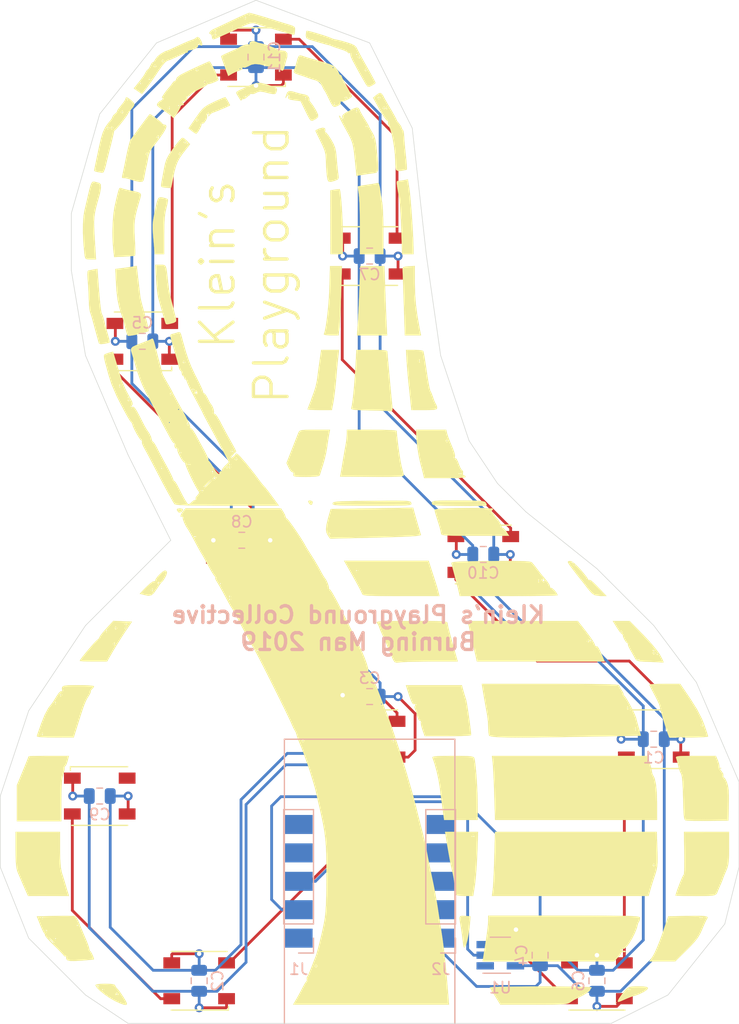
<source format=kicad_pcb>
(kicad_pcb (version 20171130) (host pcbnew 5.1.2-f72e74a~84~ubuntu14.04.1)

  (general
    (thickness 1.6)
    (drawings 35)
    (tracks 224)
    (zones 0)
    (modules 25)
    (nets 22)
  )

  (page A4)
  (layers
    (0 F.Cu signal hide)
    (31 B.Cu signal)
    (32 B.Adhes user hide)
    (33 F.Adhes user hide)
    (34 B.Paste user hide)
    (35 F.Paste user hide)
    (36 B.SilkS user)
    (37 F.SilkS user hide)
    (38 B.Mask user hide)
    (39 F.Mask user hide)
    (40 Dwgs.User user hide)
    (41 Cmts.User user)
    (42 Eco1.User user hide)
    (43 Eco2.User user hide)
    (44 Edge.Cuts user)
    (45 Margin user hide)
    (46 B.CrtYd user hide)
    (47 F.CrtYd user hide)
    (48 B.Fab user hide)
    (49 F.Fab user hide)
  )

  (setup
    (last_trace_width 0.25)
    (trace_clearance 0.2)
    (zone_clearance 0.508)
    (zone_45_only no)
    (trace_min 0.2)
    (via_size 0.8)
    (via_drill 0.4)
    (via_min_size 0.4)
    (via_min_drill 0.3)
    (uvia_size 0.3)
    (uvia_drill 0.1)
    (uvias_allowed no)
    (uvia_min_size 0.2)
    (uvia_min_drill 0.1)
    (edge_width 0.05)
    (segment_width 0.2)
    (pcb_text_width 0.3)
    (pcb_text_size 1.5 1.5)
    (mod_edge_width 0.12)
    (mod_text_size 1 1)
    (mod_text_width 0.15)
    (pad_size 1.524 1.524)
    (pad_drill 0.762)
    (pad_to_mask_clearance 0.051)
    (solder_mask_min_width 0.25)
    (aux_axis_origin 0 0)
    (grid_origin 58.42 127)
    (visible_elements FFFFFF7F)
    (pcbplotparams
      (layerselection 0x010fc_ffffffff)
      (usegerberextensions false)
      (usegerberattributes false)
      (usegerberadvancedattributes false)
      (creategerberjobfile false)
      (excludeedgelayer true)
      (linewidth 0.100000)
      (plotframeref false)
      (viasonmask false)
      (mode 1)
      (useauxorigin false)
      (hpglpennumber 1)
      (hpglpenspeed 20)
      (hpglpendiameter 15.000000)
      (psnegative false)
      (psa4output false)
      (plotreference true)
      (plotvalue true)
      (plotinvisibletext false)
      (padsonsilk false)
      (subtractmaskfromsilk false)
      (outputformat 1)
      (mirror false)
      (drillshape 1)
      (scaleselection 1)
      (outputdirectory ""))
  )

  (net 0 "")
  (net 1 GND)
  (net 2 +5V)
  (net 3 "Net-(D1-Pad4)")
  (net 4 "Net-(D1-Pad2)")
  (net 5 "Net-(D2-Pad4)")
  (net 6 "Net-(D3-Pad4)")
  (net 7 "Net-(D4-Pad4)")
  (net 8 "Net-(D5-Pad4)")
  (net 9 "Net-(D6-Pad4)")
  (net 10 "Net-(D7-Pad4)")
  (net 11 "Net-(D8-Pad4)")
  (net 12 "Net-(D10-Pad2)")
  (net 13 "Net-(D10-Pad4)")
  (net 14 "Net-(J1-Pad3)")
  (net 15 "Net-(J1-Pad5)")
  (net 16 "Net-(J1-Pad4)")
  (net 17 "Net-(J1-Pad1)")
  (net 18 "Net-(J2-Pad2)")
  (net 19 "Net-(J2-Pad3)")
  (net 20 "Net-(J2-Pad4)")
  (net 21 "Net-(J2-Pad5)")

  (net_class Default "This is the default net class."
    (clearance 0.2)
    (trace_width 0.25)
    (via_dia 0.8)
    (via_drill 0.4)
    (uvia_dia 0.3)
    (uvia_drill 0.1)
    (add_net +5V)
    (add_net GND)
    (add_net "Net-(D1-Pad2)")
    (add_net "Net-(D1-Pad4)")
    (add_net "Net-(D10-Pad2)")
    (add_net "Net-(D10-Pad4)")
    (add_net "Net-(D2-Pad4)")
    (add_net "Net-(D3-Pad4)")
    (add_net "Net-(D4-Pad4)")
    (add_net "Net-(D5-Pad4)")
    (add_net "Net-(D6-Pad4)")
    (add_net "Net-(D7-Pad4)")
    (add_net "Net-(D8-Pad4)")
    (add_net "Net-(J1-Pad1)")
    (add_net "Net-(J1-Pad3)")
    (add_net "Net-(J1-Pad4)")
    (add_net "Net-(J1-Pad5)")
    (add_net "Net-(J2-Pad2)")
    (add_net "Net-(J2-Pad3)")
    (add_net "Net-(J2-Pad4)")
    (add_net "Net-(J2-Pad5)")
  )

  (module headers:klein_image_negative_small (layer F.Cu) (tedit 5D524A5C) (tstamp 5D52ADDA)
    (at 62.23 78.74)
    (fp_text reference G*** (at 0 0) (layer F.SilkS) hide
      (effects (font (size 1.524 1.524) (thickness 0.3)))
    )
    (fp_text value LOGO (at 0.75 0) (layer F.SilkS) hide
      (effects (font (size 1.524 1.524) (thickness 0.3)))
    )
    (fp_poly (pts (xy -14.411015 -42.025594) (xy -14.070972 -41.935389) (xy -13.607945 -41.803089) (xy -13.071973 -41.643172)
      (xy -12.513092 -41.470117) (xy -12.231797 -41.380314) (xy -11.84299 -41.257851) (xy -11.367151 -41.11215)
      (xy -11.105404 -41.033654) (xy -10.737185 -40.915716) (xy -10.544068 -40.812983) (xy -10.474803 -40.680921)
      (xy -10.477048 -40.487648) (xy -10.511035 -40.227042) (xy -10.549985 -40.097446) (xy -10.676429 -40.105866)
      (xy -10.954118 -40.170256) (xy -11.178341 -40.233728) (xy -11.582974 -40.354939) (xy -12.106277 -40.511171)
      (xy -12.642486 -40.670854) (xy -12.656821 -40.675116) (xy -12.056221 -40.675116) (xy -11.997696 -40.61659)
      (xy -11.93917 -40.675116) (xy -11.997696 -40.733641) (xy -12.056221 -40.675116) (xy -12.656821 -40.675116)
      (xy -12.7 -40.687953) (xy -13.189239 -40.834766) (xy -13.637399 -40.971657) (xy -13.961267 -41.073159)
      (xy -14.004801 -41.087299) (xy -14.237943 -41.138624) (xy -14.478299 -41.11612) (xy -14.798627 -41.005147)
      (xy -15.116783 -40.863569) (xy -15.987059 -40.461565) (xy -16.664315 -40.152261) (xy -17.166838 -39.927597)
      (xy -17.512916 -39.779515) (xy -17.720837 -39.699956) (xy -17.802138 -39.680185) (xy -17.888793 -39.778313)
      (xy -17.908755 -39.914286) (xy -17.954003 -40.089862) (xy -17.674654 -40.089862) (xy -17.616129 -40.031337)
      (xy -17.557603 -40.089862) (xy -17.616129 -40.148387) (xy -17.674654 -40.089862) (xy -17.954003 -40.089862)
      (xy -17.957773 -40.10449) (xy -18.025806 -40.148387) (xy -18.149693 -40.206012) (xy -18.112091 -40.342941)
      (xy -18.010532 -40.441014) (xy -17.674654 -40.441014) (xy -17.616129 -40.382489) (xy -17.557603 -40.441014)
      (xy -17.616129 -40.499539) (xy -17.674654 -40.441014) (xy -18.010532 -40.441014) (xy -17.944006 -40.505255)
      (xy -17.762442 -40.606349) (xy -17.509991 -40.720413) (xy -17.302501 -40.817139) (xy -16.134127 -40.817139)
      (xy -16.105647 -40.751726) (xy -15.98779 -40.626067) (xy -15.920033 -40.651844) (xy -15.918894 -40.668208)
      (xy -16.002032 -40.767211) (xy -16.05403 -40.803344) (xy -16.134127 -40.817139) (xy -17.302501 -40.817139)
      (xy -17.102806 -40.910231) (xy -16.596842 -41.149509) (xy -16.048052 -41.411951) (xy -16.041172 -41.41526)
      (xy -15.625661 -41.611521) (xy -14.982488 -41.611521) (xy -14.923963 -41.552996) (xy -14.865438 -41.611521)
      (xy -14.923963 -41.670046) (xy -14.982488 -41.611521) (xy -15.625661 -41.611521) (xy -15.524114 -41.659485)
      (xy -15.079462 -41.861128) (xy -14.840848 -41.962673) (xy -14.631336 -41.962673) (xy -14.572811 -41.904148)
      (xy -14.514285 -41.962673) (xy -14.572811 -42.021198) (xy -14.631336 -41.962673) (xy -14.840848 -41.962673)
      (xy -14.751521 -42.000687) (xy -14.584596 -42.058664) (xy -14.578039 -42.059225) (xy -14.411015 -42.025594)) (layer F.SilkS) (width 0.01))
    (fp_poly (pts (xy -14.017867 -39.486193) (xy -13.764889 -39.383776) (xy -13.694931 -39.369532) (xy -13.438675 -39.311513)
      (xy -13.088959 -39.20548) (xy -12.707699 -39.07405) (xy -12.356811 -38.939837) (xy -12.098212 -38.825455)
      (xy -11.993817 -38.753518) (xy -11.99475 -38.748545) (xy -11.929285 -38.702207) (xy -11.706345 -38.696066)
      (xy -11.702125 -38.696352) (xy -11.346941 -38.647605) (xy -11.168606 -38.44794) (xy -11.175311 -38.108794)
      (xy -11.206531 -38.004506) (xy -11.326441 -37.605058) (xy -11.412135 -37.251383) (xy -11.507293 -36.953044)
      (xy -11.632782 -36.877042) (xy -11.74647 -36.951386) (xy -11.922516 -37.034655) (xy -12.029343 -37.056239)
      (xy -12.237041 -37.09806) (xy -12.596477 -37.185612) (xy -13.034127 -37.300888) (xy -13.08504 -37.314805)
      (xy -13.644745 -37.447053) (xy -14.057807 -37.482273) (xy -14.391808 -37.417829) (xy -14.713977 -37.251318)
      (xy -14.95629 -37.155859) (xy -15.112477 -37.171591) (xy -15.198135 -37.190498) (xy -15.171362 -37.126586)
      (xy -15.204915 -37.003911) (xy -15.413163 -36.913764) (xy -15.747189 -36.794137) (xy -16.095014 -36.621036)
      (xy -16.453667 -36.409426) (xy -16.690599 -37.046544) (xy -15.450691 -37.046544) (xy -15.392166 -36.988019)
      (xy -15.33364 -37.046544) (xy -15.392166 -37.105069) (xy -15.450691 -37.046544) (xy -16.690599 -37.046544)
      (xy -16.771534 -37.264179) (xy -16.921931 -37.676407) (xy -17.033908 -37.998196) (xy -17.087451 -38.171627)
      (xy -17.089401 -38.184084) (xy -16.989743 -38.257433) (xy -16.726729 -38.390821) (xy -16.354299 -38.557193)
      (xy -16.299308 -38.580399) (xy -15.90632 -38.751258) (xy -15.605265 -38.893628) (xy -15.455397 -38.979324)
      (xy -15.450691 -38.984074) (xy -15.285748 -39.087368) (xy -15.016463 -39.183056) (xy -14.744819 -39.24266)
      (xy -14.572799 -39.2377) (xy -14.563995 -39.231687) (xy -14.528712 -39.235145) (xy -14.555744 -39.291343)
      (xy -14.533223 -39.421213) (xy -14.367284 -39.511794) (xy -14.14852 -39.530268) (xy -14.017867 -39.486193)) (layer F.SilkS) (width 0.01))
    (fp_poly (pts (xy -9.322936 -40.444126) (xy -9.036039 -40.375615) (xy -8.645693 -40.267564) (xy -8.211061 -40.137672)
      (xy -7.791311 -40.003638) (xy -7.445609 -39.883162) (xy -7.23312 -39.793943) (xy -7.229468 -39.79196)
      (xy -6.985837 -39.696967) (xy -6.878316 -39.680555) (xy -6.699149 -39.649108) (xy -6.365285 -39.565917)
      (xy -5.945708 -39.448298) (xy -5.903449 -39.435831) (xy -5.444768 -39.2848) (xy -5.161774 -39.145395)
      (xy -5.000066 -38.986086) (xy -4.943502 -38.879469) (xy -4.836309 -38.661775) (xy -4.639118 -38.290927)
      (xy -4.378854 -37.816584) (xy -4.082446 -37.288401) (xy -4.044794 -37.22212) (xy -3.760882 -36.717455)
      (xy -3.524471 -36.286617) (xy -3.357208 -35.969853) (xy -3.28074 -35.807414) (xy -3.278243 -35.796822)
      (xy -3.371225 -35.696147) (xy -3.59868 -35.557549) (xy -3.623728 -35.544845) (xy -3.847296 -35.447436)
      (xy -3.989021 -35.467809) (xy -4.12814 -35.639504) (xy -4.225708 -35.799637) (xy -4.513612 -36.29638)
      (xy -4.865215 -36.926608) (xy -4.86678 -36.929493) (xy -4.213825 -36.929493) (xy -4.155299 -36.870968)
      (xy -4.096774 -36.929493) (xy -4.155299 -36.988019) (xy -4.213825 -36.929493) (xy -4.86678 -36.929493)
      (xy -5.238638 -37.614862) (xy -5.366694 -37.855408) (xy -5.473792 -38.1) (xy -4.799078 -38.1)
      (xy -4.740553 -38.041475) (xy -4.682027 -38.1) (xy -4.740553 -38.158526) (xy -4.799078 -38.1)
      (xy -5.473792 -38.1) (xy -5.499158 -38.15793) (xy -5.53734 -38.334102) (xy -5.033179 -38.334102)
      (xy -4.974654 -38.275576) (xy -4.916129 -38.334102) (xy -4.974654 -38.392627) (xy -5.033179 -38.334102)
      (xy -5.53734 -38.334102) (xy -5.547515 -38.381048) (xy -5.537129 -38.429484) (xy -5.542547 -38.488962)
      (xy -5.600348 -38.46233) (xy -5.721162 -38.447385) (xy -5.735484 -38.486747) (xy -5.838081 -38.575519)
      (xy -6.104592 -38.696907) (xy -6.408525 -38.802428) (xy -6.788147 -38.924672) (xy -7.080122 -39.027922)
      (xy -7.198617 -39.078524) (xy -7.422399 -39.161318) (xy -7.465182 -39.16954) (xy -7.665595 -39.216403)
      (xy -8.064193 -39.327078) (xy -8.670111 -39.504164) (xy -9.247004 -39.676389) (xy -9.464873 -39.799129)
      (xy -9.518537 -40.033618) (xy -9.515646 -40.087614) (xy -9.48373 -40.339138) (xy -9.447215 -40.455396)
      (xy -9.322936 -40.444126)) (layer F.SilkS) (width 0.01))
    (fp_poly (pts (xy -19.021024 -39.812834) (xy -18.860948 -39.556412) (xy -18.765146 -39.258406) (xy -18.79875 -39.119114)
      (xy -18.951737 -39.160168) (xy -19.020588 -39.211858) (xy -19.149744 -39.299982) (xy -19.143599 -39.212257)
      (xy -19.128568 -39.171639) (xy -19.1727 -39.003109) (xy -19.391725 -38.847037) (xy -19.727421 -38.737351)
      (xy -19.919771 -38.710587) (xy -20.059147 -38.654412) (xy -20.059176 -38.60243) (xy -20.087982 -38.514553)
      (xy -20.123946 -38.509678) (xy -20.28471 -38.461607) (xy -20.588719 -38.335592) (xy -20.969508 -38.159225)
      (xy -21.363288 -37.976853) (xy -21.691672 -37.839709) (xy -21.878516 -37.77881) (xy -22.078591 -37.649808)
      (xy -22.361477 -37.323099) (xy -22.71383 -36.814418) (xy -22.766359 -36.732081) (xy -22.960488 -36.439018)
      (xy -23.226293 -36.054662) (xy -23.514023 -35.64908) (xy -23.773929 -35.29234) (xy -23.95626 -35.054507)
      (xy -23.965137 -35.043757) (xy -24.170967 -34.79673) (xy -24.535384 -35.050573) (xy -24.899801 -35.304417)
      (xy -24.652435 -35.607905) (xy -24.530978 -35.758986) (xy -24.346543 -35.758986) (xy -24.288018 -35.700461)
      (xy -24.229493 -35.758986) (xy -24.288018 -35.817512) (xy -24.346543 -35.758986) (xy -24.530978 -35.758986)
      (xy -24.310433 -36.033323) (xy -24.252313 -36.110139) (xy -23.527189 -36.110139) (xy -23.468663 -36.051613)
      (xy -23.410138 -36.110139) (xy -23.468663 -36.168664) (xy -23.527189 -36.110139) (xy -24.252313 -36.110139)
      (xy -24.084808 -36.331525) (xy -23.939341 -36.552823) (xy -23.84852 -36.724655) (xy -23.72384 -36.925104)
      (xy -23.639652 -36.988019) (xy -23.541965 -37.084336) (xy -23.438704 -37.280645) (xy -23.058986 -37.280645)
      (xy -23.000461 -37.22212) (xy -22.941935 -37.280645) (xy -23.000461 -37.339171) (xy -23.058986 -37.280645)
      (xy -23.438704 -37.280645) (xy -23.418978 -37.318144) (xy -23.410754 -37.337683) (xy -23.291173 -37.562392)
      (xy -23.193837 -37.641475) (xy -23.187289 -37.638752) (xy -23.091892 -37.697814) (xy -23.061804 -37.748848)
      (xy -22.356682 -37.748848) (xy -22.298156 -37.690323) (xy -22.239631 -37.748848) (xy -22.298156 -37.807374)
      (xy -22.356682 -37.748848) (xy -23.061804 -37.748848) (xy -22.968346 -37.907362) (xy -22.961825 -37.921876)
      (xy -22.77395 -38.161634) (xy -22.459991 -38.413993) (xy -22.114052 -38.612051) (xy -21.888479 -38.684973)
      (xy -21.763203 -38.735726) (xy -21.478811 -38.86388) (xy -21.08736 -39.045788) (xy -20.91059 -39.129193)
      (xy -20.455356 -39.337799) (xy -20.050256 -39.510868) (xy -19.76437 -39.619277) (xy -19.709714 -39.635463)
      (xy -19.468272 -39.728429) (xy -19.363875 -39.810202) (xy -19.205857 -39.914442) (xy -19.021024 -39.812834)) (layer F.SilkS) (width 0.01))
    (fp_poly (pts (xy -13.016409 -35.672516) (xy -12.771294 -35.588078) (xy -12.386481 -35.446062) (xy -12.176141 -35.349309)
      (xy -12.096587 -35.258173) (xy -12.104132 -35.133008) (xy -12.135882 -35.011444) (xy -12.189331 -34.870837)
      (xy -12.288393 -34.800278) (xy -12.479328 -34.798243) (xy -12.808394 -34.863208) (xy -13.249602 -34.974755)
      (xy -13.602644 -35.029614) (xy -13.858002 -34.959748) (xy -13.928072 -34.915424) (xy -14.176656 -34.806803)
      (xy -14.342734 -34.807929) (xy -14.474741 -34.822191) (xy -14.483619 -34.789106) (xy -14.518443 -34.705699)
      (xy -14.522646 -34.70553) (xy -14.6472 -34.632084) (xy -14.795447 -34.499616) (xy -14.985878 -34.364524)
      (xy -15.098978 -34.354032) (xy -15.216899 -34.324216) (xy -15.243687 -34.273085) (xy -15.314655 -34.208173)
      (xy -15.391541 -34.301618) (xy -15.533223 -34.532962) (xy -15.568194 -34.58848) (xy -14.982488 -34.58848)
      (xy -14.923963 -34.529954) (xy -14.865438 -34.58848) (xy -14.923963 -34.647005) (xy -14.982488 -34.58848)
      (xy -15.568194 -34.58848) (xy -15.655964 -34.727817) (xy -15.736369 -34.883021) (xy -15.706029 -34.994519)
      (xy -15.527212 -35.110151) (xy -15.254743 -35.236509) (xy -14.853219 -35.418309) (xy -14.481896 -35.590391)
      (xy -14.349989 -35.653163) (xy -13.954131 -35.787269) (xy -13.532826 -35.794677) (xy -13.016409 -35.672516)) (layer F.SilkS) (width 0.01))
    (fp_poly (pts (xy -9.822118 -38.214462) (xy -9.748223 -38.187856) (xy -9.414439 -38.076725) (xy -9.016823 -37.958372)
      (xy -8.954378 -37.941116) (xy -8.24916 -37.74592) (xy -7.733679 -37.59327) (xy -7.370615 -37.468726)
      (xy -7.122646 -37.357847) (xy -6.952448 -37.246193) (xy -6.822702 -37.119324) (xy -6.818784 -37.114832)
      (xy -6.638887 -36.868184) (xy -6.55603 -36.676452) (xy -6.55542 -36.666129) (xy -6.480898 -36.530136)
      (xy -6.437788 -36.519816) (xy -6.324062 -36.438436) (xy -6.320737 -36.413245) (xy -6.266426 -36.267733)
      (xy -6.122178 -35.975853) (xy -5.91602 -35.593447) (xy -5.852534 -35.48043) (xy -5.635408 -35.09123)
      (xy -5.47177 -34.786419) (xy -5.389185 -34.617734) (xy -5.384332 -34.601616) (xy -5.48091 -34.486374)
      (xy -5.712696 -34.340273) (xy -5.992763 -34.206348) (xy -6.234184 -34.127632) (xy -6.336688 -34.130135)
      (xy -6.420064 -34.14616) (xy -6.398637 -34.093099) (xy -6.411657 -33.92592) (xy -6.618723 -33.760309)
      (xy -6.854767 -33.665482) (xy -6.997919 -33.655537) (xy -7.126967 -33.751297) (xy -7.211005 -33.886175)
      (xy -7.023041 -33.886175) (xy -6.964516 -33.82765) (xy -6.905991 -33.886175) (xy -6.964516 -33.944701)
      (xy -7.023041 -33.886175) (xy -7.211005 -33.886175) (xy -7.277334 -33.99263) (xy -7.440021 -34.324198)
      (xy -7.511284 -34.471429) (xy -5.969585 -34.471429) (xy -5.91106 -34.412904) (xy -5.852534 -34.471429)
      (xy -5.91106 -34.529954) (xy -5.969585 -34.471429) (xy -7.511284 -34.471429) (xy -7.621367 -34.698859)
      (xy -7.768817 -34.982389) (xy -7.850993 -35.114508) (xy -7.851773 -35.115208) (xy -7.940671 -35.253408)
      (xy -8.066711 -35.512197) (xy -8.080099 -35.542657) (xy -8.273176 -35.830447) (xy -8.590529 -36.006673)
      (xy -8.714501 -36.045524) (xy -9.075609 -36.155195) (xy -9.374169 -36.258454) (xy -9.42258 -36.277774)
      (xy -9.680793 -36.372837) (xy -10.04087 -36.490652) (xy -10.158881 -36.526772) (xy -10.474671 -36.644758)
      (xy -10.595769 -36.762987) (xy -10.584698 -36.862003) (xy -10.509903 -37.079976) (xy -10.484809 -37.163595)
      (xy -7.140092 -37.163595) (xy -7.081567 -37.105069) (xy -7.023041 -37.163595) (xy -7.081567 -37.22212)
      (xy -7.140092 -37.163595) (xy -10.484809 -37.163595) (xy -10.406634 -37.424081) (xy -10.353263 -37.614643)
      (xy -10.240353 -38.002663) (xy -10.142888 -38.204786) (xy -10.017824 -38.261793) (xy -9.822118 -38.214462)) (layer F.SilkS) (width 0.01))
    (fp_poly (pts (xy -18.043384 -37.635306) (xy -17.898863 -37.393534) (xy -17.725355 -37.059187) (xy -17.552934 -36.694214)
      (xy -17.41167 -36.360564) (xy -17.331636 -36.120183) (xy -17.323502 -36.063544) (xy -17.420573 -35.982658)
      (xy -17.651905 -35.870136) (xy -17.927674 -35.762095) (xy -18.158059 -35.694649) (xy -18.246821 -35.6923)
      (xy -18.339936 -35.641421) (xy -18.363872 -35.608811) (xy -18.501515 -35.50487) (xy -18.788509 -35.345595)
      (xy -19.112242 -35.189023) (xy -19.476566 -35.001642) (xy -19.747568 -34.822297) (xy -19.856074 -34.706089)
      (xy -19.974692 -34.59298) (xy -20.046018 -34.607237) (xy -20.119181 -34.615285) (xy -20.102658 -34.576011)
      (xy -20.102449 -34.398202) (xy -20.230442 -34.215733) (xy -20.407953 -34.115553) (xy -20.505345 -34.131024)
      (xy -20.593305 -34.165627) (xy -20.521659 -34.054165) (xy -20.498801 -34.025695) (xy -20.414733 -33.857117)
      (xy -20.532602 -33.806511) (xy -20.659447 -33.823543) (xy -20.714695 -33.79103) (xy -20.69333 -33.763991)
      (xy -20.714971 -33.641224) (xy -20.831022 -33.400312) (xy -20.998463 -33.112627) (xy -21.174278 -32.849541)
      (xy -21.315446 -32.682426) (xy -21.360466 -32.657143) (xy -21.454731 -32.738995) (xy -21.480062 -32.776233)
      (xy -21.609956 -32.896463) (xy -21.880001 -33.097525) (xy -22.231914 -33.336041) (xy -22.234394 -33.337653)
      (xy -22.528885 -33.535023) (xy -21.771428 -33.535023) (xy -21.712903 -33.476498) (xy -21.654378 -33.535023)
      (xy -21.712903 -33.593549) (xy -21.771428 -33.535023) (xy -22.528885 -33.535023) (xy -22.588264 -33.574819)
      (xy -22.774429 -33.731608) (xy -22.790391 -33.769125) (xy -20.952073 -33.769125) (xy -20.893548 -33.710599)
      (xy -20.835023 -33.769125) (xy -20.893548 -33.82765) (xy -20.952073 -33.769125) (xy -22.790391 -33.769125)
      (xy -22.824788 -33.849965) (xy -22.77124 -33.971834) (xy -22.744692 -34.008655) (xy -22.57868 -34.174916)
      (xy -22.476574 -34.211766) (xy -22.35674 -34.280177) (xy -22.3106 -34.364159) (xy -22.303238 -34.481872)
      (xy -22.379259 -34.457475) (xy -22.389687 -34.493483) (xy -22.295339 -34.657578) (xy -22.135356 -34.893212)
      (xy -21.94888 -35.143835) (xy -21.775054 -35.352898) (xy -21.719582 -35.410531) (xy -21.56086 -35.606831)
      (xy -21.460431 -35.761683) (xy -21.360924 -35.876037) (xy -18.61106 -35.876037) (xy -18.552534 -35.817512)
      (xy -18.494009 -35.876037) (xy -18.552534 -35.934563) (xy -18.61106 -35.876037) (xy -21.360924 -35.876037)
      (xy -21.310724 -35.933727) (xy -21.210838 -35.968415) (xy -21.119744 -36.038815) (xy -21.112157 -36.126795)
      (xy -21.022417 -36.290086) (xy -20.765827 -36.490794) (xy -20.600921 -36.585575) (xy -20.260007 -36.757184)
      (xy -19.902323 -36.929493) (xy -19.313364 -36.929493) (xy -19.254838 -36.870968) (xy -19.196313 -36.929493)
      (xy -19.254838 -36.988019) (xy -19.313364 -36.929493) (xy -19.902323 -36.929493) (xy -19.823183 -36.967617)
      (xy -19.345168 -37.191707) (xy -18.880682 -37.404286) (xy -18.484445 -37.580186) (xy -18.211177 -37.694242)
      (xy -18.128848 -37.722557) (xy -18.043384 -37.635306)) (layer F.SilkS) (width 0.01))
    (fp_poly (pts (xy -10.768546 -35.05177) (xy -10.432268 -34.955554) (xy -10.049318 -34.844714) (xy -9.725616 -34.775575)
      (xy -9.609544 -34.764056) (xy -9.36875 -34.669493) (xy -9.247004 -34.529954) (xy -9.180736 -34.349643)
      (xy -9.204764 -34.295853) (xy -9.197689 -34.221411) (xy -9.066289 -34.04139) (xy -9.058589 -34.032489)
      (xy -8.858612 -33.761844) (xy -8.63612 -33.403982) (xy -8.570368 -33.285671) (xy -8.418387 -32.964241)
      (xy -8.41238 -32.759236) (xy -8.576958 -32.595726) (xy -8.846411 -32.445254) (xy -8.971459 -32.401574)
      (xy -9.081251 -32.441696) (xy -9.206194 -32.600554) (xy -9.376694 -32.913081) (xy -9.538833 -33.240759)
      (xy -9.98807 -34.162166) (xy -10.564348 -34.241424) (xy -10.905312 -34.299673) (xy -11.064356 -34.372977)
      (xy -11.08754 -34.471429) (xy -9.598156 -34.471429) (xy -9.539631 -34.412904) (xy -9.481106 -34.471429)
      (xy -9.539631 -34.529954) (xy -9.598156 -34.471429) (xy -11.08754 -34.471429) (xy -11.092965 -34.494462)
      (xy -11.077517 -34.571632) (xy -11.040114 -34.745299) (xy -11.087173 -34.725307) (xy -11.196269 -34.58848)
      (xy -11.324246 -34.434077) (xy -11.340131 -34.477073) (xy -11.294342 -34.647005) (xy -11.1845 -34.933116)
      (xy -11.028871 -35.061009) (xy -10.768546 -35.05177)) (layer F.SilkS) (width 0.01))
    (fp_poly (pts (xy -16.543968 -34.280749) (xy -16.395367 -34.026138) (xy -16.300802 -33.834834) (xy -16.289956 -33.78082)
      (xy -16.440592 -33.704497) (xy -16.72821 -33.575913) (xy -17.082937 -33.424387) (xy -17.434903 -33.279241)
      (xy -17.714234 -33.169795) (xy -17.851061 -33.12537) (xy -17.851963 -33.125346) (xy -17.98909 -33.045026)
      (xy -18.110246 -32.920507) (xy -18.232961 -32.78154) (xy -18.242092 -32.827682) (xy -18.212278 -32.926587)
      (xy -18.202907 -33.07094) (xy -18.269228 -33.06106) (xy -18.348658 -32.901094) (xy -18.336507 -32.837612)
      (xy -18.349809 -32.660653) (xy -18.453436 -32.434496) (xy -18.597283 -32.236551) (xy -18.731241 -32.144227)
      (xy -18.775938 -32.158734) (xy -18.835285 -32.167723) (xy -18.828073 -32.130415) (xy -18.859604 -31.968095)
      (xy -18.97638 -31.714595) (xy -19.129385 -31.45689) (xy -19.269601 -31.28196) (xy -19.322815 -31.252535)
      (xy -19.458304 -31.318092) (xy -19.684519 -31.477356) (xy -19.703073 -31.491842) (xy -20.007303 -31.731149)
      (xy -19.488075 -32.481567) (xy -19.313364 -32.481567) (xy -19.254838 -32.423042) (xy -19.196313 -32.481567)
      (xy -19.254838 -32.540092) (xy -19.313364 -32.481567) (xy -19.488075 -32.481567) (xy -19.342741 -32.691611)
      (xy -19.023894 -33.141248) (xy -18.769982 -33.45025) (xy -18.517523 -33.673721) (xy -18.203035 -33.866763)
      (xy -17.763038 -34.084478) (xy -17.708149 -34.110457) (xy -17.280452 -34.305938) (xy -16.940831 -34.44866)
      (xy -16.737955 -34.518792) (xy -16.702757 -34.520135) (xy -16.543968 -34.280749)) (layer F.SilkS) (width 0.01))
    (fp_poly (pts (xy -2.732205 -34.820816) (xy -2.600288 -34.661451) (xy -2.575115 -34.603887) (xy -2.518565 -34.484271)
      (xy -2.366468 -34.211254) (xy -2.145155 -33.831312) (xy -1.990085 -33.571333) (xy -1.739223 -33.145259)
      (xy -1.542112 -32.793407) (xy -1.425314 -32.564133) (xy -1.404832 -32.505936) (xy -1.332392 -32.361535)
      (xy -1.170507 -32.161975) (xy -0.999891 -31.930173) (xy -0.936405 -31.757192) (xy -0.878452 -31.615985)
      (xy -0.841227 -31.603687) (xy -0.781686 -31.49862) (xy -0.737142 -31.231355) (xy -0.724733 -31.047696)
      (xy -0.702004 -30.686182) (xy -0.658621 -30.175505) (xy -0.601981 -29.598916) (xy -0.568518 -29.28972)
      (xy -0.516787 -28.787612) (xy -0.483558 -28.380308) (xy -0.472423 -28.118329) (xy -0.480172 -28.047993)
      (xy -0.615452 -28.005881) (xy -0.88996 -27.952647) (xy -0.956537 -27.941998) (xy -1.273835 -27.923853)
      (xy -1.430159 -28.006055) (xy -1.454003 -28.052055) (xy -1.493639 -28.266548) (xy -1.519262 -28.616693)
      (xy -1.524187 -28.833306) (xy -1.551099 -29.388356) (xy -1.620041 -30.015014) (xy -1.719545 -30.646047)
      (xy -1.838148 -31.214219) (xy -1.964382 -31.652297) (xy -2.03214 -31.811963) (xy -2.146436 -32.09237)
      (xy -2.169869 -32.291243) (xy -2.161521 -32.312329) (xy -2.171664 -32.399649) (xy -2.217266 -32.396679)
      (xy -2.323292 -32.479205) (xy -2.508486 -32.727452) (xy -2.743786 -33.099564) (xy -2.926414 -33.417973)
      (xy -2.991012 -33.535023) (xy -2.575115 -33.535023) (xy -2.51659 -33.476498) (xy -2.458064 -33.535023)
      (xy -2.341014 -33.535023) (xy -2.282488 -33.476498) (xy -2.223963 -33.535023) (xy -2.282488 -33.593549)
      (xy -2.341014 -33.535023) (xy -2.458064 -33.535023) (xy -2.51659 -33.593549) (xy -2.575115 -33.535023)
      (xy -2.991012 -33.535023) (xy -3.507807 -34.471429) (xy -3.043318 -34.471429) (xy -2.984792 -34.412904)
      (xy -2.926267 -34.471429) (xy -2.984792 -34.529954) (xy -3.043318 -34.471429) (xy -3.507807 -34.471429)
      (xy -3.198551 -34.724668) (xy -2.968886 -34.88424) (xy -2.819426 -34.888771) (xy -2.732205 -34.820816)) (layer F.SilkS) (width 0.01))
    (fp_poly (pts (xy -25.428999 -34.474384) (xy -25.144063 -34.259205) (xy -25.136636 -34.252828) (xy -24.896676 -34.018719)
      (xy -24.838574 -33.833918) (xy -24.95941 -33.618467) (xy -25.107373 -33.451148) (xy -25.299124 -33.227643)
      (xy -25.396827 -33.081078) (xy -25.4 -33.067685) (xy -25.465402 -32.940707) (xy -25.63433 -32.697876)
      (xy -25.865863 -32.390924) (xy -26.11908 -32.071581) (xy -26.353062 -31.791577) (xy -26.526887 -31.602643)
      (xy -26.598023 -31.55317) (xy -26.649772 -31.511652) (xy -26.657661 -31.457374) (xy -26.689263 -31.286379)
      (xy -26.766776 -30.946147) (xy -26.876844 -30.493912) (xy -26.9513 -30.199079) (xy -27.096681 -29.623255)
      (xy -27.239766 -29.04367) (xy -27.356834 -28.556831) (xy -27.39006 -28.414056) (xy -27.491831 -28.058638)
      (xy -27.598888 -27.821547) (xy -27.67192 -27.758552) (xy -27.876588 -27.788213) (xy -28.121428 -27.824852)
      (xy -28.353011 -27.885169) (xy -28.43822 -27.953628) (xy -28.428749 -28.025005) (xy -28.401787 -28.171456)
      (xy -28.351119 -28.423191) (xy -28.270532 -28.81042) (xy -28.153812 -29.363352) (xy -27.994742 -30.112196)
      (xy -27.97785 -30.19158) (xy -27.819881 -30.870302) (xy -27.660393 -31.38117) (xy -27.474801 -31.779263)
      (xy -27.272811 -31.779263) (xy -27.214285 -31.720738) (xy -27.15576 -31.779263) (xy -26.921659 -31.779263)
      (xy -26.863133 -31.720738) (xy -26.804608 -31.779263) (xy -26.863133 -31.837788) (xy -26.921659 -31.779263)
      (xy -27.15576 -31.779263) (xy -27.214285 -31.837788) (xy -27.272811 -31.779263) (xy -27.474801 -31.779263)
      (xy -27.470351 -31.788808) (xy -27.22072 -32.15784) (xy -26.950921 -32.477268) (xy -26.825666 -32.674515)
      (xy -26.804608 -32.759196) (xy -26.718489 -32.911489) (xy -26.571251 -33.04142) (xy -26.413398 -33.183871)
      (xy -25.985253 -33.183871) (xy -25.926728 -33.125346) (xy -25.868202 -33.183871) (xy -25.926728 -33.242397)
      (xy -25.985253 -33.183871) (xy -26.413398 -33.183871) (xy -26.41338 -33.183887) (xy -26.391746 -33.258721)
      (xy -26.352321 -33.368565) (xy -26.193251 -33.592784) (xy -26.042095 -33.77495) (xy -25.812085 -34.064235)
      (xy -25.664904 -34.298675) (xy -25.646183 -34.354378) (xy -25.51705 -34.354378) (xy -25.458525 -34.295853)
      (xy -25.4 -34.354378) (xy -25.458525 -34.412904) (xy -25.51705 -34.354378) (xy -25.646183 -34.354378)
      (xy -25.636347 -34.383641) (xy -25.586278 -34.514079) (xy -25.428999 -34.474384)) (layer F.SilkS) (width 0.01))
    (fp_poly (pts (xy -4.809481 -33.557131) (xy -4.6944 -33.389838) (xy -4.682027 -33.33831) (xy -4.623221 -33.199361)
      (xy -4.469655 -32.926319) (xy -4.27235 -32.606513) (xy -4.062095 -32.268346) (xy -3.914301 -32.012523)
      (xy -3.862673 -31.89961) (xy -3.805369 -31.769768) (xy -3.659869 -31.515378) (xy -3.564571 -31.360913)
      (xy -3.412992 -31.077016) (xy -3.305299 -30.749298) (xy -3.226153 -30.314784) (xy -3.160213 -29.710501)
      (xy -3.158835 -29.695266) (xy -3.094992 -28.987309) (xy -3.056254 -28.478363) (xy -3.050232 -28.133995)
      (xy -3.084534 -27.91977) (xy -3.16677 -27.801253) (xy -3.304549 -27.74401) (xy -3.505482 -27.713606)
      (xy -3.599308 -27.702013) (xy -4.040656 -27.640772) (xy -4.465185 -27.575113) (xy -4.570981 -27.557117)
      (xy -4.986663 -27.483831) (xy -5.136581 -28.929243) (xy -5.205715 -29.567605) (xy -5.273458 -30.041946)
      (xy -5.361615 -30.421194) (xy -5.491997 -30.774277) (xy -5.583166 -30.959908) (xy -3.628571 -30.959908)
      (xy -3.570046 -30.901383) (xy -3.51152 -30.959908) (xy -3.570046 -31.018433) (xy -3.628571 -30.959908)
      (xy -5.583166 -30.959908) (xy -5.68641 -31.170122) (xy -5.966664 -31.677657) (xy -6.056503 -31.836808)
      (xy -6.088823 -31.896314) (xy -4.096774 -31.896314) (xy -4.038249 -31.837788) (xy -3.979723 -31.896314)
      (xy -4.038249 -31.954839) (xy -4.096774 -31.896314) (xy -6.088823 -31.896314) (xy -6.31032 -32.304118)
      (xy -6.475906 -32.64657) (xy -6.546499 -32.844796) (xy -6.515332 -32.879429) (xy -6.375644 -32.731102)
      (xy -6.363434 -32.715669) (xy -6.179474 -32.481567) (xy -6.2486 -32.715669) (xy -6.250811 -32.863306)
      (xy -6.136402 -33.007505) (xy -5.867068 -33.185354) (xy -5.656892 -33.300922) (xy -5.033179 -33.300922)
      (xy -4.974654 -33.242397) (xy -4.916129 -33.300922) (xy -4.974654 -33.359447) (xy -5.033179 -33.300922)
      (xy -5.656892 -33.300922) (xy -5.62733 -33.317177) (xy -5.206367 -33.520877) (xy -4.942217 -33.5954)
      (xy -4.809481 -33.557131)) (layer F.SilkS) (width 0.01))
    (fp_poly (pts (xy -7.79988 -31.737811) (xy -7.766984 -31.554508) (xy -7.782077 -31.507627) (xy -7.807063 -31.386504)
      (xy -7.774489 -31.398476) (xy -7.680909 -31.345882) (xy -7.5079 -31.133002) (xy -7.290472 -30.803772)
      (xy -7.25862 -30.751129) (xy -7.031824 -30.344989) (xy -6.890729 -29.995737) (xy -6.807646 -29.609586)
      (xy -6.754889 -29.092749) (xy -6.750091 -29.028572) (xy -6.706842 -28.508381) (xy -6.657812 -28.024459)
      (xy -6.61218 -27.665448) (xy -6.603258 -27.610591) (xy -6.571991 -27.324097) (xy -6.646545 -27.173261)
      (xy -6.877734 -27.066193) (xy -6.910721 -27.0546) (xy -7.25299 -26.95088) (xy -7.457038 -26.960823)
      (xy -7.567907 -27.120156) (xy -7.630638 -27.464608) (xy -7.650145 -27.641134) (xy -7.693084 -28.165369)
      (xy -7.720308 -28.715763) (xy -7.725345 -28.989815) (xy -7.751352 -29.377929) (xy -7.844947 -29.75941)
      (xy -8.029494 -30.21212) (xy -8.193548 -30.550231) (xy -8.40159 -30.968923) (xy -8.562142 -31.301401)
      (xy -8.651296 -31.497716) (xy -8.661751 -31.528363) (xy -8.566217 -31.6003) (xy -8.334579 -31.710748)
      (xy -8.317664 -31.717811) (xy -7.996157 -31.797236) (xy -7.79988 -31.737811)) (layer F.SilkS) (width 0.01))
    (fp_poly (pts (xy -23.324722 -32.942759) (xy -23.084379 -32.779736) (xy -22.803528 -32.569604) (xy -22.548111 -32.362742)
      (xy -22.384067 -32.209528) (xy -22.356682 -32.166408) (xy -22.262036 -32.081539) (xy -22.188014 -32.07189)
      (xy -22.023077 -32.031273) (xy -21.975859 -31.899163) (xy -22.054217 -31.66017) (xy -22.26601 -31.298906)
      (xy -22.619096 -30.799982) (xy -23.121333 -30.148007) (xy -23.259084 -29.974394) (xy -23.46051 -29.624578)
      (xy -23.576321 -29.25141) (xy -23.642076 -28.87725) (xy -23.733137 -28.439361) (xy -23.759082 -28.326268)
      (xy -23.855417 -27.885794) (xy -23.939354 -27.450888) (xy -23.954722 -27.360599) (xy -24.01697 -27.093888)
      (xy -24.129701 -26.963859) (xy -24.349282 -26.947963) (xy -24.732083 -27.023653) (xy -24.772871 -27.033329)
      (xy -25.106281 -27.12589) (xy -25.358125 -27.214912) (xy -25.651478 -27.282329) (xy -25.791218 -27.281613)
      (xy -25.947952 -27.312954) (xy -25.941334 -27.468462) (xy -25.89418 -27.662093) (xy -25.813696 -28.032931)
      (xy -25.711006 -28.528341) (xy -25.597229 -29.095687) (xy -25.592977 -29.117244) (xy -25.526085 -29.438249)
      (xy -23.76129 -29.438249) (xy -23.702765 -29.379724) (xy -23.644239 -29.438249) (xy -23.702765 -29.496775)
      (xy -23.76129 -29.438249) (xy -25.526085 -29.438249) (xy -25.476029 -29.67846) (xy -25.363594 -30.161458)
      (xy -25.268067 -30.516487) (xy -25.201844 -30.693793) (xy -25.199277 -30.697428) (xy -25.088344 -30.84639)
      (xy -24.990164 -30.979417) (xy -22.785868 -30.979417) (xy -22.7698 -30.90983) (xy -22.707834 -30.901383)
      (xy -22.611488 -30.94421) (xy -22.6298 -30.979417) (xy -22.768712 -30.993425) (xy -22.785868 -30.979417)
      (xy -24.990164 -30.979417) (xy -24.871727 -31.139888) (xy -24.582082 -31.533603) (xy -24.294332 -31.925576)
      (xy -23.977337 -32.353158) (xy -23.712918 -32.70108) (xy -23.530052 -32.931804) (xy -23.45862 -33.008295)
      (xy -23.324722 -32.942759)) (layer F.SilkS) (width 0.01))
    (fp_poly (pts (xy -20.377184 -30.82268) (xy -20.15401 -30.631017) (xy -20.133157 -30.609223) (xy -19.858687 -30.317063)
      (xy -20.206162 -29.877656) (xy -20.535507 -29.451281) (xy -20.783657 -29.091011) (xy -20.97148 -28.74529)
      (xy -21.119843 -28.362562) (xy -21.249614 -27.891271) (xy -21.38166 -27.279861) (xy -21.496293 -26.690195)
      (xy -21.545423 -26.471292) (xy -21.573707 -26.397568) (xy -21.692309 -26.404462) (xy -21.9597 -26.42487)
      (xy -22.048825 -26.432096) (xy -22.339339 -26.468304) (xy -22.453786 -26.552645) (xy -22.449818 -26.746604)
      (xy -22.432972 -26.841774) (xy -22.378071 -27.140052) (xy -22.297545 -27.578886) (xy -22.207856 -28.068547)
      (xy -22.198765 -28.11823) (xy -22.10054 -28.581918) (xy -21.977764 -28.954058) (xy -21.794105 -29.314206)
      (xy -21.712648 -29.438249) (xy -20.835023 -29.438249) (xy -20.776497 -29.379724) (xy -20.717972 -29.438249)
      (xy -20.776497 -29.496775) (xy -20.835023 -29.438249) (xy -21.712648 -29.438249) (xy -21.513232 -29.741919)
      (xy -21.356864 -29.961778) (xy -21.056469 -30.360941) (xy -21.045072 -30.374655) (xy -20.132719 -30.374655)
      (xy -20.074193 -30.316129) (xy -20.015668 -30.374655) (xy -20.074193 -30.43318) (xy -20.132719 -30.374655)
      (xy -21.045072 -30.374655) (xy -20.947793 -30.491705) (xy -20.36682 -30.491705) (xy -20.308295 -30.43318)
      (xy -20.249769 -30.491705) (xy -20.308295 -30.550231) (xy -20.36682 -30.491705) (xy -20.947793 -30.491705)
      (xy -20.794731 -30.675874) (xy -20.607439 -30.865209) (xy -20.543985 -30.901383) (xy -20.377184 -30.82268)) (layer F.SilkS) (width 0.01))
    (fp_poly (pts (xy -0.25241 -26.318206) (xy -0.20162 -25.912917) (xy -0.144739 -25.327878) (xy -0.085504 -24.617236)
      (xy -0.027652 -23.835136) (xy 0.02508 -23.035723) (xy 0.068955 -22.273144) (xy 0.100235 -21.601543)
      (xy 0.115186 -21.075067) (xy 0.115919 -20.981337) (xy 0.117051 -20.483871) (xy -0.914078 -20.483871)
      (xy -0.976754 -22.620046) (xy -1.003663 -23.356232) (xy -1.039003 -24.059318) (xy -1.079401 -24.67635)
      (xy -1.121483 -25.154372) (xy -1.153894 -25.4) (xy -1.267576 -26.043323) (xy -1.342478 -26.491457)
      (xy -1.380865 -26.779689) (xy -1.385003 -26.943304) (xy -1.357156 -27.017588) (xy -1.299589 -27.037829)
      (xy -1.259075 -27.03871) (xy -1.018896 -27.060954) (xy -0.734779 -27.108298) (xy -0.386839 -27.177886)
      (xy -0.25241 -26.318206)) (layer F.SilkS) (width 0.01))
    (fp_poly (pts (xy -2.979208 -26.782044) (xy -2.897082 -26.477859) (xy -2.863683 -26.242028) (xy -2.799546 -25.768852)
      (xy -2.722852 -25.306275) (xy -2.683369 -25.107374) (xy -2.649432 -24.836614) (xy -2.619895 -24.380991)
      (xy -2.596798 -23.789729) (xy -2.582177 -23.112054) (xy -2.577976 -22.561521) (xy -2.575115 -20.483871)
      (xy -4.682627 -20.483871) (xy -4.676841 -22.854148) (xy -4.680562 -23.623814) (xy -4.694364 -24.357172)
      (xy -4.716553 -25.005612) (xy -4.745438 -25.520524) (xy -4.779325 -25.853296) (xy -4.781788 -25.868203)
      (xy -4.836718 -26.226162) (xy -4.862447 -26.475355) (xy -4.858242 -26.54831) (xy -4.733984 -26.581262)
      (xy -4.440088 -26.633336) (xy -4.039068 -26.693502) (xy -4.021429 -26.695956) (xy -3.597633 -26.759049)
      (xy -3.259273 -26.817277) (xy -3.08018 -26.857877) (xy -2.979208 -26.782044)) (layer F.SilkS) (width 0.01))
    (fp_poly (pts (xy -6.48288 -26.303464) (xy -6.439563 -26.153067) (xy -6.39273 -25.811743) (xy -6.345345 -25.322575)
      (xy -6.300372 -24.728648) (xy -6.260773 -24.073046) (xy -6.229512 -23.398853) (xy -6.209553 -22.749154)
      (xy -6.203686 -22.244245) (xy -6.203686 -20.483871) (xy -6.759677 -20.483953) (xy -7.315668 -20.484034)
      (xy -7.321505 -23.340181) (xy -7.327343 -26.196328) (xy -6.917974 -26.262759) (xy -6.640806 -26.300219)
      (xy -6.489727 -26.306253) (xy -6.48288 -26.303464)) (layer F.SilkS) (width 0.01))
    (fp_poly (pts (xy -22.393506 -25.568991) (xy -22.323886 -25.556465) (xy -22.03715 -25.485514) (xy -21.862591 -25.410816)
      (xy -21.859461 -25.408176) (xy -21.843615 -25.263525) (xy -21.889998 -24.965015) (xy -21.97315 -24.633563)
      (xy -22.065328 -24.230812) (xy -22.126954 -23.74394) (xy -22.161996 -23.125206) (xy -22.174423 -22.32687)
      (xy -22.174584 -22.210369) (xy -22.174786 -20.483871) (xy -23.023931 -20.483871) (xy -23.117985 -21.56659)
      (xy -23.172367 -22.231975) (xy -23.200695 -22.726968) (xy -23.20177 -23.113954) (xy -23.174391 -23.455319)
      (xy -23.117357 -23.813448) (xy -23.070117 -24.053917) (xy -22.940124 -24.682591) (xy -22.839453 -25.115633)
      (xy -22.75128 -25.386918) (xy -22.65878 -25.530322) (xy -22.545131 -25.579721) (xy -22.393506 -25.568991)) (layer F.SilkS) (width 0.01))
    (fp_poly (pts (xy -26.00737 -26.388994) (xy -25.766904 -26.311734) (xy -25.422175 -26.226921) (xy -25.341474 -26.209927)
      (xy -24.812373 -26.103331) (xy -24.476855 -26.018558) (xy -24.301508 -25.920195) (xy -24.252917 -25.772827)
      (xy -24.297671 -25.541039) (xy -24.39674 -25.208603) (xy -24.594992 -24.512256) (xy -24.728598 -23.964653)
      (xy -24.806518 -23.492311) (xy -24.837711 -23.021746) (xy -24.831137 -22.479474) (xy -24.801486 -21.889031)
      (xy -24.773458 -21.328721) (xy -24.758754 -20.857905) (xy -24.758192 -20.523155) (xy -24.772592 -20.371042)
      (xy -24.774733 -20.367817) (xy -24.911621 -20.335099) (xy -25.221384 -20.301309) (xy -25.642913 -20.272757)
      (xy -25.742784 -20.267887) (xy -26.652204 -20.226588) (xy -26.727388 -20.852695) (xy -26.786089 -21.590539)
      (xy -26.803487 -22.41818) (xy -26.781843 -23.258021) (xy -26.723418 -24.032466) (xy -26.630473 -24.663918)
      (xy -26.614157 -24.739474) (xy -26.462516 -25.402439) (xy -26.351314 -25.869228) (xy -26.268768 -26.171869)
      (xy -26.203098 -26.342387) (xy -26.142522 -26.412811) (xy -26.07526 -26.415168) (xy -26.00737 -26.388994)) (layer F.SilkS) (width 0.01))
    (fp_poly (pts (xy -28.40953 -26.969461) (xy -28.119524 -26.891954) (xy -27.989905 -26.865993) (xy -27.851349 -26.73428)
      (xy -27.828176 -26.409808) (xy -27.920668 -25.903669) (xy -27.961586 -25.751152) (xy -28.138273 -25.121623)
      (xy -28.269927 -24.622169) (xy -28.360949 -24.202454) (xy -28.415742 -23.812142) (xy -28.438709 -23.400896)
      (xy -28.434252 -22.918379) (xy -28.406774 -22.314255) (xy -28.360678 -21.538186) (xy -28.348053 -21.332489)
      (xy -28.267321 -20.015669) (xy -28.757825 -20.015669) (xy -29.065875 -20.0267) (xy -29.216592 -20.10304)
      (xy -29.281794 -20.309561) (xy -29.308556 -20.513134) (xy -29.397699 -21.449045) (xy -29.440522 -22.365142)
      (xy -29.436913 -23.20585) (xy -29.38676 -23.915595) (xy -29.316242 -24.338365) (xy -29.199945 -24.835879)
      (xy -29.085353 -25.33105) (xy -29.016049 -25.634102) (xy -28.874646 -26.231518) (xy -28.760787 -26.631602)
      (xy -28.659534 -26.867237) (xy -28.555953 -26.971309) (xy -28.435107 -26.976698) (xy -28.40953 -26.969461)) (layer F.SilkS) (width 0.01))
    (fp_poly (pts (xy -22.298898 -19.545697) (xy -22.154896 -19.516587) (xy -22.055052 -19.424426) (xy -21.984522 -19.233507)
      (xy -21.92846 -18.908122) (xy -21.872021 -18.412562) (xy -21.820617 -17.908756) (xy -21.747386 -17.390039)
      (xy -21.632584 -16.785112) (xy -21.512305 -16.270046) (xy -21.367163 -15.716036) (xy -21.264413 -15.318137)
      (xy -21.186212 -15.006243) (xy -21.114714 -14.710245) (xy -21.10657 -14.675976) (xy -21.113862 -14.480048)
      (xy -21.29078 -14.363455) (xy -21.380307 -14.335782) (xy -21.744628 -14.241413) (xy -21.943621 -14.215895)
      (xy -22.035259 -14.257782) (xy -22.064161 -14.318742) (xy -22.129599 -14.536354) (xy -22.237968 -14.910721)
      (xy -22.369759 -15.372977) (xy -22.505457 -15.854257) (xy -22.625552 -16.285696) (xy -22.710532 -16.598428)
      (xy -22.716524 -16.621198) (xy -22.768761 -16.910464) (xy -22.823818 -17.362787) (xy -22.873874 -17.907365)
      (xy -22.900755 -18.289171) (xy -22.977703 -19.547466) (xy -22.501905 -19.547466) (xy -22.298898 -19.545697)) (layer F.SilkS) (width 0.01))
    (fp_poly (pts (xy 0.234572 -17.885907) (xy 0.257562 -16.914935) (xy 0.331718 -15.968767) (xy 0.465733 -14.967886)
      (xy 0.668304 -13.832775) (xy 0.689625 -13.724194) (xy 0.787921 -13.226728) (xy -0.664914 -13.226728)
      (xy -0.754212 -15.889632) (xy -0.780906 -16.681219) (xy -0.805975 -17.416335) (xy -0.828037 -18.055072)
      (xy -0.845707 -18.557523) (xy -0.857604 -18.883781) (xy -0.860694 -18.962212) (xy -0.860398 -19.209667)
      (xy -0.792277 -19.33454) (xy -0.596414 -19.386357) (xy -0.321889 -19.407566) (xy 0.234102 -19.443242)
      (xy 0.234572 -17.885907)) (layer F.SilkS) (width 0.01))
    (fp_poly (pts (xy -2.412093 -17.352765) (xy -2.384904 -16.586258) (xy -2.355875 -15.814647) (xy -2.327605 -15.10397)
      (xy -2.302691 -14.520262) (xy -2.290061 -14.250922) (xy -2.239165 -13.226728) (xy -4.946324 -13.226728)
      (xy -4.874307 -14.250922) (xy -4.845271 -14.722647) (xy -4.811709 -15.362313) (xy -4.776792 -16.103884)
      (xy -4.743686 -16.881327) (xy -4.725448 -17.352765) (xy -4.648605 -19.430415) (xy -2.483228 -19.430415)
      (xy -2.412093 -17.352765)) (layer F.SilkS) (width 0.01))
    (fp_poly (pts (xy -6.358147 -16.884563) (xy -6.384018 -16.097758) (xy -6.41356 -15.355989) (xy -6.444618 -14.70335)
      (xy -6.475037 -14.183933) (xy -6.502662 -13.841832) (xy -6.509755 -13.782719) (xy -6.586658 -13.226728)
      (xy -7.279961 -13.226728) (xy -7.635003 -13.242071) (xy -7.861463 -13.281972) (xy -7.910214 -13.328743)
      (xy -7.829412 -13.561874) (xy -7.743127 -13.98504) (xy -7.656548 -14.55442) (xy -7.574866 -15.226192)
      (xy -7.50327 -15.956533) (xy -7.446949 -16.701622) (xy -7.411093 -17.417636) (xy -7.405938 -17.586867)
      (xy -7.358084 -19.430415) (xy -6.283443 -19.430415) (xy -6.358147 -16.884563)) (layer F.SilkS) (width 0.01))
    (fp_poly (pts (xy -24.481186 -18.180758) (xy -24.417161 -17.630516) (xy -24.35928 -17.140969) (xy -24.315024 -16.774959)
      (xy -24.295525 -16.621198) (xy -24.248149 -16.394329) (xy -24.149476 -16.000661) (xy -24.014494 -15.497918)
      (xy -23.876506 -15.007387) (xy -23.73385 -14.484385) (xy -23.628634 -14.0461) (xy -23.571157 -13.7395)
      (xy -23.570627 -13.612476) (xy -23.739707 -13.536575) (xy -23.849135 -13.516041) (xy -24.134875 -13.454438)
      (xy -24.229493 -13.421678) (xy -24.514712 -13.330082) (xy -24.857808 -13.252031) (xy -25.179038 -13.201404)
      (xy -25.398657 -13.192077) (xy -25.447351 -13.209754) (xy -25.500172 -13.352955) (xy -25.581848 -13.625182)
      (xy -25.668948 -13.941037) (xy -25.738039 -14.215119) (xy -25.765692 -14.362029) (xy -25.764984 -14.367433)
      (xy -25.795226 -14.483587) (xy -25.884742 -14.753347) (xy -25.975775 -15.011212) (xy -26.192028 -15.693828)
      (xy -26.342189 -16.385437) (xy -26.439755 -17.163615) (xy -26.492892 -17.983029) (xy -26.546922 -19.169283)
      (xy -25.944198 -19.245406) (xy -25.513708 -19.303352) (xy -25.118609 -19.362297) (xy -24.984454 -19.38461)
      (xy -24.627434 -19.447691) (xy -24.481186 -18.180758)) (layer F.SilkS) (width 0.01))
    (fp_poly (pts (xy -27.997543 -17.237715) (xy -27.943891 -16.581744) (xy -27.886651 -16.004739) (xy -27.830763 -15.548456)
      (xy -27.781167 -15.254654) (xy -27.752692 -15.167845) (xy -27.666321 -14.982658) (xy -27.567771 -14.66451)
      (xy -27.530605 -14.514286) (xy -27.425428 -14.092195) (xy -27.288546 -13.590683) (xy -27.207444 -13.312027)
      (xy -27.107341 -12.94894) (xy -27.052129 -12.688106) (xy -27.050953 -12.595988) (xy -27.185402 -12.550943)
      (xy -27.460194 -12.490344) (xy -27.537703 -12.475836) (xy -27.861462 -12.446874) (xy -28.009633 -12.517383)
      (xy -28.022917 -12.548096) (xy -28.092187 -12.792093) (xy -28.201475 -13.186116) (xy -28.329936 -13.654143)
      (xy -28.456722 -14.120151) (xy -28.560985 -14.508115) (xy -28.578134 -14.572811) (xy -28.684825 -14.94529)
      (xy -28.789668 -15.264637) (xy -28.806659 -15.309886) (xy -28.860371 -15.560163) (xy -28.900617 -15.958533)
      (xy -28.918732 -16.419034) (xy -28.918757 -16.421867) (xy -28.936116 -17.007813) (xy -28.973691 -17.662806)
      (xy -29.012241 -18.126312) (xy -29.047238 -18.64863) (xy -29.025496 -18.947743) (xy -28.975742 -19.023326)
      (xy -28.779109 -19.067478) (xy -28.496846 -19.11988) (xy -28.140696 -19.180755) (xy -27.997543 -17.237715)) (layer F.SilkS) (width 0.01))
    (fp_poly (pts (xy 0.574569 -11.924112) (xy 0.867375 -11.88485) (xy 0.98625 -11.836167) (xy 1.024731 -11.688791)
      (xy 1.087217 -11.353752) (xy 1.16617 -10.875355) (xy 1.254052 -10.297904) (xy 1.288481 -10.059889)
      (xy 1.380297 -9.453687) (xy 1.470145 -8.927313) (xy 1.549558 -8.525885) (xy 1.610066 -8.294522)
      (xy 1.626152 -8.260819) (xy 1.72208 -8.074973) (xy 1.839132 -7.766767) (xy 1.871697 -7.666821)
      (xy 1.987316 -7.34632) (xy 2.09592 -7.121625) (xy 2.121053 -7.08742) (xy 2.210935 -6.881898)
      (xy 2.223963 -6.76553) (xy 2.201481 -6.668618) (xy 2.106048 -6.606762) (xy 1.895686 -6.5723)
      (xy 1.528415 -6.55757) (xy 1.069714 -6.554839) (xy -0.084536 -6.554839) (xy -0.153748 -7.227881)
      (xy -0.199915 -7.669349) (xy -0.260302 -8.236769) (xy -0.323533 -8.823394) (xy -0.337779 -8.954378)
      (xy -0.400625 -9.589236) (xy -0.459973 -10.287403) (xy -0.504086 -10.909541) (xy -0.506131 -10.94424)
      (xy 0.585254 -10.94424) (xy 0.643779 -10.885715) (xy 0.702304 -10.94424) (xy 0.643779 -11.002765)
      (xy 0.585254 -10.94424) (xy -0.506131 -10.94424) (xy -0.507857 -10.973503) (xy -0.563116 -11.939171)
      (xy 0.179737 -11.939171) (xy 0.574569 -11.924112)) (layer F.SilkS) (width 0.01))
    (fp_poly (pts (xy -6.604311 -11.38318) (xy -6.642673 -11.040176) (xy -6.691983 -10.535928) (xy -6.745438 -9.94262)
      (xy -6.789025 -9.422581) (xy -6.847554 -8.785212) (xy -6.917956 -8.15143) (xy -6.990439 -7.603704)
      (xy -7.042669 -7.286406) (xy -7.18304 -6.554839) (xy -8.273547 -6.554839) (xy -8.746325 -6.561035)
      (xy -9.115748 -6.577669) (xy -9.330484 -6.601809) (xy -9.364055 -6.617124) (xy -9.323003 -6.755801)
      (xy -9.221497 -7.019757) (xy -9.193564 -7.087451) (xy -9.084813 -7.356845) (xy -9.029647 -7.511465)
      (xy -9.027814 -7.522632) (xy -8.9918 -7.637076) (xy -8.894131 -7.902453) (xy -8.804911 -8.135023)
      (xy -8.652363 -8.618649) (xy -8.532536 -9.15746) (xy -8.501757 -9.364056) (xy -8.446621 -9.803769)
      (xy -8.371849 -10.361245) (xy -8.292733 -10.922761) (xy -8.285354 -10.973503) (xy -8.14446 -11.939171)
      (xy -6.532871 -11.939171) (xy -6.604311 -11.38318)) (layer F.SilkS) (width 0.01))
    (fp_poly (pts (xy -2.980052 -11.932169) (xy -2.555857 -11.909303) (xy -2.312369 -11.867782) (xy -2.223071 -11.804815)
      (xy -2.221326 -11.792857) (xy -2.209877 -11.621324) (xy -2.18048 -11.261552) (xy -2.137181 -10.758371)
      (xy -2.084026 -10.156609) (xy -2.025061 -9.501095) (xy -1.964332 -8.836656) (xy -1.905884 -8.208121)
      (xy -1.853764 -7.660318) (xy -1.812018 -7.238076) (xy -1.798751 -7.11083) (xy -1.763531 -6.733769)
      (xy -1.77282 -6.535683) (xy -1.843637 -6.463062) (xy -1.992998 -6.462401) (xy -2.00463 -6.463463)
      (xy -2.221056 -6.47546) (xy -2.61926 -6.490335) (xy -3.14696 -6.506383) (xy -3.751878 -6.521899)
      (xy -3.903163 -6.525364) (xy -4.551902 -6.542861) (xy -4.99942 -6.564437) (xy -5.278596 -6.59471)
      (xy -5.422307 -6.638296) (xy -5.463434 -6.699812) (xy -5.454168 -6.743147) (xy -5.397383 -6.988317)
      (xy -5.333384 -7.426759) (xy -5.266276 -8.017916) (xy -5.200164 -8.721233) (xy -5.139152 -9.496154)
      (xy -5.087343 -10.302123) (xy -5.079344 -10.446775) (xy -4.998972 -11.939171) (xy -3.611467 -11.939171)
      (xy -2.980052 -11.932169)) (layer F.SilkS) (width 0.01))
    (fp_poly (pts (xy -2.935293 -4.794691) (xy -2.329276 -4.782476) (xy -1.846666 -4.763853) (xy -1.523605 -4.740245)
      (xy -1.396237 -4.713072) (xy -1.395599 -4.711291) (xy -1.379393 -4.541213) (xy -1.354645 -4.272351)
      (xy -1.298369 -3.749918) (xy -1.220057 -3.146861) (xy -1.130415 -2.534789) (xy -1.040151 -1.985311)
      (xy -0.959973 -1.570037) (xy -0.934591 -1.463134) (xy -0.844268 -1.111746) (xy -0.773975 -0.830273)
      (xy -0.763506 -0.786617) (xy -0.760853 -0.721842) (xy -0.805031 -0.672245) (xy -0.922635 -0.635966)
      (xy -1.140263 -0.611146) (xy -1.484512 -0.595924) (xy -1.981978 -0.588441) (xy -2.659259 -0.586836)
      (xy -3.542951 -0.589251) (xy -3.583722 -0.589408) (xy -6.453037 -0.600513) (xy -6.394755 -0.914773)
      (xy -6.346459 -1.190317) (xy -6.276864 -1.605135) (xy -6.20445 -2.048387) (xy -6.118136 -2.566274)
      (xy -6.026996 -3.085658) (xy -5.96248 -3.432663) (xy -5.894779 -3.866077) (xy -5.856058 -4.27972)
      (xy -5.852534 -4.398331) (xy -5.852534 -4.799079) (xy -3.628571 -4.799079) (xy -2.935293 -4.794691)) (layer F.SilkS) (width 0.01))
    (fp_poly (pts (xy -7.432597 -4.360139) (xy -7.495467 -3.992032) (xy -7.565833 -3.520189) (xy -7.606302 -3.218894)
      (xy -7.693088 -2.726165) (xy -7.829034 -2.151045) (xy -7.960261 -1.697235) (xy -8.095255 -1.276129)
      (xy -8.203037 -0.933928) (xy -8.261961 -0.739417) (xy -8.264112 -0.731567) (xy -8.365429 -0.658378)
      (xy -8.638424 -0.611733) (xy -9.10681 -0.588804) (xy -9.491084 -0.585254) (xy -10.026761 -0.588129)
      (xy -10.368182 -0.602056) (xy -10.555174 -0.634985) (xy -10.627563 -0.694863) (xy -10.625174 -0.789643)
      (xy -10.619987 -0.810598) (xy -10.621442 -0.976259) (xy -10.694124 -0.986618) (xy -10.821271 -1.050625)
      (xy -10.981238 -1.270128) (xy -11.037825 -1.378257) (xy -11.248462 -1.819221) (xy -10.767908 -3.045786)
      (xy -10.563052 -3.56759) (xy -10.380442 -4.030798) (xy -10.242543 -4.37853) (xy -10.179366 -4.535715)
      (xy -10.120902 -4.648407) (xy -10.026933 -4.723331) (xy -9.854589 -4.76817) (xy -9.561001 -4.790605)
      (xy -9.103299 -4.798319) (xy -8.709759 -4.799079) (xy -7.34814 -4.799079) (xy -7.432597 -4.360139)) (layer F.SilkS) (width 0.01))
    (fp_poly (pts (xy 3.116446 -4.477189) (xy 3.214467 -4.159313) (xy 3.36001 -3.775554) (xy 3.397447 -3.687097)
      (xy 3.630824 -3.131539) (xy 3.769921 -2.748316) (xy 3.82559 -2.500596) (xy 3.808685 -2.351549)
      (xy 3.797337 -2.329994) (xy 3.776617 -2.241945) (xy 3.834879 -2.265311) (xy 3.943918 -2.211527)
      (xy 4.078278 -1.96334) (xy 4.154998 -1.756668) (xy 4.28519 -1.427952) (xy 4.409757 -1.215264)
      (xy 4.470985 -1.170507) (xy 4.543868 -1.077888) (xy 4.532108 -0.940407) (xy 4.531554 -0.767483)
      (xy 4.591613 -0.735569) (xy 4.734601 -0.669417) (xy 4.764939 -0.614516) (xy 4.73369 -0.557457)
      (xy 4.574751 -0.516349) (xy 4.262617 -0.48915) (xy 3.771788 -0.473818) (xy 3.076759 -0.46831)
      (xy 2.938252 -0.468203) (xy 1.057917 -0.468203) (xy 0.982577 -0.790092) (xy 0.96075 -0.877881)
      (xy 4.213825 -0.877881) (xy 4.272351 -0.819355) (xy 4.330876 -0.877881) (xy 4.272351 -0.936406)
      (xy 4.213825 -0.877881) (xy 0.96075 -0.877881) (xy 0.908755 -1.087006) (xy 0.801856 -1.496381)
      (xy 0.732186 -1.755761) (xy 0.585119 -2.409642) (xy 0.462355 -3.163202) (xy 0.391332 -3.804148)
      (xy 3.043318 -3.804148) (xy 3.101844 -3.745622) (xy 3.160369 -3.804148) (xy 3.101844 -3.862673)
      (xy 3.043318 -3.804148) (xy 0.391332 -3.804148) (xy 0.380875 -3.898513) (xy 0.357163 -4.360139)
      (xy 0.351152 -4.799079) (xy 3.038858 -4.799079) (xy 3.116446 -4.477189)) (layer F.SilkS) (width 0.01))
    (fp_poly (pts (xy -1.24014 1.53729) (xy -0.799816 1.545092) (xy -0.492496 1.561225) (xy -0.292909 1.587157)
      (xy -0.175784 1.624354) (xy -0.115849 1.674284) (xy -0.087835 1.738414) (xy -0.083585 1.75404)
      (xy -0.071919 1.820557) (xy -0.091643 1.87322) (xy -0.166799 1.913648) (xy -0.321431 1.943457)
      (xy -0.579579 1.964264) (xy -0.965287 1.977687) (xy -1.502597 1.985342) (xy -2.215551 1.988847)
      (xy -3.128192 1.989819) (xy -3.589587 1.989861) (xy -4.598088 1.989125) (xy -5.396475 1.985988)
      (xy -6.008734 1.979057) (xy -6.458851 1.966941) (xy -6.770812 1.948245) (xy -6.968601 1.921579)
      (xy -7.076204 1.88555) (xy -7.117608 1.838764) (xy -7.11785 1.785023) (xy -7.091522 1.726103)
      (xy -7.021164 1.679165) (xy -6.881926 1.642536) (xy -6.648961 1.614545) (xy -6.297419 1.593521)
      (xy -5.802453 1.577792) (xy -5.139213 1.565688) (xy -4.282851 1.555536) (xy -3.611848 1.549201)
      (xy -2.620885 1.540812) (xy -1.83874 1.536353) (xy -1.24014 1.53729)) (layer F.SilkS) (width 0.01))
    (fp_poly (pts (xy -8.942054 1.5908) (xy -8.895852 1.690327) (xy -8.961672 1.894103) (xy -9.109327 1.909123)
      (xy -9.24525 1.759038) (xy -9.310762 1.579706) (xy -9.20631 1.523905) (xy -9.134072 1.521659)
      (xy -8.942054 1.5908)) (layer F.SilkS) (width 0.01))
    (fp_poly (pts (xy -20.762815 -13.511459) (xy -20.665924 -13.322982) (xy -20.583837 -13.018388) (xy -20.486013 -12.6557)
      (xy -20.482175 -12.641475) (xy -20.234134 -11.769051) (xy -19.996307 -11.049005) (xy -19.739061 -10.403032)
      (xy -19.432762 -9.752825) (xy -19.266825 -9.42997) (xy -19.023055 -8.94913) (xy -18.834455 -8.545883)
      (xy -18.720114 -8.263351) (xy -18.698201 -8.145424) (xy -18.678908 -8.081224) (xy -18.63606 -8.076498)
      (xy -18.509279 -7.979852) (xy -18.351091 -7.738208) (xy -18.300761 -7.637558) (xy -18.158128 -7.349015)
      (xy -18.05104 -7.163814) (xy -18.031718 -7.140092) (xy -17.88047 -6.928375) (xy -17.763764 -6.645231)
      (xy -17.719123 -6.396022) (xy -17.737459 -6.313813) (xy -17.761961 -6.22162) (xy -17.703939 -6.244113)
      (xy -17.593107 -6.184857) (xy -17.413259 -5.947037) (xy -17.190279 -5.566092) (xy -17.142717 -5.475716)
      (xy -16.900473 -5.012605) (xy -16.66657 -4.573792) (xy -16.487282 -4.24598) (xy -16.47119 -4.217434)
      (xy -16.152615 -3.652692) (xy -15.93613 -3.260275) (xy -15.806644 -3.009846) (xy -15.749065 -2.871068)
      (xy -15.748301 -2.813605) (xy -15.768819 -2.805539) (xy -15.895037 -2.717623) (xy -16.072541 -2.510616)
      (xy -16.076953 -2.504585) (xy -16.218056 -2.304267) (xy -16.214965 -2.263319) (xy -16.061651 -2.352126)
      (xy -16.04769 -2.360843) (xy -15.859598 -2.51012) (xy -15.801843 -2.603272) (xy -15.753485 -2.694656)
      (xy -15.602504 -2.616855) (xy -15.340037 -2.362312) (xy -14.957222 -1.923466) (xy -14.842459 -1.785023)
      (xy -14.486078 -1.345774) (xy -14.153537 -0.92533) (xy -13.895294 -0.587925) (xy -13.809343 -0.469784)
      (xy -13.583785 -0.163685) (xy -13.382823 0.085463) (xy -13.34536 0.127141) (xy -13.161201 0.333559)
      (xy -12.951336 0.592999) (xy -12.677599 0.954197) (xy -12.36786 1.375345) (xy -11.919232 1.989861)
      (xy -16.545795 1.989861) (xy -17.771233 1.98821) (xy -18.780106 1.982894) (xy -19.589931 1.97337)
      (xy -20.218223 1.959095) (xy -20.682498 1.939527) (xy -21.000273 1.914122) (xy -21.189062 1.882338)
      (xy -21.266384 1.843632) (xy -21.266438 1.843548) (xy -21.398987 1.622717) (xy -21.489099 1.463133)
      (xy -21.626847 1.216232) (xy -21.817118 0.879554) (xy -21.884679 0.760829) (xy -22.034308 0.488666)
      (xy -22.263652 0.059621) (xy -22.545519 -0.474922) (xy -22.852714 -1.063582) (xy -22.96877 -1.287558)
      (xy -22.999257 -1.346083) (xy -22.473732 -1.346083) (xy -22.415207 -1.287558) (xy -22.356682 -1.346083)
      (xy -22.415207 -1.404609) (xy -22.473732 -1.346083) (xy -22.999257 -1.346083) (xy -23.274059 -1.873596)
      (xy -23.560336 -2.415226) (xy -23.801835 -2.864263) (xy -23.972794 -3.17252) (xy -24.015905 -3.246022)
      (xy -24.144961 -3.525152) (xy -24.171759 -3.734576) (xy -24.161109 -3.761573) (xy -24.144704 -3.845579)
      (xy -24.191559 -3.827592) (xy -24.285303 -3.892609) (xy -24.44285 -4.109579) (xy -24.629991 -4.417857)
      (xy -24.81252 -4.756797) (xy -24.956228 -5.065756) (xy -25.026908 -5.284089) (xy -25.029271 -5.31272)
      (xy -25.113663 -5.464834) (xy -25.147059 -5.489739) (xy -25.260341 -5.632187) (xy -25.462048 -5.96483)
      (xy -25.740298 -6.466342) (xy -26.08321 -7.115395) (xy -26.245498 -7.432719) (xy -25.4 -7.432719)
      (xy -25.341474 -7.374194) (xy -25.282949 -7.432719) (xy -25.341474 -7.491245) (xy -25.4 -7.432719)
      (xy -26.245498 -7.432719) (xy -26.365225 -7.666821) (xy -25.4 -7.666821) (xy -25.341474 -7.608295)
      (xy -25.282949 -7.666821) (xy -25.341474 -7.725346) (xy -25.4 -7.666821) (xy -26.365225 -7.666821)
      (xy -26.425088 -7.783871) (xy -26.826958 -8.720277) (xy -26.219355 -8.720277) (xy -26.160829 -8.661751)
      (xy -26.102304 -8.720277) (xy -26.160829 -8.778802) (xy -26.219355 -8.720277) (xy -26.826958 -8.720277)
      (xy -26.887284 -8.860842) (xy -27.141002 -9.656682) (xy -27.249781 -10.053093) (xy -27.381478 -10.528772)
      (xy -27.444189 -10.753846) (xy -27.530629 -11.117115) (xy -27.567738 -11.388787) (xy -27.557656 -11.483559)
      (xy -27.410712 -11.580266) (xy -27.1393 -11.677401) (xy -27.120735 -11.682362) (xy -26.746083 -11.780413)
      (xy -26.550033 -11.128225) (xy -26.405339 -10.64553) (xy -26.237954 -10.085218) (xy -26.127376 -9.713991)
      (xy -25.891413 -9.013848) (xy -25.600445 -8.349052) (xy -25.208403 -7.615099) (xy -25.181071 -7.567296)
      (xy -25.027282 -7.263875) (xy -24.999036 -7.072967) (xy -25.073518 -6.930311) (xy -25.145113 -6.813)
      (xy -25.101784 -6.817274) (xy -24.99133 -6.858311) (xy -24.881696 -6.822053) (xy -24.752055 -6.680596)
      (xy -24.581578 -6.406037) (xy -24.349439 -5.970471) (xy -24.097727 -5.47212) (xy -23.916643 -5.12642)
      (xy -23.751175 -4.837962) (xy -23.644933 -4.682729) (xy -23.644239 -4.682028) (xy -23.493521 -4.463606)
      (xy -23.356542 -4.169954) (xy -23.293243 -3.930674) (xy -23.293087 -3.922787) (xy -23.241335 -3.76585)
      (xy -23.196784 -3.745622) (xy -23.09536 -3.649498) (xy -22.938572 -3.402745) (xy -22.825944 -3.189632)
      (xy -22.646411 -2.839095) (xy -22.39395 -2.362802) (xy -22.110323 -1.839077) (xy -21.967812 -1.580185)
      (xy -21.72319 -1.125321) (xy -21.528698 -0.738387) (xy -21.408937 -0.469835) (xy -21.382739 -0.380415)
      (xy -21.324776 -0.244192) (xy -21.29229 -0.234102) (xy -21.182059 -0.141194) (xy -21.040113 0.082778)
      (xy -21.037522 0.087788) (xy -20.897998 0.358611) (xy -20.696711 0.749253) (xy -20.494708 1.141244)
      (xy -20.293515 1.503309) (xy -20.120298 1.764905) (xy -20.010793 1.872429) (xy -20.00701 1.872811)
      (xy -19.854108 1.792501) (xy -19.701016 1.644706) (xy -19.516112 1.497873) (xy -19.39145 1.487215)
      (xy -19.334824 1.480022) (xy -19.364551 1.416481) (xy -19.351659 1.239535) (xy -19.211279 1.066436)
      (xy -19.066436 0.880778) (xy -19.066457 0.750758) (xy -19.140352 0.643778) (xy -18.845161 0.643778)
      (xy -18.786636 0.702304) (xy -18.72811 0.643778) (xy -18.786636 0.585253) (xy -18.845161 0.643778)
      (xy -19.140352 0.643778) (xy -19.206698 0.547729) (xy -19.339997 0.313475) (xy -18.603951 0.313475)
      (xy -18.575741 0.351145) (xy -18.574433 0.351152) (xy -18.481415 0.272789) (xy -18.289956 0.075328)
      (xy -18.194019 -0.029263) (xy -17.896234 -0.358773) (xy -17.763006 -0.358773) (xy -17.746995 -0.351152)
      (xy -17.640177 -0.433554) (xy -17.616129 -0.468203) (xy -17.586302 -0.577633) (xy -17.602313 -0.585254)
      (xy -17.709132 -0.502852) (xy -17.733179 -0.468203) (xy -17.763006 -0.358773) (xy -17.896234 -0.358773)
      (xy -17.85023 -0.409678) (xy -18.230645 -0.065889) (xy -18.496579 0.183756) (xy -18.603951 0.313475)
      (xy -19.339997 0.313475) (xy -19.399412 0.209063) (xy -19.619904 -0.213916) (xy -19.843478 -0.669887)
      (xy -20.020485 -1.053457) (xy -17.908755 -1.053457) (xy -17.865928 -0.957111) (xy -17.830722 -0.975423)
      (xy -17.816713 -1.114335) (xy -17.830722 -1.13149) (xy -17.900308 -1.115423) (xy -17.908755 -1.053457)
      (xy -20.020485 -1.053457) (xy -20.045436 -1.107525) (xy -20.201083 -1.475508) (xy -20.27706 -1.697235)
      (xy -20.015668 -1.697235) (xy -19.957143 -1.63871) (xy -19.898617 -1.697235) (xy -19.957143 -1.755761)
      (xy -20.015668 -1.697235) (xy -20.27706 -1.697235) (xy -20.285722 -1.722513) (xy -20.290943 -1.793911)
      (xy -20.272085 -1.868818) (xy -20.308884 -1.843702) (xy -20.412631 -1.882019) (xy -20.569084 -2.072439)
      (xy -20.741949 -2.350543) (xy -20.894932 -2.651908) (xy -20.931684 -2.750692) (xy -20.835023 -2.750692)
      (xy -20.776497 -2.692166) (xy -20.717972 -2.750692) (xy -20.776497 -2.809217) (xy -20.835023 -2.750692)
      (xy -20.931684 -2.750692) (xy -20.991741 -2.912114) (xy -20.997062 -3.065222) (xy -20.987266 -3.142309)
      (xy -21.038774 -3.120601) (xy -21.166195 -3.138621) (xy -21.251339 -3.293572) (xy -21.250616 -3.488291)
      (xy -21.226995 -3.540169) (xy -21.218824 -3.614067) (xy -21.259578 -3.597022) (xy -21.301532 -3.58788)
      (xy -21.357103 -3.624448) (xy -21.439579 -3.729343) (xy -21.562249 -3.925182) (xy -21.738403 -4.234583)
      (xy -21.981328 -4.680161) (xy -22.304315 -5.284533) (xy -22.326183 -5.325807) (xy -20.132719 -5.325807)
      (xy -20.074193 -5.267281) (xy -20.015668 -5.325807) (xy -20.074193 -5.384332) (xy -20.132719 -5.325807)
      (xy -22.326183 -5.325807) (xy -22.3882 -5.442857) (xy -21.771428 -5.442857) (xy -21.712903 -5.384332)
      (xy -21.654378 -5.442857) (xy -21.712903 -5.501383) (xy -21.771428 -5.442857) (xy -22.3882 -5.442857)
      (xy -22.72065 -6.070318) (xy -22.791158 -6.203687) (xy -23.008026 -6.613364) (xy -20.952073 -6.613364)
      (xy -20.893548 -6.554839) (xy -20.835023 -6.613364) (xy -20.893548 -6.67189) (xy -20.952073 -6.613364)
      (xy -23.008026 -6.613364) (xy -23.102767 -6.792334) (xy -23.427194 -7.403733) (xy -23.719151 -7.952608)
      (xy -23.754029 -8.017973) (xy -21.654378 -8.017973) (xy -21.595852 -7.959447) (xy -21.537327 -8.017973)
      (xy -21.595852 -8.076498) (xy -21.654378 -8.017973) (xy -23.754029 -8.017973) (xy -23.878947 -8.252074)
      (xy -24.123534 -8.76648) (xy -24.376243 -9.390122) (xy -24.589889 -10.004763) (xy -24.626332 -10.124885)
      (xy -24.780747 -10.649007) (xy -24.926772 -11.141351) (xy -25.040412 -11.521123) (xy -25.070627 -11.620796)
      (xy -25.139731 -11.885408) (xy -25.128385 -12.067717) (xy -25.00102 -12.208387) (xy -24.722066 -12.348083)
      (xy -24.288018 -12.515527) (xy -23.88485 -12.670798) (xy -23.548118 -12.809354) (xy -23.378219 -12.887581)
      (xy -23.28343 -12.938992) (xy -23.214549 -12.949405) (xy -23.155169 -12.883712) (xy -23.088884 -12.706804)
      (xy -22.999288 -12.383572) (xy -22.869975 -11.878907) (xy -22.825633 -11.705069) (xy -22.694391 -11.194768)
      (xy -22.571028 -10.72075) (xy -22.477346 -10.366641) (xy -22.459429 -10.300461) (xy -22.377022 -9.996024)
      (xy -22.322327 -9.78879) (xy -22.318543 -9.773733) (xy -22.248255 -9.621128) (xy -22.090112 -9.328462)
      (xy -21.876943 -8.956268) (xy -21.854947 -8.918844) (xy -21.643761 -8.553863) (xy -21.489206 -8.274361)
      (xy -21.421201 -8.134655) (xy -21.420276 -8.129735) (xy -21.36574 -8.015033) (xy -21.215826 -7.734541)
      (xy -20.991074 -7.325854) (xy -20.712025 -6.826567) (xy -20.593126 -6.615782) (xy -20.296493 -6.072201)
      (xy -20.061367 -5.603832) (xy -19.905327 -5.248524) (xy -19.84595 -5.044124) (xy -19.850382 -5.01653)
      (xy -19.867605 -4.932074) (xy -19.825214 -4.947679) (xy -19.718539 -4.888633) (xy -19.546292 -4.66822)
      (xy -19.355466 -4.351248) (xy -19.106003 -3.892534) (xy -18.811515 -3.352866) (xy -18.562014 -2.897005)
      (xy -18.369504 -2.525303) (xy -18.246971 -2.247077) (xy -18.215279 -2.111147) (xy -18.223584 -2.10512)
      (xy -18.235181 -2.057079) (xy -18.184101 -2.017332) (xy -18.053584 -1.870187) (xy -17.870186 -1.590658)
      (xy -17.763839 -1.404609) (xy -17.571863 -1.099199) (xy -17.395608 -0.896038) (xy -17.269492 -0.823731)
      (xy -17.227933 -0.910885) (xy -17.235714 -0.965669) (xy -17.17662 -1.078526) (xy -17.109963 -1.079819)
      (xy -17.006501 -1.106335) (xy -17.018013 -1.149695) (xy -16.981499 -1.286141) (xy -16.844934 -1.463134)
      (xy -16.621198 -1.463134) (xy -16.562673 -1.404609) (xy -16.504147 -1.463134) (xy -16.387096 -1.463134)
      (xy -16.328571 -1.404609) (xy -16.270046 -1.463134) (xy -16.328571 -1.521659) (xy -16.387096 -1.463134)
      (xy -16.504147 -1.463134) (xy -16.562673 -1.521659) (xy -16.621198 -1.463134) (xy -16.844934 -1.463134)
      (xy -16.81376 -1.503535) (xy -16.736787 -1.581585) (xy -16.616075 -1.697235) (xy -16.387096 -1.697235)
      (xy -16.328571 -1.63871) (xy -16.270046 -1.697235) (xy -16.328571 -1.755761) (xy -16.387096 -1.697235)
      (xy -16.616075 -1.697235) (xy -16.392497 -1.911435) (xy -16.52778 -2.165438) (xy -15.801843 -2.165438)
      (xy -15.743318 -2.106913) (xy -15.684792 -2.165438) (xy -15.743318 -2.223963) (xy -15.801843 -2.165438)
      (xy -16.52778 -2.165438) (xy -16.90183 -2.867742) (xy -16.152995 -2.867742) (xy -16.09447 -2.809217)
      (xy -16.035944 -2.867742) (xy -16.09447 -2.926268) (xy -16.152995 -2.867742) (xy -16.90183 -2.867742)
      (xy -17.052385 -3.150418) (xy -17.376687 -3.756318) (xy -17.723803 -4.399961) (xy -18.044257 -4.989825)
      (xy -18.220191 -5.310789) (xy -18.444944 -5.723629) (xy -18.618768 -6.052684) (xy -18.71608 -6.249057)
      (xy -18.72811 -6.281553) (xy -18.781002 -6.397105) (xy -18.925487 -6.677262) (xy -19.140276 -7.081542)
      (xy -19.404083 -7.56946) (xy -19.439236 -7.633932) (xy -19.702795 -8.129874) (xy -19.391398 -8.129874)
      (xy -19.365864 -7.970837) (xy -19.281119 -8.035427) (xy -19.259837 -8.06841) (xy -19.265731 -8.215975)
      (xy -19.291946 -8.238837) (xy -19.379078 -8.20417) (xy -19.391398 -8.129874) (xy -19.702795 -8.129874)
      (xy -19.711562 -8.14637) (xy -19.823261 -8.369125) (xy -19.664516 -8.369125) (xy -19.605991 -8.310599)
      (xy -19.547465 -8.369125) (xy -19.605991 -8.42765) (xy -19.664516 -8.369125) (xy -19.823261 -8.369125)
      (xy -19.93828 -8.598497) (xy -20.096913 -8.943648) (xy -20.164983 -9.135157) (xy -20.165838 -9.142385)
      (xy -20.220348 -9.287841) (xy -20.274067 -9.290513) (xy -20.353958 -9.331199) (xy -20.36682 -9.415673)
      (xy -20.427932 -9.575823) (xy -20.483871 -9.598157) (xy -20.578972 -9.696193) (xy -20.600921 -9.832258)
      (xy -20.644427 -10.022545) (xy -20.704687 -10.06636) (xy -20.7984 -10.16708) (xy -20.867552 -10.388249)
      (xy -20.927064 -10.64263) (xy -20.976467 -10.827189) (xy -20.483871 -10.827189) (xy -20.425345 -10.768664)
      (xy -20.36682 -10.827189) (xy -20.425345 -10.885715) (xy -20.483871 -10.827189) (xy -20.976467 -10.827189)
      (xy -21.036099 -11.049958) (xy -21.175394 -11.539411) (xy -21.241623 -11.763595) (xy -21.424989 -12.378368)
      (xy -21.546315 -12.804784) (xy -21.60922 -13.079192) (xy -21.617322 -13.23794) (xy -21.574237 -13.317378)
      (xy -21.483584 -13.353854) (xy -21.401661 -13.371571) (xy -21.096982 -13.454212) (xy -20.933385 -13.512768)
      (xy -20.762815 -13.511459)) (layer F.SilkS) (width 0.01))
    (fp_poly (pts (xy 4.905862 1.52453) (xy 5.524761 1.534513) (xy 5.968666 1.55366) (xy 6.267104 1.584023)
      (xy 6.449602 1.627655) (xy 6.545685 1.686609) (xy 6.551573 1.693299) (xy 6.652589 1.879094)
      (xy 6.653693 1.956663) (xy 6.529934 1.982649) (xy 6.207284 2.002749) (xy 5.720897 2.016106)
      (xy 5.105929 2.021864) (xy 4.397536 2.01917) (xy 4.184562 2.016749) (xy 3.372381 2.005215)
      (xy 2.764704 1.992552) (xy 2.331944 1.975553) (xy 2.044512 1.951008) (xy 1.87282 1.915711)
      (xy 1.787281 1.866451) (xy 1.758307 1.800022) (xy 1.755761 1.753385) (xy 1.765472 1.674452)
      (xy 1.81477 1.615821) (xy 1.933897 1.574481) (xy 2.153099 1.54742) (xy 2.502621 1.531625)
      (xy 3.012705 1.524084) (xy 3.713598 1.521786) (xy 4.082442 1.521659) (xy 4.905862 1.52453)) (layer F.SilkS) (width 0.01))
    (fp_poly (pts (xy -20.534079 2.272959) (xy -20.505923 2.406759) (xy -20.638822 2.557998) (xy -20.8225 2.621313)
      (xy -20.931448 2.54892) (xy -21.060671 2.354217) (xy -20.972733 2.246744) (xy -20.776497 2.223963)
      (xy -20.534079 2.272959)) (layer F.SilkS) (width 0.01))
    (fp_poly (pts (xy 6.35177 2.201006) (xy 6.649317 2.228685) (xy 6.825149 2.275532) (xy 6.907344 2.344923)
      (xy 6.923981 2.440233) (xy 6.916952 2.496027) (xy 6.973105 2.541258) (xy 7.014269 2.522012)
      (xy 7.145328 2.55795) (xy 7.268793 2.71815) (xy 7.4029 2.942353) (xy 7.485144 3.043318)
      (xy 7.652381 3.224124) (xy 7.823295 3.481401) (xy 7.952292 3.734868) (xy 7.99378 3.904245)
      (xy 7.985252 3.923914) (xy 7.977949 3.969415) (xy 8.020262 3.949726) (xy 8.15166 3.995002)
      (xy 8.336607 4.189777) (xy 8.401753 4.282112) (xy 8.663904 4.682027) (xy 5.61951 4.682027)
      (xy 4.695668 4.681118) (xy 3.97964 4.677189) (xy 3.445142 4.668435) (xy 3.065889 4.653053)
      (xy 2.815598 4.629238) (xy 2.667983 4.595186) (xy 2.596761 4.549094) (xy 2.575647 4.489158)
      (xy 2.575115 4.473079) (xy 2.5396 4.265957) (xy 2.445664 3.908613) (xy 2.312226 3.471778)
      (xy 2.285537 3.39036) (xy 2.14761 2.95816) (xy 2.087101 2.750691) (xy 6.905991 2.750691)
      (xy 6.964516 2.809216) (xy 7.023042 2.750691) (xy 6.964516 2.692166) (xy 6.905991 2.750691)
      (xy 2.087101 2.750691) (xy 2.044472 2.604533) (xy 1.994795 2.39428) (xy 1.99291 2.374796)
      (xy 2.056265 2.323431) (xy 2.262182 2.282442) (xy 2.630756 2.250393) (xy 3.182087 2.225846)
      (xy 3.936271 2.207365) (xy 4.448039 2.19922) (xy 5.27921 2.189649) (xy 5.904427 2.189119)
      (xy 6.35177 2.201006)) (layer F.SilkS) (width 0.01))
    (fp_poly (pts (xy 0.227582 2.692166) (xy 0.344268 3.108658) (xy 0.48877 3.611416) (xy 0.579515 3.921198)
      (xy 0.78727 4.623502) (xy 0.364372 4.697177) (xy 0.143733 4.718162) (xy -0.278377 4.742287)
      (xy -0.869366 4.768297) (xy -1.596644 4.794935) (xy -2.427621 4.820946) (xy -3.329706 4.845073)
      (xy -3.702431 4.853899) (xy -7.346338 4.936946) (xy -7.535841 4.666392) (xy -7.617507 4.506451)
      (xy -7.491244 4.506451) (xy -7.432719 4.564977) (xy -7.374193 4.506451) (xy -7.432719 4.447926)
      (xy -7.491244 4.506451) (xy -7.617507 4.506451) (xy -7.669838 4.403963) (xy -7.713541 4.091761)
      (xy -7.666084 3.676366) (xy -7.5266 3.104357) (xy -7.509488 3.043318) (xy -7.294545 2.282488)
      (xy -3.60557 2.223963) (xy 0.083405 2.165437) (xy 0.227582 2.692166)) (layer F.SilkS) (width 0.01))
    (fp_poly (pts (xy 14.23574 6.956194) (xy 14.336941 7.02481) (xy 14.280185 7.081567) (xy 14.33871 7.140092)
      (xy 14.397235 7.081567) (xy 14.347929 7.03226) (xy 14.470452 7.115333) (xy 14.793335 7.426618)
      (xy 15.027487 7.680022) (xy 15.338909 8.039787) (xy 15.574286 8.338911) (xy 15.699912 8.533178)
      (xy 15.711155 8.576806) (xy 15.746807 8.634016) (xy 15.770972 8.622305) (xy 15.861248 8.610793)
      (xy 15.999949 8.686569) (xy 16.217009 8.874113) (xy 16.542359 9.197908) (xy 16.792374 9.457678)
      (xy 17.373228 10.066359) (xy 16.843708 10.066359) (xy 16.344855 9.99882) (xy 16.087279 9.851951)
      (xy 15.866954 9.615488) (xy 15.61393 9.306662) (xy 15.567742 9.245833) (xy 15.305241 8.903215)
      (xy 15.046282 8.578046) (xy 15.016052 8.541312) (xy 14.807046 8.280284) (xy 14.525427 7.91773)
      (xy 14.280858 7.596509) (xy 14.074046 7.315668) (xy 14.514286 7.315668) (xy 14.572811 7.374193)
      (xy 14.631337 7.315668) (xy 14.572811 7.257143) (xy 14.514286 7.315668) (xy 14.074046 7.315668)
      (xy 14.034386 7.261813) (xy 13.917797 7.068314) (xy 13.916762 6.9728) (xy 14.016953 6.932061)
      (xy 14.058192 6.92505) (xy 14.23574 6.956194)) (layer F.SilkS) (width 0.01))
    (fp_poly (pts (xy 9.573999 6.933668) (xy 10.060189 6.949244) (xy 10.39496 6.973675) (xy 10.59896 7.007617)
      (xy 10.691753 7.050578) (xy 10.844636 7.229555) (xy 11.067922 7.514288) (xy 11.182584 7.666725)
      (xy 11.435837 7.997059) (xy 11.669951 8.284215) (xy 11.744445 8.369029) (xy 12.063897 8.75006)
      (xy 12.267576 9.062288) (xy 12.332114 9.267323) (xy 12.316127 9.308246) (xy 12.313666 9.349142)
      (xy 12.36916 9.32292) (xy 12.50365 9.362291) (xy 12.695668 9.527944) (xy 12.87848 9.747766)
      (xy 12.98535 9.94964) (xy 12.992627 9.99664) (xy 12.879849 10.012352) (xy 12.558604 10.026827)
      (xy 12.054525 10.039656) (xy 11.393245 10.05043) (xy 10.600397 10.058741) (xy 9.701613 10.06418)
      (xy 8.722527 10.066339) (xy 8.617857 10.066359) (xy 4.243088 10.066359) (xy 4.155015 9.685944)
      (xy 4.084753 9.389203) (xy 4.035602 9.193219) (xy 4.034293 9.188479) (xy 3.986033 9.007933)
      (xy 3.910719 8.720276) (xy 11.236867 8.720276) (xy 11.295392 8.778802) (xy 11.353917 8.720276)
      (xy 11.295392 8.661751) (xy 11.236867 8.720276) (xy 3.910719 8.720276) (xy 3.906034 8.702385)
      (xy 3.883706 8.61641) (xy 11.628255 8.61641) (xy 11.646544 8.661751) (xy 11.751727 8.773415)
      (xy 11.770503 8.778802) (xy 11.820778 8.68824) (xy 11.82212 8.661751) (xy 11.732137 8.549198)
      (xy 11.698161 8.5447) (xy 11.628255 8.61641) (xy 3.883706 8.61641) (xy 3.880281 8.603225)
      (xy 3.769551 8.179136) (xy 3.660242 7.764985) (xy 3.649687 7.725345) (xy 3.563837 7.400265)
      (xy 3.500611 7.155594) (xy 3.496727 7.140092) (xy 3.508749 7.089652) (xy 3.588054 7.049049)
      (xy 3.75779 7.016917) (xy 4.04111 6.991892) (xy 4.461163 6.972608) (xy 5.041101 6.9577)
      (xy 5.804073 6.945805) (xy 6.773231 6.935557) (xy 7.000414 6.933527) (xy 8.064761 6.926464)
      (xy 8.915739 6.926293) (xy 9.573999 6.933668)) (layer F.SilkS) (width 0.01))
    (fp_poly (pts (xy 1.742666 7.754608) (xy 1.890203 8.210161) (xy 2.021473 8.613387) (xy 2.109803 8.88237)
      (xy 2.114287 8.895852) (xy 2.210709 9.211266) (xy 2.31569 9.589853) (xy 2.325496 9.627419)
      (xy 2.439194 10.066359) (xy -0.990714 10.066359) (xy -1.980185 10.06547) (xy -2.760761 10.061816)
      (xy -3.357648 10.053922) (xy -3.796047 10.040311) (xy -4.101164 10.019503) (xy -4.298201 9.990024)
      (xy -4.412363 9.950395) (xy -4.468853 9.89914) (xy -4.485763 9.86152) (xy -4.577872 9.651763)
      (xy -4.777695 9.266356) (xy -5.089034 8.698303) (xy -5.515686 7.940604) (xy -5.60505 7.783871)
      (xy -5.033179 7.783871) (xy -4.974654 7.842396) (xy -4.916129 7.783871) (xy -4.974654 7.725345)
      (xy -5.033179 7.783871) (xy -5.60505 7.783871) (xy -5.788582 7.461981) (xy -6.10665 6.90599)
      (xy 1.468555 6.90599) (xy 1.742666 7.754608)) (layer F.SilkS) (width 0.01))
    (fp_poly (pts (xy -21.98553 7.815576) (xy -21.920983 7.965201) (xy -21.988446 8.202359) (xy -22.070498 8.365888)
      (xy -22.224279 8.626129) (xy -22.33568 8.769852) (xy -22.354037 8.779719) (xy -22.44361 8.8709)
      (xy -22.617872 9.108308) (xy -22.824885 9.41877) (xy -23.094009 9.798698) (xy -23.328641 9.997116)
      (xy -23.595266 10.043719) (xy -23.960366 9.968203) (xy -24.017249 9.951351) (xy -24.25827 9.887768)
      (xy -24.370933 9.873624) (xy -24.314785 9.806059) (xy -24.130594 9.611666) (xy -24.060367 9.539631)
      (xy -23.293087 9.539631) (xy -23.234562 9.598156) (xy -23.176037 9.539631) (xy -23.234562 9.481106)
      (xy -23.293087 9.539631) (xy -24.060367 9.539631) (xy -23.855505 9.329497) (xy -23.795019 9.268163)
      (xy -23.450619 8.948264) (xy -23.376844 8.895852) (xy -22.707834 8.895852) (xy -22.665007 8.992198)
      (xy -22.6298 8.973886) (xy -22.615791 8.834974) (xy -22.6298 8.817818) (xy -22.699387 8.833886)
      (xy -22.707834 8.895852) (xy -23.376844 8.895852) (xy -23.187642 8.761438) (xy -23.042835 8.730258)
      (xy -22.959113 8.746403) (xy -22.977527 8.698858) (xy -22.940438 8.560481) (xy -22.769335 8.325775)
      (xy -22.58611 8.130459) (xy -22.294527 7.870327) (xy -22.107038 7.773201) (xy -21.98553 7.815576)) (layer F.SilkS) (width 0.01))
    (fp_poly (pts (xy 14.806913 12.294294) (xy 15.562334 13.257976) (xy 15.877052 13.676821) (xy 16.127809 14.043575)
      (xy 16.283399 14.310593) (xy 16.318983 14.413199) (xy 16.381716 14.552452) (xy 16.449856 14.55499)
      (xy 16.537936 14.564907) (xy 16.642037 14.683728) (xy 16.78256 14.945048) (xy 16.979902 15.382464)
      (xy 17.047009 15.538479) (xy 17.209594 15.918894) (xy 5.772867 15.918894) (xy 5.462115 14.543548)
      (xy 5.362557 14.104608) (xy 15.684793 14.104608) (xy 15.743318 14.163133) (xy 15.801844 14.104608)
      (xy 15.743318 14.046083) (xy 15.918894 14.046083) (xy 15.961721 14.142429) (xy 15.996928 14.124116)
      (xy 16.010937 13.985205) (xy 15.996928 13.968049) (xy 15.927342 13.984116) (xy 15.918894 14.046083)
      (xy 15.743318 14.046083) (xy 15.684793 14.104608) (xy 5.362557 14.104608) (xy 5.329431 13.958565)
      (xy 5.205153 13.414651) (xy 5.104161 12.976701) (xy 5.046073 12.729262) (xy 4.940783 12.290322)
      (xy 14.806913 12.294294)) (layer F.SilkS) (width 0.01))
    (fp_poly (pts (xy -25.884508 12.31411) (xy -25.047067 12.348848) (xy -25.676827 13.285253) (xy -26.030554 13.82569)
      (xy -26.404874 14.42066) (xy -26.73091 14.9602) (xy -26.794926 15.070276) (xy -27.283265 15.918894)
      (xy -28.50707 15.918894) (xy -29.010445 15.91358) (xy -29.413341 15.899213) (xy -29.667296 15.878158)
      (xy -29.730875 15.859213) (xy -29.658889 15.730964) (xy -29.46971 15.477047) (xy -29.20351 15.145114)
      (xy -28.90046 14.782818) (xy -28.600731 14.437811) (xy -28.510061 14.338709) (xy -26.687557 14.338709)
      (xy -26.629032 14.397235) (xy -26.570507 14.338709) (xy -26.629032 14.280184) (xy -26.687557 14.338709)
      (xy -28.510061 14.338709) (xy -28.344495 14.157746) (xy -28.171922 13.990275) (xy -28.134019 13.964963)
      (xy -27.989454 13.831138) (xy -27.97507 13.770195) (xy -27.900273 13.626025) (xy -27.702076 13.364302)
      (xy -27.533474 13.168202) (xy -27.389861 13.168202) (xy -27.331336 13.226728) (xy -27.272811 13.168202)
      (xy -27.331336 13.109677) (xy -27.389861 13.168202) (xy -27.533474 13.168202) (xy -27.419697 13.03587)
      (xy -27.348488 12.957889) (xy -27.326523 12.934101) (xy -26.570507 12.934101) (xy -26.511981 12.992626)
      (xy -26.453456 12.934101) (xy -25.634101 12.934101) (xy -25.575576 12.992626) (xy -25.51705 12.934101)
      (xy -25.575576 12.875576) (xy -25.634101 12.934101) (xy -26.453456 12.934101) (xy -26.511981 12.875576)
      (xy -26.570507 12.934101) (xy -27.326523 12.934101) (xy -27.002272 12.582949) (xy -25.634101 12.582949)
      (xy -25.575576 12.641474) (xy -25.51705 12.582949) (xy -25.575576 12.524424) (xy -25.634101 12.582949)
      (xy -27.002272 12.582949) (xy -26.72195 12.279372) (xy -25.884508 12.31411)) (layer F.SilkS) (width 0.01))
    (fp_poly (pts (xy 20.633037 13.506718) (xy 21.095518 13.995711) (xy 21.524678 14.483874) (xy 21.878819 14.921419)
      (xy 22.116244 15.25856) (xy 22.151844 15.320146) (xy 22.352857 15.702174) (xy 22.449974 15.919306)
      (xy 22.456064 16.009545) (xy 22.385945 16.011447) (xy 22.237687 15.997148) (xy 21.911376 15.978827)
      (xy 21.462956 15.959372) (xy 21.174537 15.948895) (xy 20.6533 15.928114) (xy 20.315952 15.899177)
      (xy 20.11235 15.848194) (xy 19.992354 15.761277) (xy 19.98099 15.743318) (xy 20.132719 15.743318)
      (xy 20.191245 15.801843) (xy 20.24977 15.743318) (xy 20.191245 15.684792) (xy 20.132719 15.743318)
      (xy 19.98099 15.743318) (xy 19.905821 15.624535) (xy 19.889635 15.592978) (xy 19.720211 15.279996)
      (xy 19.717384 15.275115) (xy 21.88848 15.275115) (xy 21.947005 15.33364) (xy 22.00553 15.275115)
      (xy 21.947005 15.21659) (xy 21.88848 15.275115) (xy 19.717384 15.275115) (xy 19.649586 15.158064)
      (xy 21.537327 15.158064) (xy 21.595853 15.21659) (xy 21.654378 15.158064) (xy 21.595853 15.099539)
      (xy 21.537327 15.158064) (xy 19.649586 15.158064) (xy 19.513991 14.923963) (xy 21.537327 14.923963)
      (xy 21.595853 14.982488) (xy 21.654378 14.923963) (xy 21.595853 14.865437) (xy 21.537327 14.923963)
      (xy 19.513991 14.923963) (xy 19.509051 14.915436) (xy 19.468983 14.849034) (xy 19.325099 14.572824)
      (xy 19.271387 14.384474) (xy 19.280997 14.351569) (xy 19.267702 14.283744) (xy 19.23461 14.280184)
      (xy 19.112474 14.185783) (xy 18.967511 13.967093) (xy 18.853938 13.720885) (xy 18.824735 13.548617)
      (xy 18.760698 13.461876) (xy 18.745607 13.460829) (xy 18.635257 13.369119) (xy 18.570373 13.285253)
      (xy 18.61106 13.285253) (xy 18.669586 13.343778) (xy 18.728111 13.285253) (xy 18.669586 13.226728)
      (xy 18.61106 13.285253) (xy 18.570373 13.285253) (xy 18.451405 13.131484) (xy 18.282239 12.875576)
      (xy 17.918426 12.290322) (xy 19.43612 12.290322) (xy 20.633037 13.506718)) (layer F.SilkS) (width 0.01))
    (fp_poly (pts (xy 0.888188 12.291521) (xy 1.640134 12.296075) (xy 2.207974 12.305419) (xy 2.616701 12.320988)
      (xy 2.891309 12.344218) (xy 3.056791 12.376545) (xy 3.138142 12.419403) (xy 3.160355 12.474227)
      (xy 3.160369 12.476002) (xy 3.177013 12.61409) (xy 3.23106 12.864487) (xy 3.328683 13.250903)
      (xy 3.476055 13.797051) (xy 3.679349 14.526641) (xy 3.866222 15.187327) (xy 4.07402 15.918894)
      (xy 1.76072 15.918894) (xy 1.010468 15.922459) (xy 0.306604 15.932382) (xy -0.304363 15.9475)
      (xy -0.775923 15.966653) (xy -1.061569 15.98868) (xy -1.067784 15.98951) (xy -1.39088 16.022468)
      (xy -1.570836 15.973651) (xy -1.696036 15.795921) (xy -1.781069 15.609096) (xy -1.962938 15.184566)
      (xy -2.146793 14.740443) (xy -2.167198 14.689861) (xy -2.326309 14.311516) (xy -2.529676 13.850799)
      (xy -2.654357 13.57788) (xy -2.817534 13.212669) (xy -2.934479 12.924671) (xy -2.968709 12.81705)
      (xy -2.692166 12.81705) (xy -2.63364 12.875576) (xy -2.575115 12.81705) (xy -2.63364 12.758525)
      (xy -2.692166 12.81705) (xy -2.968709 12.81705) (xy -2.974261 12.799596) (xy -3.061403 12.603386)
      (xy -3.150568 12.477707) (xy -3.180036 12.422333) (xy -3.149784 12.379003) (xy -3.035901 12.34626)
      (xy -2.814474 12.322647) (xy -2.461591 12.30671) (xy -1.953339 12.296992) (xy -1.265805 12.292037)
      (xy -0.375077 12.290389) (xy -0.072857 12.290322) (xy 0.888188 12.291521)) (layer F.SilkS) (width 0.01))
    (fp_poly (pts (xy 4.572038 18.523272) (xy 4.680827 18.900685) (xy 4.786261 19.22403) (xy 4.809704 19.287119)
      (xy 4.853903 19.474494) (xy 4.918025 19.837366) (xy 4.993962 20.318817) (xy 5.073606 20.861927)
      (xy 5.148849 21.409776) (xy 5.211583 21.905445) (xy 5.253702 22.292015) (xy 5.267281 22.4995)
      (xy 5.156432 22.528841) (xy 4.84867 22.554266) (xy 4.381172 22.574144) (xy 3.791115 22.586842)
      (xy 3.187843 22.590783) (xy 1.108405 22.590783) (xy 0.899777 22.003378) (xy 0.796564 21.648918)
      (xy 0.757826 21.376149) (xy 0.773337 21.282988) (xy 0.784889 21.204222) (xy 0.731792 21.226476)
      (xy 0.612931 21.184466) (xy 0.492814 20.971718) (xy 0.485694 20.951935) (xy 0.414301 20.711494)
      (xy 0.406196 20.601618) (xy 0.408825 20.600921) (xy 0.394053 20.511432) (xy 0.295641 20.295111)
      (xy 0.290521 20.285199) (xy 0.192222 20.004694) (xy 0.255493 19.814316) (xy 0.318713 19.705479)
      (xy 0.206082 19.727532) (xy 0.103168 19.733688) (xy 0.005119 19.644771) (xy -0.105234 19.427564)
      (xy -0.245059 19.048851) (xy -0.416379 18.523272) (xy -0.574056 18.025806) (xy 4.438529 18.025806)
      (xy 4.572038 18.523272)) (layer F.SilkS) (width 0.01))
    (fp_poly (pts (xy 24.851439 19.225576) (xy 25.462854 20.193287) (xy 25.905582 21.053894) (xy 26.09941 21.537327)
      (xy 26.255981 21.987755) (xy 26.377045 22.353146) (xy 26.444662 22.57855) (xy 26.452878 22.620046)
      (xy 26.342815 22.650711) (xy 26.03927 22.676707) (xy 25.582848 22.695986) (xy 25.014154 22.706501)
      (xy 24.711897 22.707834) (xy 22.970337 22.707834) (xy 22.851739 22.385944) (xy 22.732565 22.040005)
      (xy 22.590771 21.595852) (xy 25.868203 21.595852) (xy 25.926728 21.654378) (xy 25.985254 21.595852)
      (xy 25.926728 21.537327) (xy 25.868203 21.595852) (xy 22.590771 21.595852) (xy 22.590012 21.593476)
      (xy 22.441362 21.105015) (xy 22.303898 20.633277) (xy 22.194901 20.23692) (xy 22.131654 19.9746)
      (xy 22.122581 19.911114) (xy 22.069337 19.744608) (xy 21.927718 19.432963) (xy 21.724894 19.034638)
      (xy 21.654378 18.903686) (xy 21.439774 18.502678) (xy 21.27694 18.183831) (xy 21.192384 17.999607)
      (xy 21.186175 17.977129) (xy 21.295627 17.950562) (xy 21.593615 17.928812) (xy 22.034587 17.914127)
      (xy 22.571267 17.908755) (xy 23.956358 17.908755) (xy 24.851439 19.225576)) (layer F.SilkS) (width 0.01))
    (fp_poly (pts (xy 13.84182 17.910445) (xy 15.106998 17.915643) (xy 16.156519 17.924541) (xy 16.999592 17.937331)
      (xy 17.645429 17.954207) (xy 18.103238 17.975359) (xy 18.382231 18.000981) (xy 18.491618 18.031264)
      (xy 18.494009 18.037) (xy 18.557109 18.211738) (xy 18.711483 18.469995) (xy 18.736081 18.505202)
      (xy 18.870118 18.726236) (xy 18.894833 18.842044) (xy 18.882395 18.846953) (xy 18.869549 18.895196)
      (xy 18.919792 18.934741) (xy 19.054971 19.091621) (xy 19.252472 19.401285) (xy 19.47949 19.802616)
      (xy 19.703218 20.234498) (xy 19.89085 20.635812) (xy 20.00958 20.945441) (xy 20.020976 20.986226)
      (xy 20.110746 21.326347) (xy 20.228726 21.757663) (xy 20.284635 21.957527) (xy 20.452795 22.553303)
      (xy 15.991144 22.630402) (xy 14.279918 22.658959) (xy 12.788604 22.681413) (xy 11.503089 22.6976)
      (xy 10.40926 22.707351) (xy 9.493003 22.7105) (xy 8.740204 22.706882) (xy 8.13675 22.696329)
      (xy 7.668527 22.678676) (xy 7.321422 22.653755) (xy 7.081321 22.6214) (xy 6.934111 22.581444)
      (xy 6.865677 22.533722) (xy 6.859989 22.522684) (xy 6.817672 22.299543) (xy 6.792243 21.947617)
      (xy 6.792232 21.947004) (xy 19.898618 21.947004) (xy 19.957143 22.00553) (xy 20.015668 21.947004)
      (xy 19.957143 21.888479) (xy 19.898618 21.947004) (xy 6.792232 21.947004) (xy 6.78894 21.767616)
      (xy 6.764033 21.2741) (xy 6.702133 20.755525) (xy 6.681286 20.635945) (xy 6.598977 20.191244)
      (xy 19.430415 20.191244) (xy 19.48894 20.249769) (xy 19.547466 20.191244) (xy 19.48894 20.132719)
      (xy 19.430415 20.191244) (xy 6.598977 20.191244) (xy 6.577311 20.074193) (xy 19.196314 20.074193)
      (xy 19.254839 20.132719) (xy 19.313364 20.074193) (xy 19.254839 20.015668) (xy 19.196314 20.074193)
      (xy 6.577311 20.074193) (xy 6.575405 20.0639) (xy 6.45377 19.377296) (xy 6.336812 18.692861)
      (xy 6.270525 18.28917) (xy 6.209539 17.908755) (xy 12.351774 17.908755) (xy 13.84182 17.910445)) (layer F.SilkS) (width 0.01))
    (fp_poly (pts (xy -29.295781 18.033883) (xy -28.853605 18.055879) (xy -28.554309 18.088442) (xy -28.443324 18.12822)
      (xy -28.443318 18.128525) (xy -28.523455 18.280649) (xy -28.621722 18.379306) (xy -28.742577 18.524199)
      (xy -28.742231 18.585264) (xy -28.759698 18.710917) (xy -28.881263 18.935971) (xy -28.889934 18.948999)
      (xy -29.039001 19.185115) (xy -29.170609 19.436072) (xy -29.302199 19.745924) (xy -29.451214 20.158727)
      (xy -29.635096 20.718535) (xy -29.809872 21.27253) (xy -30.257603 22.704969) (xy -31.938099 22.706401)
      (xy -32.624228 22.702351) (xy -33.102932 22.687264) (xy -33.400725 22.658778) (xy -33.544123 22.614529)
      (xy -33.563977 22.56152) (xy -33.511513 22.415207) (xy -33.125345 22.415207) (xy -33.06682 22.473732)
      (xy -33.008295 22.415207) (xy -33.06682 22.356682) (xy -33.125345 22.415207) (xy -33.511513 22.415207)
      (xy -33.501992 22.388655) (xy -33.384851 22.056706) (xy -33.2344 21.627662) (xy -33.182375 21.478802)
      (xy -32.861161 20.671602) (xy -32.525348 20.060687) (xy -32.251318 19.70789) (xy -32.176775 19.60599)
      (xy -31.954838 19.60599) (xy -31.896313 19.664516) (xy -31.837788 19.60599) (xy -31.896313 19.547465)
      (xy -31.954838 19.60599) (xy -32.176775 19.60599) (xy -32.125778 19.536278) (xy -31.935719 19.240505)
      (xy -31.807585 19.028522) (xy -31.721709 18.903686) (xy -31.486636 18.903686) (xy -31.42811 18.962212)
      (xy -31.369585 18.903686) (xy -31.42811 18.845161) (xy -31.486636 18.903686) (xy -31.721709 18.903686)
      (xy -31.586118 18.706581) (xy -31.412818 18.561297) (xy -31.35056 18.564293) (xy -31.2706 18.577095)
      (xy -31.293354 18.522657) (xy -31.323416 18.314317) (xy -31.298916 18.211945) (xy -31.232974 18.131066)
      (xy -31.082936 18.076943) (xy -30.810086 18.044652) (xy -30.375707 18.029268) (xy -29.835403 18.025806)
      (xy -29.295781 18.033883)) (layer F.SilkS) (width 0.01))
    (fp_poly (pts (xy 27.623963 25.458525) (xy 27.565438 25.51705) (xy 27.506913 25.458525) (xy 27.565438 25.4)
      (xy 27.623963 25.458525)) (layer F.SilkS) (width 0.01))
    (fp_poly (pts (xy 21.22692 24.945238) (xy 21.337078 25.321705) (xy 21.407102 25.629007) (xy 21.420277 25.741183)
      (xy 21.473793 25.978337) (xy 21.517595 26.049631) (xy 21.673282 26.362443) (xy 21.788563 26.889754)
      (xy 21.861041 27.615071) (xy 21.888321 28.521897) (xy 21.88848 28.603211) (xy 21.88848 30.082027)
      (xy 7.399023 30.082027) (xy 7.329084 27.828802) (xy 7.303085 27.078493) (xy 7.273422 26.365505)
      (xy 7.242547 25.739741) (xy 7.212908 25.251105) (xy 7.188322 24.96106) (xy 7.117499 24.346543)
      (xy 21.033563 24.346543) (xy 21.22692 24.945238)) (layer F.SilkS) (width 0.01))
    (fp_poly (pts (xy 4.319906 24.349442) (xy 4.833052 24.360285) (xy 5.179323 24.382295) (xy 5.392307 24.418694)
      (xy 5.505593 24.472705) (xy 5.547806 24.532791) (xy 5.601636 24.77637) (xy 5.657658 25.20674)
      (xy 5.712434 25.776656) (xy 5.762526 26.438878) (xy 5.804497 27.14616) (xy 5.834908 27.85126)
      (xy 5.850322 28.506935) (xy 5.851534 28.706682) (xy 5.852535 30.082027) (xy 2.846911 30.082027)
      (xy 2.707336 29.057834) (xy 2.623059 28.432336) (xy 2.532064 27.745998) (xy 2.452977 27.139386)
      (xy 2.447558 27.097235) (xy 2.337894 26.444223) (xy 2.1763 25.726536) (xy 1.987579 25.043336)
      (xy 1.796532 24.493785) (xy 1.796152 24.492857) (xy 1.824287 24.435749) (xy 1.979628 24.394643)
      (xy 2.287767 24.367471) (xy 2.774297 24.352165) (xy 3.46481 24.346655) (xy 3.606294 24.346543)
      (xy 4.319906 24.349442)) (layer F.SilkS) (width 0.01))
    (fp_poly (pts (xy 27.333434 24.779296) (xy 27.436446 25.089036) (xy 27.466952 25.318986) (xy 27.45995 25.353551)
      (xy 27.497019 25.528569) (xy 27.63906 25.706289) (xy 27.798106 25.940207) (xy 27.817658 26.127125)
      (xy 27.81138 26.274002) (xy 27.853981 26.280404) (xy 27.944517 26.344593) (xy 28.071632 26.571294)
      (xy 28.139419 26.732857) (xy 28.228031 27.028493) (xy 28.282201 27.388465) (xy 28.30623 27.864993)
      (xy 28.30442 28.510295) (xy 28.300733 28.691093) (xy 28.267742 30.140553) (xy 26.453457 30.157675)
      (xy 25.812681 30.160325) (xy 25.245301 30.156316) (xy 24.796958 30.146456) (xy 24.513297 30.131555)
      (xy 24.44601 30.122078) (xy 24.37369 30.076048) (xy 24.319822 29.961407) (xy 24.280621 29.745531)
      (xy 24.252303 29.395796) (xy 24.231084 28.879577) (xy 24.213181 28.16425) (xy 24.211909 28.103707)
      (xy 24.187299 27.304099) (xy 24.15111 26.672371) (xy 24.105019 26.229103) (xy 24.050705 25.994871)
      (xy 24.03817 25.973866) (xy 23.932666 25.763125) (xy 23.824378 25.427315) (xy 23.789098 25.282949)
      (xy 23.699524 24.915787) (xy 23.613001 24.620784) (xy 23.587483 24.551382) (xy 23.570708 24.473894)
      (xy 23.616723 24.418793) (xy 23.757629 24.382302) (xy 24.025524 24.360641) (xy 24.452508 24.350031)
      (xy 25.070679 24.346693) (xy 25.327381 24.346543) (xy 27.152619 24.346543) (xy 27.333434 24.779296)) (layer F.SilkS) (width 0.01))
    (fp_poly (pts (xy -30.811015 24.814746) (xy -30.908791 25.105721) (xy -31.010277 25.269657) (xy -31.039579 25.282949)
      (xy -31.09964 25.353722) (xy -31.084661 25.387536) (xy -31.081442 25.552663) (xy -31.149 25.846422)
      (xy -31.194804 25.987506) (xy -31.271631 26.29412) (xy -31.32467 26.72821) (xy -31.356344 27.322408)
      (xy -31.369077 28.109345) (xy -31.369585 28.340983) (xy -31.369585 30.199078) (xy -35.349308 30.199078)
      (xy -35.349308 26.973782) (xy -34.82258 25.699083) (xy -34.616962 25.198375) (xy -34.448914 24.783243)
      (xy -34.336023 24.497547) (xy -34.295852 24.385464) (xy -34.18546 24.372082) (xy -33.880909 24.360687)
      (xy -33.422141 24.352142) (xy -32.849095 24.347308) (xy -32.494013 24.346543) (xy -30.692173 24.346543)
      (xy -30.811015 24.814746)) (layer F.SilkS) (width 0.01))
    (fp_poly (pts (xy 26.307143 31.135411) (xy 28.326268 31.135484) (xy 28.326268 32.588913) (xy 28.320335 33.239238)
      (xy 28.297792 33.712607) (xy 28.251521 34.065973) (xy 28.174407 34.356287) (xy 28.073954 34.608037)
      (xy 27.92617 34.949793) (xy 27.822884 35.208038) (xy 27.795582 35.290783) (xy 27.734827 35.463309)
      (xy 27.613582 35.756154) (xy 27.561011 35.876037) (xy 27.4294 36.174086) (xy 27.34471 36.370605)
      (xy 27.331808 36.402765) (xy 27.265694 36.57899) (xy 27.187258 36.704317) (xy 27.059407 36.787417)
      (xy 26.845049 36.836961) (xy 26.507089 36.86162) (xy 26.008435 36.870065) (xy 25.328952 36.870967)
      (xy 24.709781 36.869175) (xy 24.182882 36.864231) (xy 23.788099 36.856782) (xy 23.565277 36.847479)
      (xy 23.53046 36.841705) (xy 23.580223 36.642068) (xy 23.687288 36.322249) (xy 23.828579 35.940795)
      (xy 23.981016 35.556252) (xy 24.121522 35.227166) (xy 24.227018 35.012084) (xy 24.271403 34.962032)
      (xy 24.29508 34.877713) (xy 24.312232 34.595729) (xy 24.321951 34.152447) (xy 24.323331 33.584237)
      (xy 24.318181 33.087155) (xy 24.288019 31.135338) (xy 26.307143 31.135411)) (layer F.SilkS) (width 0.01))
    (fp_poly (pts (xy 21.914274 32.686405) (xy 21.932664 33.349159) (xy 21.931198 33.837989) (xy 21.904534 34.212624)
      (xy 21.84733 34.532792) (xy 21.754243 34.858221) (xy 21.707507 34.998156) (xy 21.543403 35.493567)
      (xy 21.385431 35.995946) (xy 21.291166 36.314977) (xy 21.135068 36.870967) (xy 7.11652 36.870967)
      (xy 7.191425 36.314977) (xy 7.2182 36.023278) (xy 7.247786 35.545016) (xy 7.277875 34.927675)
      (xy 7.30616 34.218735) (xy 7.30932 34.120276) (xy 21.537327 34.120276) (xy 21.595853 34.178802)
      (xy 21.654378 34.120276) (xy 21.595853 34.061751) (xy 21.537327 34.120276) (xy 7.30932 34.120276)
      (xy 7.33033 33.46568) (xy 7.330847 33.447235) (xy 7.395363 31.135484) (xy 21.860799 31.135484)
      (xy 21.914274 32.686405)) (layer F.SilkS) (width 0.01))
    (fp_poly (pts (xy 5.819038 33.037557) (xy 5.785779 33.774856) (xy 5.739103 34.517348) (xy 5.684284 35.194916)
      (xy 5.626601 35.737438) (xy 5.603233 35.905299) (xy 5.453717 36.870967) (xy 4.723628 36.870967)
      (xy 4.334902 36.857964) (xy 4.051115 36.824098) (xy 3.942722 36.783179) (xy 3.900365 36.626246)
      (xy 3.845285 36.315516) (xy 3.807348 36.051613) (xy 3.738247 35.542515) (xy 3.68065 35.176521)
      (xy 3.618582 34.864251) (xy 3.536066 34.516325) (xy 3.524903 34.471428) (xy 3.453058 34.142362)
      (xy 3.35593 33.641053) (xy 3.244164 33.026587) (xy 3.128401 32.358049) (xy 3.019284 31.694527)
      (xy 2.995796 31.545161) (xy 5.384332 31.545161) (xy 5.442857 31.603686) (xy 5.501383 31.545161)
      (xy 5.442857 31.486636) (xy 5.384332 31.545161) (xy 2.995796 31.545161) (xy 2.98199 31.457373)
      (xy 2.93212 31.135484) (xy 5.885326 31.135484) (xy 5.819038 33.037557)) (layer F.SilkS) (width 0.01))
    (fp_poly (pts (xy -31.486636 32.711577) (xy -31.468954 33.622555) (xy -31.416065 34.308113) (xy -31.328204 34.76531)
      (xy -31.320571 34.789227) (xy -31.185136 35.211225) (xy -31.059366 35.623146) (xy -31.036837 35.700461)
      (xy -30.917434 36.107256) (xy -30.801395 36.490553) (xy -30.683622 36.870967) (xy -32.519 36.869624)
      (xy -34.354378 36.868282) (xy -34.551771 36.430684) (xy -34.733945 36.018699) (xy -34.922238 35.581347)
      (xy -34.946071 35.524884) (xy -35.115116 35.126787) (xy -35.279111 34.746344) (xy -35.304669 34.68784)
      (xy -35.384508 34.385944) (xy -35.436673 33.897757) (xy -35.46267 33.205031) (xy -35.466359 32.727241)
      (xy -35.466359 31.135484) (xy -31.486636 31.135484) (xy -31.486636 32.711577)) (layer F.SilkS) (width 0.01))
    (fp_poly (pts (xy 4.694084 38.648014) (xy 4.711291 38.64926) (xy 5.208756 38.685253) (xy 5.175998 39.153456)
      (xy 5.118693 39.73701) (xy 5.033765 40.313836) (xy 4.932649 40.824727) (xy 4.82678 41.210477)
      (xy 4.743404 41.393315) (xy 4.65539 41.484654) (xy 4.596955 41.439466) (xy 4.551788 41.223023)
      (xy 4.51455 40.906129) (xy 4.450363 40.380764) (xy 4.369567 39.825832) (xy 4.327281 39.572874)
      (xy 4.247029 39.103238) (xy 4.225225 38.820089) (xy 4.280227 38.679272) (xy 4.430394 38.636633)
      (xy 4.694084 38.648014)) (layer F.SilkS) (width 0.01))
    (fp_poly (pts (xy 25.79745 38.645992) (xy 26.150896 38.668583) (xy 26.348122 38.71287) (xy 26.414992 38.782191)
      (xy 26.377369 38.879887) (xy 26.368755 38.891477) (xy 26.272002 39.065689) (xy 26.119579 39.391116)
      (xy 25.942353 39.801454) (xy 25.91985 39.85576) (xy 25.738811 40.253321) (xy 25.531795 40.600898)
      (xy 25.257402 40.953966) (xy 24.874228 41.368) (xy 24.543961 41.699308) (xy 23.505909 42.723502)
      (xy 21.182854 42.723502) (xy 21.506404 42.242465) (xy 21.666111 41.950076) (xy 21.872183 41.49346)
      (xy 22.099808 40.931404) (xy 22.324171 40.322699) (xy 22.358646 40.223341) (xy 22.847103 38.802304)
      (xy 25.751152 38.802304) (xy 25.809678 38.860829) (xy 25.868203 38.802304) (xy 25.809678 38.743778)
      (xy 25.751152 38.802304) (xy 22.847103 38.802304) (xy 22.887338 38.685253) (xy 24.518447 38.652534)
      (xy 25.261922 38.641755) (xy 25.79745 38.645992)) (layer F.SilkS) (width 0.01))
    (fp_poly (pts (xy 15.009254 38.62699) (xy 16.224219 38.628148) (xy 17.24047 38.630763) (xy 18.0757 38.635393)
      (xy 18.747603 38.642598) (xy 19.273871 38.652937) (xy 19.672198 38.666968) (xy 19.960278 38.685253)
      (xy 20.155803 38.708348) (xy 20.276468 38.736815) (xy 20.339966 38.771212) (xy 20.363989 38.812099)
      (xy 20.366821 38.841321) (xy 20.326824 39.065861) (xy 20.285399 39.137335) (xy 20.189362 39.320785)
      (xy 20.180081 39.361683) (xy 20.073435 39.761865) (xy 19.892376 40.209867) (xy 19.664003 40.660755)
      (xy 19.415416 41.069596) (xy 19.173713 41.391458) (xy 18.965995 41.581409) (xy 18.829144 41.601621)
      (xy 18.739736 41.603337) (xy 18.739072 41.632083) (xy 18.733402 41.863749) (xy 18.6058 42.105775)
      (xy 18.388522 42.359971) (xy 18.048934 42.723502) (xy 6.289914 42.723502) (xy 6.356999 42.284562)
      (xy 6.404649 41.976143) (xy 6.476763 41.51331) (xy 6.561352 40.972896) (xy 6.606512 40.685313)
      (xy 6.686085 40.133944) (xy 6.748076 39.61826) (xy 6.783723 39.215566) (xy 6.78894 39.075866)
      (xy 6.78894 38.626728) (xy 13.57788 38.626728) (xy 15.009254 38.62699)) (layer F.SilkS) (width 0.01))
    (fp_poly (pts (xy -30.389414 38.651178) (xy -30.163136 38.665347) (xy -30.134541 38.671363) (xy -30.024188 38.800236)
      (xy -29.870978 39.084224) (xy -29.730886 39.406289) (xy -29.524769 39.913705) (xy -29.295508 40.456826)
      (xy -29.177267 40.72757) (xy -29.020272 41.108756) (xy -28.910549 41.428676) (xy -28.87759 41.576187)
      (xy -28.834794 41.753844) (xy -28.798134 41.787096) (xy -28.714286 41.880295) (xy -28.599996 42.095921)
      (xy -28.498469 42.338017) (xy -28.452912 42.510627) (xy -28.459794 42.538518) (xy -28.587123 42.561179)
      (xy -28.895193 42.593015) (xy -29.331074 42.628969) (xy -29.627692 42.650127) (xy -30.187608 42.679753)
      (xy -30.556968 42.676558) (xy -30.777375 42.637817) (xy -30.884972 42.567699) (xy -30.955485 42.391943)
      (xy -30.929629 42.322563) (xy -30.928761 42.266498) (xy -30.977465 42.274808) (xy -31.112472 42.255663)
      (xy -31.125836 42.228179) (xy -31.211104 42.116184) (xy -31.430399 41.881633) (xy -31.747316 41.562456)
      (xy -32.012226 41.30469) (xy -32.368654 40.949406) (xy -32.64342 40.650309) (xy -32.715321 40.558064)
      (xy -32.598617 40.558064) (xy -32.375637 40.821428) (xy -32.168102 41.042599) (xy -32.077713 41.07453)
      (xy -32.071889 41.044408) (xy -32.150825 40.948816) (xy -32.335253 40.781044) (xy -32.460366 40.675115)
      (xy -31.954838 40.675115) (xy -31.896313 40.73364) (xy -31.837788 40.675115) (xy -31.896313 40.61659)
      (xy -31.954838 40.675115) (xy -32.460366 40.675115) (xy -32.598617 40.558064) (xy -32.715321 40.558064)
      (xy -32.803424 40.445035) (xy -32.828795 40.376139) (xy -32.850988 40.255744) (xy -32.868922 40.246172)
      (xy -32.957059 40.12516) (xy -33.033208 39.972811) (xy -32.774193 39.972811) (xy -32.715668 40.031336)
      (xy -32.657143 39.972811) (xy -32.715668 39.914285) (xy -32.774193 39.972811) (xy -33.033208 39.972811)
      (xy -33.097362 39.844461) (xy -33.242663 39.504608) (xy -29.964977 39.504608) (xy -29.906451 39.563133)
      (xy -29.847926 39.504608) (xy -29.906451 39.446083) (xy -29.964977 39.504608) (xy -33.242663 39.504608)
      (xy -33.260147 39.463714) (xy -33.267168 39.446083) (xy -33.522755 38.802304) (xy -33.125345 38.802304)
      (xy -33.06682 38.860829) (xy -33.008295 38.802304) (xy -33.06682 38.743778) (xy -33.125345 38.802304)
      (xy -33.522755 38.802304) (xy -33.569226 38.685253) (xy -31.918797 38.652631) (xy -31.313584 38.644333)
      (xy -30.788343 38.644011) (xy -30.389414 38.651178)) (layer F.SilkS) (width 0.01))
    (fp_poly (pts (xy 20.665665 44.956592) (xy 20.930785 44.990065) (xy 21.04961 45.057024) (xy 21.069125 45.127201)
      (xy 20.969139 45.263467) (xy 20.713778 45.437393) (xy 20.369933 45.613149) (xy 20.004495 45.754907)
      (xy 19.7931 45.810669) (xy 19.582728 45.877815) (xy 19.251944 46.008493) (xy 19.040296 46.099855)
      (xy 18.677714 46.25875) (xy 18.479033 46.332402) (xy 18.395171 46.332741) (xy 18.377047 46.271694)
      (xy 18.376959 46.261067) (xy 18.450132 46.084798) (xy 18.643862 45.792588) (xy 18.919459 45.440092)
      (xy 19.066328 45.269355) (xy 19.09583 45.240092) (xy 19.313364 45.240092) (xy 19.37189 45.298617)
      (xy 19.430415 45.240092) (xy 19.37189 45.181567) (xy 19.313364 45.240092) (xy 19.09583 45.240092)
      (xy 19.2356 45.101456) (xy 19.416541 45.0048) (xy 19.678008 44.960014) (xy 20.088858 44.94773)
      (xy 20.210593 44.947465) (xy 20.665665 44.956592)) (layer F.SilkS) (width 0.01))
    (fp_poly (pts (xy 18.259908 46.410599) (xy 18.201383 46.469124) (xy 18.142857 46.410599) (xy 18.201383 46.352073)
      (xy 18.259908 46.410599)) (layer F.SilkS) (width 0.01))
    (fp_poly (pts (xy 12.60129 44.954282) (xy 13.552195 44.960234) (xy 14.381875 44.97034) (xy 15.06878 44.984141)
      (xy 15.591361 45.00118) (xy 15.928071 45.020999) (xy 16.057358 45.043138) (xy 16.05521 45.048695)
      (xy 15.930356 45.191764) (xy 15.923879 45.250677) (xy 15.844905 45.363966) (xy 15.612463 45.54093)
      (xy 15.284203 45.74409) (xy 14.917774 45.935962) (xy 14.762363 46.005861) (xy 14.463576 46.160904)
      (xy 14.15904 46.354989) (xy 14.045544 46.42609) (xy 13.909623 46.480958) (xy 13.721448 46.521681)
      (xy 13.451188 46.550345) (xy 13.069013 46.569039) (xy 12.545092 46.579849) (xy 11.849595 46.584863)
      (xy 10.952691 46.586168) (xy 10.85502 46.586175) (xy 7.875671 46.586175) (xy 7.420094 45.857603)
      (xy 7.193064 45.491206) (xy 7.018279 45.202918) (xy 6.93014 45.049571) (xy 6.927207 45.043369)
      (xy 7.031773 45.024546) (xy 7.34587 45.006919) (xy 7.844928 44.990969) (xy 8.504378 44.977176)
      (xy 9.299649 44.96602) (xy 10.206174 44.957982) (xy 11.199381 44.953543) (xy 11.550709 44.952941)
      (xy 12.60129 44.954282)) (layer F.SilkS) (width 0.01))
    (fp_poly (pts (xy -11.523446 2.542245) (xy -11.377329 2.80697) (xy -11.314929 3.002806) (xy -11.3149 3.005299)
      (xy -11.273138 3.112665) (xy -11.246318 3.107685) (xy -11.15767 3.180387) (xy -10.973444 3.408579)
      (xy -10.722909 3.749716) (xy -10.43533 4.161252) (xy -10.139973 4.600643) (xy -9.866106 5.025343)
      (xy -9.642994 5.392807) (xy -9.522087 5.614217) (xy -9.41598 5.797101) (xy -9.223493 6.104714)
      (xy -9.010414 6.433572) (xy -8.71359 6.906306) (xy -8.408452 7.425674) (xy -8.243349 7.725345)
      (xy -8.05419 8.072174) (xy -7.904068 8.32815) (xy -7.83412 8.427649) (xy -7.702883 8.608812)
      (xy -7.569755 8.888721) (xy -7.471404 9.174256) (xy -7.444498 9.372295) (xy -7.452683 9.396358)
      (xy -7.451374 9.462169) (xy -7.403512 9.440701) (xy -7.313772 9.517638) (xy -7.136812 9.788859)
      (xy -6.883021 10.235863) (xy -6.562785 10.840151) (xy -6.186494 11.583225) (xy -6.08272 11.792892)
      (xy -5.728128 12.512035) (xy -5.396763 13.183315) (xy -5.106515 13.77055) (xy -4.875272 14.237562)
      (xy -4.720923 14.548169) (xy -4.679273 14.631336) (xy -4.448206 15.123056) (xy -4.238853 15.628246)
      (xy -4.069259 16.095639) (xy -3.957471 16.473967) (xy -3.921533 16.711964) (xy -3.931692 16.755229)
      (xy -3.947066 16.838178) (xy -3.900406 16.820094) (xy -3.829667 16.828645) (xy -3.734054 16.944218)
      (xy -3.603957 17.187662) (xy -3.429769 17.579827) (xy -3.201879 18.141561) (xy -2.910681 18.893712)
      (xy -2.75132 19.313364) (xy -2.537473 19.877018) (xy -2.346284 20.377391) (xy -2.196626 20.765336)
      (xy -2.107372 20.991704) (xy -2.099557 21.010599) (xy -2.011567 21.245633) (xy -1.867363 21.659798)
      (xy -1.681404 22.209046) (xy -1.468154 22.849329) (xy -1.242072 23.5366) (xy -1.017622 24.226811)
      (xy -0.809262 24.875916) (xy -0.631456 25.439866) (xy -0.498665 25.874614) (xy -0.466315 25.985253)
      (xy -0.286985 26.610093) (xy -0.157977 27.060163) (xy -0.064963 27.38569) (xy 0.006381 27.636903)
      (xy 0.070382 27.864029) (xy 0.117942 28.03364) (xy 0.224297 28.428889) (xy 0.347318 28.907614)
      (xy 0.406421 29.145622) (xy 0.508457 29.555751) (xy 0.645898 30.098441) (xy 0.794898 30.679774)
      (xy 0.85221 30.901382) (xy 0.986655 31.432471) (xy 1.105383 31.924461) (xy 1.190506 32.302231)
      (xy 1.214558 32.423041) (xy 1.400558 33.405035) (xy 1.641754 34.593844) (xy 1.875786 35.700461)
      (xy 2.009438 36.364013) (xy 2.147085 37.113078) (xy 2.262765 37.805176) (xy 2.281011 37.924424)
      (xy 2.371879 38.52292) (xy 2.467433 39.139687) (xy 2.550903 39.666813) (xy 2.572045 39.797235)
      (xy 2.718333 40.763778) (xy 2.85261 41.809011) (xy 2.979218 42.972595) (xy 3.102503 44.294191)
      (xy 3.216359 45.679032) (xy 3.287182 46.586175) (xy -10.658444 46.586175) (xy -10.364927 46.088709)
      (xy -10.120776 45.655607) (xy -9.87253 45.186747) (xy -9.811037 45.064516) (xy -9.643506 44.753441)
      (xy -9.505212 44.544665) (xy -9.45663 44.498528) (xy -9.414597 44.385437) (xy -9.431928 44.347087)
      (xy -9.433491 44.166883) (xy -9.393269 44.09372) (xy -9.297138 43.914819) (xy -9.155169 43.590711)
      (xy -9.020629 43.25023) (xy -8.975935 43.133179) (xy -8.661751 43.133179) (xy -8.603226 43.191705)
      (xy -8.5447 43.133179) (xy -8.603226 43.074654) (xy -8.661751 43.133179) (xy -8.975935 43.133179)
      (xy -8.864719 42.841917) (xy -8.728353 42.494137) (xy -8.654412 42.313825) (xy -8.557983 42.033567)
      (xy -8.4297 41.580497) (xy -8.28339 41.011406) (xy -8.132882 40.383082) (xy -7.992003 39.752314)
      (xy -7.874581 39.175893) (xy -7.827876 38.919355) (xy -7.75936 38.350555) (xy -7.70961 37.551601)
      (xy -7.678762 36.525699) (xy -7.666952 35.276054) (xy -7.66682 35.115207) (xy -7.670766 34.052346)
      (xy -7.686439 33.170795) (xy -7.719591 32.417835) (xy -7.775975 31.740753) (xy -7.861344 31.08683)
      (xy -7.98145 30.403351) (xy -8.142045 29.637599) (xy -8.348881 28.736859) (xy -8.374873 28.626554)
      (xy -8.477601 28.18432) (xy -8.562624 27.805729) (xy -8.611463 27.573097) (xy -8.66761 27.347904)
      (xy -8.775971 26.966696) (xy -8.916225 26.496041) (xy -9.068053 26.002506) (xy -9.211135 25.552658)
      (xy -9.32515 25.213065) (xy -9.364136 25.107373) (xy -9.454886 24.862076) (xy -9.582963 24.498971)
      (xy -9.655478 24.288018) (xy -9.82409 23.825959) (xy -10.012547 23.356293) (xy -10.078336 23.204875)
      (xy -10.162129 23.000461) (xy -9.832258 23.000461) (xy -9.773732 23.058986) (xy -9.715207 23.000461)
      (xy -1.75576 23.000461) (xy -1.697235 23.058986) (xy -1.638709 23.000461) (xy -1.697235 22.941935)
      (xy -1.75576 23.000461) (xy -9.715207 23.000461) (xy -9.773732 22.941935) (xy -9.832258 23.000461)
      (xy -10.162129 23.000461) (xy -10.222115 22.854125) (xy -10.319148 22.560796) (xy -10.335978 22.484724)
      (xy -10.427996 22.209419) (xy -10.491138 22.104734) (xy -10.613787 21.893166) (xy -10.754783 21.582372)
      (xy -10.772764 21.537327) (xy -10.87853 21.297501) (xy -11.073242 20.884768) (xy -11.339578 20.333791)
      (xy -11.638757 19.723041) (xy -2.809216 19.723041) (xy -2.750691 19.781567) (xy -2.692166 19.723041)
      (xy -2.750691 19.664516) (xy -2.809216 19.723041) (xy -11.638757 19.723041) (xy -11.660218 19.679231)
      (xy -12.017843 18.95575) (xy -12.395132 18.19801) (xy -12.774764 17.440671) (xy -13.139421 16.718396)
      (xy -13.471781 16.065847) (xy -13.754525 15.517685) (xy -13.970332 15.108571) (xy -14.073497 14.923963)
      (xy -13.929032 14.923963) (xy -13.870507 14.982488) (xy -13.811981 14.923963) (xy -13.870507 14.865437)
      (xy -13.929032 14.923963) (xy -14.073497 14.923963) (xy -14.101883 14.873168) (xy -14.106648 14.865437)
      (xy -14.237958 14.645429) (xy -14.415645 14.330614) (xy -14.652042 13.898202) (xy -14.959482 13.325405)
      (xy -15.350299 12.589432) (xy -15.724375 11.880645) (xy -15.567742 11.880645) (xy -15.509216 11.93917)
      (xy -15.450691 11.880645) (xy -15.509216 11.822119) (xy -15.567742 11.880645) (xy -15.724375 11.880645)
      (xy -15.817039 11.705069) (xy -15.987073 11.392138) (xy -16.115071 11.174386) (xy -16.153888 11.119815)
      (xy -16.236225 10.992755) (xy -16.390867 10.720856) (xy -16.555154 10.417511) (xy -16.586527 10.358986)
      (xy -16.387096 10.358986) (xy -16.328571 10.417511) (xy -16.270046 10.358986) (xy -16.328571 10.300461)
      (xy -16.387096 10.358986) (xy -16.586527 10.358986) (xy -16.71202 10.124884) (xy -16.387096 10.124884)
      (xy -16.328571 10.18341) (xy -16.270046 10.124884) (xy -16.328571 10.066359) (xy -16.387096 10.124884)
      (xy -16.71202 10.124884) (xy -16.90535 9.764238) (xy -17.173986 9.278678) (xy -17.363898 8.954378)
      (xy -17.206451 8.954378) (xy -17.147926 9.012903) (xy -17.089401 8.954378) (xy -17.147926 8.895852)
      (xy -17.206451 8.954378) (xy -17.363898 8.954378) (xy -17.38445 8.919283) (xy -17.514735 8.712808)
      (xy -17.616508 8.51236) (xy -17.601874 8.425919) (xy -17.600328 8.425857) (xy -17.58179 8.377525)
      (xy -17.630586 8.338069) (xy -17.741615 8.201546) (xy -17.9273 7.909148) (xy -18.15528 7.513208)
      (xy -18.262796 7.315668) (xy -18.494993 6.886659) (xy -18.691906 6.532413) (xy -18.823261 6.306993)
      (xy -18.852744 6.262212) (xy -18.9445 6.111248) (xy -19.11413 5.80689) (xy -19.331609 5.403496)
      (xy -19.434658 5.208755) (xy -19.666905 4.775084) (xy -19.696964 4.721044) (xy -19.508448 4.721044)
      (xy -19.492381 4.790631) (xy -19.430414 4.799078) (xy -19.334068 4.756251) (xy -19.352381 4.721044)
      (xy -19.491292 4.707036) (xy -19.508448 4.721044) (xy -19.696964 4.721044) (xy -19.868306 4.413014)
      (xy -20.007305 4.178717) (xy -20.03991 4.131392) (xy -20.219878 3.857343) (xy -20.383525 3.530439)
      (xy -20.497468 3.228714) (xy -20.528325 3.030203) (xy -20.520519 3.00792) (xy -20.524403 2.94678)
      (xy -20.582836 2.973615) (xy -20.697158 2.989755) (xy -20.702014 2.863522) (xy -20.608479 2.653226)
      (xy -20.490477 2.487327) (xy -20.27077 2.223963) (xy -11.731993 2.223963) (xy -11.523446 2.542245)) (layer F.SilkS) (width 0.01))
    (fp_poly (pts (xy -26.933434 44.730841) (xy -26.640903 44.782742) (xy -26.570507 44.846773) (xy -26.487915 45.027468)
      (xy -26.405803 45.110137) (xy -26.260504 45.272853) (xy -26.04386 45.569236) (xy -25.82495 45.900632)
      (xy -25.609366 46.257089) (xy -25.514511 46.465594) (xy -25.527009 46.570082) (xy -25.609239 46.609264)
      (xy -25.804491 46.580869) (xy -26.137505 46.461848) (xy -26.542108 46.276528) (xy -26.613439 46.240082)
      (xy -27.072082 45.973405) (xy -27.517152 45.665708) (xy -27.536914 45.649769) (xy -26.453456 45.649769)
      (xy -26.410629 45.746115) (xy -26.375422 45.727803) (xy -26.361413 45.588891) (xy -26.375422 45.571735)
      (xy -26.445009 45.587803) (xy -26.453456 45.649769) (xy -27.536914 45.649769) (xy -27.903667 45.353966)
      (xy -28.019238 45.240092) (xy -27.741014 45.240092) (xy -27.682488 45.298617) (xy -27.623963 45.240092)
      (xy -27.682488 45.181567) (xy -27.741014 45.240092) (xy -28.019238 45.240092) (xy -28.186639 45.07515)
      (xy -28.319026 44.869431) (xy -28.170199 44.869431) (xy -28.154132 44.939018) (xy -28.092166 44.947465)
      (xy -27.99582 44.904638) (xy -28.014132 44.869431) (xy -28.153044 44.855423) (xy -28.170199 44.869431)
      (xy -28.319026 44.869431) (xy -28.321083 44.866236) (xy -28.326267 44.832303) (xy -28.216712 44.771164)
      (xy -27.917237 44.729551) (xy -27.471632 44.713397) (xy -27.448387 44.713364) (xy -26.933434 44.730841)) (layer F.SilkS) (width 0.01))
  )

  (module Capacitor_SMD:C_0805_2012Metric (layer B.Cu) (tedit 5B36C52B) (tstamp 5D5290AE)
    (at 83.82 101.6)
    (descr "Capacitor SMD 0805 (2012 Metric), square (rectangular) end terminal, IPC_7351 nominal, (Body size source: https://docs.google.com/spreadsheets/d/1BsfQQcO9C6DZCsRaXUlFlo91Tg2WpOkGARC1WS5S8t0/edit?usp=sharing), generated with kicad-footprint-generator")
    (tags capacitor)
    (path /5D56DCEE)
    (attr smd)
    (fp_text reference C1 (at 0 1.65) (layer B.SilkS)
      (effects (font (size 1 1) (thickness 0.15)) (justify mirror))
    )
    (fp_text value C (at 0 -1.65) (layer B.Fab)
      (effects (font (size 1 1) (thickness 0.15)) (justify mirror))
    )
    (fp_text user %R (at 0 0) (layer B.Fab)
      (effects (font (size 0.5 0.5) (thickness 0.08)) (justify mirror))
    )
    (fp_line (start 1.68 -0.95) (end -1.68 -0.95) (layer B.CrtYd) (width 0.05))
    (fp_line (start 1.68 0.95) (end 1.68 -0.95) (layer B.CrtYd) (width 0.05))
    (fp_line (start -1.68 0.95) (end 1.68 0.95) (layer B.CrtYd) (width 0.05))
    (fp_line (start -1.68 -0.95) (end -1.68 0.95) (layer B.CrtYd) (width 0.05))
    (fp_line (start -0.258578 -0.71) (end 0.258578 -0.71) (layer B.SilkS) (width 0.12))
    (fp_line (start -0.258578 0.71) (end 0.258578 0.71) (layer B.SilkS) (width 0.12))
    (fp_line (start 1 -0.6) (end -1 -0.6) (layer B.Fab) (width 0.1))
    (fp_line (start 1 0.6) (end 1 -0.6) (layer B.Fab) (width 0.1))
    (fp_line (start -1 0.6) (end 1 0.6) (layer B.Fab) (width 0.1))
    (fp_line (start -1 -0.6) (end -1 0.6) (layer B.Fab) (width 0.1))
    (pad 2 smd roundrect (at 0.9375 0) (size 0.975 1.4) (layers B.Cu B.Paste B.Mask) (roundrect_rratio 0.25)
      (net 2 +5V))
    (pad 1 smd roundrect (at -0.9375 0) (size 0.975 1.4) (layers B.Cu B.Paste B.Mask) (roundrect_rratio 0.25)
      (net 1 GND))
    (model ${KISYS3DMOD}/Capacitor_SMD.3dshapes/C_0805_2012Metric.wrl
      (at (xyz 0 0 0))
      (scale (xyz 1 1 1))
      (rotate (xyz 0 0 0))
    )
  )

  (module Capacitor_SMD:C_0805_2012Metric (layer B.Cu) (tedit 5B36C52B) (tstamp 5D5290BF)
    (at 43.18 123.19 90)
    (descr "Capacitor SMD 0805 (2012 Metric), square (rectangular) end terminal, IPC_7351 nominal, (Body size source: https://docs.google.com/spreadsheets/d/1BsfQQcO9C6DZCsRaXUlFlo91Tg2WpOkGARC1WS5S8t0/edit?usp=sharing), generated with kicad-footprint-generator")
    (tags capacitor)
    (path /5D526571)
    (attr smd)
    (fp_text reference C2 (at 0 1.65 90) (layer B.SilkS)
      (effects (font (size 1 1) (thickness 0.15)) (justify mirror))
    )
    (fp_text value C (at 0 -1.65 90) (layer B.Fab)
      (effects (font (size 1 1) (thickness 0.15)) (justify mirror))
    )
    (fp_text user %R (at 0 0 270) (layer B.Fab)
      (effects (font (size 0.5 0.5) (thickness 0.08)) (justify mirror))
    )
    (fp_line (start 1.68 -0.95) (end -1.68 -0.95) (layer B.CrtYd) (width 0.05))
    (fp_line (start 1.68 0.95) (end 1.68 -0.95) (layer B.CrtYd) (width 0.05))
    (fp_line (start -1.68 0.95) (end 1.68 0.95) (layer B.CrtYd) (width 0.05))
    (fp_line (start -1.68 -0.95) (end -1.68 0.95) (layer B.CrtYd) (width 0.05))
    (fp_line (start -0.258578 -0.71) (end 0.258578 -0.71) (layer B.SilkS) (width 0.12))
    (fp_line (start -0.258578 0.71) (end 0.258578 0.71) (layer B.SilkS) (width 0.12))
    (fp_line (start 1 -0.6) (end -1 -0.6) (layer B.Fab) (width 0.1))
    (fp_line (start 1 0.6) (end 1 -0.6) (layer B.Fab) (width 0.1))
    (fp_line (start -1 0.6) (end 1 0.6) (layer B.Fab) (width 0.1))
    (fp_line (start -1 -0.6) (end -1 0.6) (layer B.Fab) (width 0.1))
    (pad 2 smd roundrect (at 0.9375 0 90) (size 0.975 1.4) (layers B.Cu B.Paste B.Mask) (roundrect_rratio 0.25)
      (net 2 +5V))
    (pad 1 smd roundrect (at -0.9375 0 90) (size 0.975 1.4) (layers B.Cu B.Paste B.Mask) (roundrect_rratio 0.25)
      (net 1 GND))
    (model ${KISYS3DMOD}/Capacitor_SMD.3dshapes/C_0805_2012Metric.wrl
      (at (xyz 0 0 0))
      (scale (xyz 1 1 1))
      (rotate (xyz 0 0 0))
    )
  )

  (module Capacitor_SMD:C_0805_2012Metric (layer B.Cu) (tedit 5B36C52B) (tstamp 5D5290D0)
    (at 58.42 97.79 180)
    (descr "Capacitor SMD 0805 (2012 Metric), square (rectangular) end terminal, IPC_7351 nominal, (Body size source: https://docs.google.com/spreadsheets/d/1BsfQQcO9C6DZCsRaXUlFlo91Tg2WpOkGARC1WS5S8t0/edit?usp=sharing), generated with kicad-footprint-generator")
    (tags capacitor)
    (path /5D531284)
    (attr smd)
    (fp_text reference C3 (at 0 1.65) (layer B.SilkS)
      (effects (font (size 1 1) (thickness 0.15)) (justify mirror))
    )
    (fp_text value C (at 0 -1.65) (layer B.Fab)
      (effects (font (size 1 1) (thickness 0.15)) (justify mirror))
    )
    (fp_text user %R (at 0 0) (layer B.Fab)
      (effects (font (size 0.5 0.5) (thickness 0.08)) (justify mirror))
    )
    (fp_line (start 1.68 -0.95) (end -1.68 -0.95) (layer B.CrtYd) (width 0.05))
    (fp_line (start 1.68 0.95) (end 1.68 -0.95) (layer B.CrtYd) (width 0.05))
    (fp_line (start -1.68 0.95) (end 1.68 0.95) (layer B.CrtYd) (width 0.05))
    (fp_line (start -1.68 -0.95) (end -1.68 0.95) (layer B.CrtYd) (width 0.05))
    (fp_line (start -0.258578 -0.71) (end 0.258578 -0.71) (layer B.SilkS) (width 0.12))
    (fp_line (start -0.258578 0.71) (end 0.258578 0.71) (layer B.SilkS) (width 0.12))
    (fp_line (start 1 -0.6) (end -1 -0.6) (layer B.Fab) (width 0.1))
    (fp_line (start 1 0.6) (end 1 -0.6) (layer B.Fab) (width 0.1))
    (fp_line (start -1 0.6) (end 1 0.6) (layer B.Fab) (width 0.1))
    (fp_line (start -1 -0.6) (end -1 0.6) (layer B.Fab) (width 0.1))
    (pad 2 smd roundrect (at 0.9375 0 180) (size 0.975 1.4) (layers B.Cu B.Paste B.Mask) (roundrect_rratio 0.25)
      (net 2 +5V))
    (pad 1 smd roundrect (at -0.9375 0 180) (size 0.975 1.4) (layers B.Cu B.Paste B.Mask) (roundrect_rratio 0.25)
      (net 1 GND))
    (model ${KISYS3DMOD}/Capacitor_SMD.3dshapes/C_0805_2012Metric.wrl
      (at (xyz 0 0 0))
      (scale (xyz 1 1 1))
      (rotate (xyz 0 0 0))
    )
  )

  (module Capacitor_SMD:C_0805_2012Metric (layer B.Cu) (tedit 5B36C52B) (tstamp 5D5290E1)
    (at 73.66 120.904 270)
    (descr "Capacitor SMD 0805 (2012 Metric), square (rectangular) end terminal, IPC_7351 nominal, (Body size source: https://docs.google.com/spreadsheets/d/1BsfQQcO9C6DZCsRaXUlFlo91Tg2WpOkGARC1WS5S8t0/edit?usp=sharing), generated with kicad-footprint-generator")
    (tags capacitor)
    (path /5D535584)
    (attr smd)
    (fp_text reference C4 (at 0 1.65 90) (layer B.SilkS)
      (effects (font (size 1 1) (thickness 0.15)) (justify mirror))
    )
    (fp_text value C (at 0 -1.65 90) (layer B.Fab)
      (effects (font (size 1 1) (thickness 0.15)) (justify mirror))
    )
    (fp_text user %R (at 0 0 90) (layer B.Fab)
      (effects (font (size 0.5 0.5) (thickness 0.08)) (justify mirror))
    )
    (fp_line (start 1.68 -0.95) (end -1.68 -0.95) (layer B.CrtYd) (width 0.05))
    (fp_line (start 1.68 0.95) (end 1.68 -0.95) (layer B.CrtYd) (width 0.05))
    (fp_line (start -1.68 0.95) (end 1.68 0.95) (layer B.CrtYd) (width 0.05))
    (fp_line (start -1.68 -0.95) (end -1.68 0.95) (layer B.CrtYd) (width 0.05))
    (fp_line (start -0.258578 -0.71) (end 0.258578 -0.71) (layer B.SilkS) (width 0.12))
    (fp_line (start -0.258578 0.71) (end 0.258578 0.71) (layer B.SilkS) (width 0.12))
    (fp_line (start 1 -0.6) (end -1 -0.6) (layer B.Fab) (width 0.1))
    (fp_line (start 1 0.6) (end 1 -0.6) (layer B.Fab) (width 0.1))
    (fp_line (start -1 0.6) (end 1 0.6) (layer B.Fab) (width 0.1))
    (fp_line (start -1 -0.6) (end -1 0.6) (layer B.Fab) (width 0.1))
    (pad 2 smd roundrect (at 0.9375 0 270) (size 0.975 1.4) (layers B.Cu B.Paste B.Mask) (roundrect_rratio 0.25)
      (net 2 +5V))
    (pad 1 smd roundrect (at -0.9375 0 270) (size 0.975 1.4) (layers B.Cu B.Paste B.Mask) (roundrect_rratio 0.25)
      (net 1 GND))
    (model ${KISYS3DMOD}/Capacitor_SMD.3dshapes/C_0805_2012Metric.wrl
      (at (xyz 0 0 0))
      (scale (xyz 1 1 1))
      (rotate (xyz 0 0 0))
    )
  )

  (module Capacitor_SMD:C_0805_2012Metric (layer B.Cu) (tedit 5B36C52B) (tstamp 5D5290F2)
    (at 38.1 66.04 180)
    (descr "Capacitor SMD 0805 (2012 Metric), square (rectangular) end terminal, IPC_7351 nominal, (Body size source: https://docs.google.com/spreadsheets/d/1BsfQQcO9C6DZCsRaXUlFlo91Tg2WpOkGARC1WS5S8t0/edit?usp=sharing), generated with kicad-footprint-generator")
    (tags capacitor)
    (path /5D5355BC)
    (attr smd)
    (fp_text reference C5 (at 0 1.65) (layer B.SilkS)
      (effects (font (size 1 1) (thickness 0.15)) (justify mirror))
    )
    (fp_text value C (at 0 -1.65) (layer B.Fab)
      (effects (font (size 1 1) (thickness 0.15)) (justify mirror))
    )
    (fp_text user %R (at 0.3325 0 270) (layer B.Fab)
      (effects (font (size 0.5 0.5) (thickness 0.08)) (justify mirror))
    )
    (fp_line (start 1.68 -0.95) (end -1.68 -0.95) (layer B.CrtYd) (width 0.05))
    (fp_line (start 1.68 0.95) (end 1.68 -0.95) (layer B.CrtYd) (width 0.05))
    (fp_line (start -1.68 0.95) (end 1.68 0.95) (layer B.CrtYd) (width 0.05))
    (fp_line (start -1.68 -0.95) (end -1.68 0.95) (layer B.CrtYd) (width 0.05))
    (fp_line (start -0.258578 -0.71) (end 0.258578 -0.71) (layer B.SilkS) (width 0.12))
    (fp_line (start -0.258578 0.71) (end 0.258578 0.71) (layer B.SilkS) (width 0.12))
    (fp_line (start 1 -0.6) (end -1 -0.6) (layer B.Fab) (width 0.1))
    (fp_line (start 1 0.6) (end 1 -0.6) (layer B.Fab) (width 0.1))
    (fp_line (start -1 0.6) (end 1 0.6) (layer B.Fab) (width 0.1))
    (fp_line (start -1 -0.6) (end -1 0.6) (layer B.Fab) (width 0.1))
    (pad 2 smd roundrect (at 0.9375 0 180) (size 0.975 1.4) (layers B.Cu B.Paste B.Mask) (roundrect_rratio 0.25)
      (net 2 +5V))
    (pad 1 smd roundrect (at -0.9375 0 180) (size 0.975 1.4) (layers B.Cu B.Paste B.Mask) (roundrect_rratio 0.25)
      (net 1 GND))
    (model ${KISYS3DMOD}/Capacitor_SMD.3dshapes/C_0805_2012Metric.wrl
      (at (xyz 0 0 0))
      (scale (xyz 1 1 1))
      (rotate (xyz 0 0 0))
    )
  )

  (module Capacitor_SMD:C_0805_2012Metric (layer B.Cu) (tedit 5B36C52B) (tstamp 5D529103)
    (at 78.74 123.19 270)
    (descr "Capacitor SMD 0805 (2012 Metric), square (rectangular) end terminal, IPC_7351 nominal, (Body size source: https://docs.google.com/spreadsheets/d/1BsfQQcO9C6DZCsRaXUlFlo91Tg2WpOkGARC1WS5S8t0/edit?usp=sharing), generated with kicad-footprint-generator")
    (tags capacitor)
    (path /5D539ACC)
    (attr smd)
    (fp_text reference C6 (at 0 1.65 90) (layer B.SilkS)
      (effects (font (size 1 1) (thickness 0.15)) (justify mirror))
    )
    (fp_text value C (at 0 -1.65 90) (layer B.Fab)
      (effects (font (size 1 1) (thickness 0.15)) (justify mirror))
    )
    (fp_text user %R (at 0 0 270) (layer B.Fab)
      (effects (font (size 0.5 0.5) (thickness 0.08)) (justify mirror))
    )
    (fp_line (start 1.68 -0.95) (end -1.68 -0.95) (layer B.CrtYd) (width 0.05))
    (fp_line (start 1.68 0.95) (end 1.68 -0.95) (layer B.CrtYd) (width 0.05))
    (fp_line (start -1.68 0.95) (end 1.68 0.95) (layer B.CrtYd) (width 0.05))
    (fp_line (start -1.68 -0.95) (end -1.68 0.95) (layer B.CrtYd) (width 0.05))
    (fp_line (start -0.258578 -0.71) (end 0.258578 -0.71) (layer B.SilkS) (width 0.12))
    (fp_line (start -0.258578 0.71) (end 0.258578 0.71) (layer B.SilkS) (width 0.12))
    (fp_line (start 1 -0.6) (end -1 -0.6) (layer B.Fab) (width 0.1))
    (fp_line (start 1 0.6) (end 1 -0.6) (layer B.Fab) (width 0.1))
    (fp_line (start -1 0.6) (end 1 0.6) (layer B.Fab) (width 0.1))
    (fp_line (start -1 -0.6) (end -1 0.6) (layer B.Fab) (width 0.1))
    (pad 2 smd roundrect (at 0.9375 0 270) (size 0.975 1.4) (layers B.Cu B.Paste B.Mask) (roundrect_rratio 0.25)
      (net 2 +5V))
    (pad 1 smd roundrect (at -0.9375 0 270) (size 0.975 1.4) (layers B.Cu B.Paste B.Mask) (roundrect_rratio 0.25)
      (net 1 GND))
    (model ${KISYS3DMOD}/Capacitor_SMD.3dshapes/C_0805_2012Metric.wrl
      (at (xyz 0 0 0))
      (scale (xyz 1 1 1))
      (rotate (xyz 0 0 0))
    )
  )

  (module Capacitor_SMD:C_0805_2012Metric (layer B.Cu) (tedit 5B36C52B) (tstamp 5D529114)
    (at 58.42 58.42)
    (descr "Capacitor SMD 0805 (2012 Metric), square (rectangular) end terminal, IPC_7351 nominal, (Body size source: https://docs.google.com/spreadsheets/d/1BsfQQcO9C6DZCsRaXUlFlo91Tg2WpOkGARC1WS5S8t0/edit?usp=sharing), generated with kicad-footprint-generator")
    (tags capacitor)
    (path /5D539B04)
    (attr smd)
    (fp_text reference C7 (at 0 1.65) (layer B.SilkS)
      (effects (font (size 1 1) (thickness 0.15)) (justify mirror))
    )
    (fp_text value C (at 0 -1.65) (layer B.Fab)
      (effects (font (size 1 1) (thickness 0.15)) (justify mirror))
    )
    (fp_text user %R (at 0 0 180) (layer B.Fab)
      (effects (font (size 0.5 0.5) (thickness 0.08)) (justify mirror))
    )
    (fp_line (start 1.68 -0.95) (end -1.68 -0.95) (layer B.CrtYd) (width 0.05))
    (fp_line (start 1.68 0.95) (end 1.68 -0.95) (layer B.CrtYd) (width 0.05))
    (fp_line (start -1.68 0.95) (end 1.68 0.95) (layer B.CrtYd) (width 0.05))
    (fp_line (start -1.68 -0.95) (end -1.68 0.95) (layer B.CrtYd) (width 0.05))
    (fp_line (start -0.258578 -0.71) (end 0.258578 -0.71) (layer B.SilkS) (width 0.12))
    (fp_line (start -0.258578 0.71) (end 0.258578 0.71) (layer B.SilkS) (width 0.12))
    (fp_line (start 1 -0.6) (end -1 -0.6) (layer B.Fab) (width 0.1))
    (fp_line (start 1 0.6) (end 1 -0.6) (layer B.Fab) (width 0.1))
    (fp_line (start -1 0.6) (end 1 0.6) (layer B.Fab) (width 0.1))
    (fp_line (start -1 -0.6) (end -1 0.6) (layer B.Fab) (width 0.1))
    (pad 2 smd roundrect (at 0.9375 0) (size 0.975 1.4) (layers B.Cu B.Paste B.Mask) (roundrect_rratio 0.25)
      (net 2 +5V))
    (pad 1 smd roundrect (at -0.9375 0) (size 0.975 1.4) (layers B.Cu B.Paste B.Mask) (roundrect_rratio 0.25)
      (net 1 GND))
    (model ${KISYS3DMOD}/Capacitor_SMD.3dshapes/C_0805_2012Metric.wrl
      (at (xyz 0 0 0))
      (scale (xyz 1 1 1))
      (rotate (xyz 0 0 0))
    )
  )

  (module Capacitor_SMD:C_0805_2012Metric (layer B.Cu) (tedit 5B36C52B) (tstamp 5D529125)
    (at 46.99 83.82 180)
    (descr "Capacitor SMD 0805 (2012 Metric), square (rectangular) end terminal, IPC_7351 nominal, (Body size source: https://docs.google.com/spreadsheets/d/1BsfQQcO9C6DZCsRaXUlFlo91Tg2WpOkGARC1WS5S8t0/edit?usp=sharing), generated with kicad-footprint-generator")
    (tags capacitor)
    (path /5D539B3C)
    (attr smd)
    (fp_text reference C8 (at 0 1.65) (layer B.SilkS)
      (effects (font (size 1 1) (thickness 0.15)) (justify mirror))
    )
    (fp_text value C (at 0 -1.65) (layer B.Fab)
      (effects (font (size 1 1) (thickness 0.15)) (justify mirror))
    )
    (fp_text user %R (at 1.016 0.254) (layer B.Fab)
      (effects (font (size 0.5 0.5) (thickness 0.08)) (justify mirror))
    )
    (fp_line (start 1.68 -0.95) (end -1.68 -0.95) (layer B.CrtYd) (width 0.05))
    (fp_line (start 1.68 0.95) (end 1.68 -0.95) (layer B.CrtYd) (width 0.05))
    (fp_line (start -1.68 0.95) (end 1.68 0.95) (layer B.CrtYd) (width 0.05))
    (fp_line (start -1.68 -0.95) (end -1.68 0.95) (layer B.CrtYd) (width 0.05))
    (fp_line (start -0.258578 -0.71) (end 0.258578 -0.71) (layer B.SilkS) (width 0.12))
    (fp_line (start -0.258578 0.71) (end 0.258578 0.71) (layer B.SilkS) (width 0.12))
    (fp_line (start 1 -0.6) (end -1 -0.6) (layer B.Fab) (width 0.1))
    (fp_line (start 1 0.6) (end 1 -0.6) (layer B.Fab) (width 0.1))
    (fp_line (start -1 0.6) (end 1 0.6) (layer B.Fab) (width 0.1))
    (fp_line (start -1 -0.6) (end -1 0.6) (layer B.Fab) (width 0.1))
    (pad 2 smd roundrect (at 0.9375 0 180) (size 0.975 1.4) (layers B.Cu B.Paste B.Mask) (roundrect_rratio 0.25)
      (net 2 +5V))
    (pad 1 smd roundrect (at -0.9375 0 180) (size 0.975 1.4) (layers B.Cu B.Paste B.Mask) (roundrect_rratio 0.25)
      (net 1 GND))
    (model ${KISYS3DMOD}/Capacitor_SMD.3dshapes/C_0805_2012Metric.wrl
      (at (xyz 0 0 0))
      (scale (xyz 1 1 1))
      (rotate (xyz 0 0 0))
    )
  )

  (module Capacitor_SMD:C_0805_2012Metric (layer B.Cu) (tedit 5B36C52B) (tstamp 5D529136)
    (at 34.29 106.68)
    (descr "Capacitor SMD 0805 (2012 Metric), square (rectangular) end terminal, IPC_7351 nominal, (Body size source: https://docs.google.com/spreadsheets/d/1BsfQQcO9C6DZCsRaXUlFlo91Tg2WpOkGARC1WS5S8t0/edit?usp=sharing), generated with kicad-footprint-generator")
    (tags capacitor)
    (path /5D539B74)
    (attr smd)
    (fp_text reference C9 (at 0 1.65) (layer B.SilkS)
      (effects (font (size 1 1) (thickness 0.15)) (justify mirror))
    )
    (fp_text value C (at 0 -1.65) (layer B.Fab)
      (effects (font (size 1 1) (thickness 0.15)) (justify mirror))
    )
    (fp_text user %R (at -0.508 0.254 90) (layer B.Fab)
      (effects (font (size 0.5 0.5) (thickness 0.08)) (justify mirror))
    )
    (fp_line (start 1.68 -0.95) (end -1.68 -0.95) (layer B.CrtYd) (width 0.05))
    (fp_line (start 1.68 0.95) (end 1.68 -0.95) (layer B.CrtYd) (width 0.05))
    (fp_line (start -1.68 0.95) (end 1.68 0.95) (layer B.CrtYd) (width 0.05))
    (fp_line (start -1.68 -0.95) (end -1.68 0.95) (layer B.CrtYd) (width 0.05))
    (fp_line (start -0.258578 -0.71) (end 0.258578 -0.71) (layer B.SilkS) (width 0.12))
    (fp_line (start -0.258578 0.71) (end 0.258578 0.71) (layer B.SilkS) (width 0.12))
    (fp_line (start 1 -0.6) (end -1 -0.6) (layer B.Fab) (width 0.1))
    (fp_line (start 1 0.6) (end 1 -0.6) (layer B.Fab) (width 0.1))
    (fp_line (start -1 0.6) (end 1 0.6) (layer B.Fab) (width 0.1))
    (fp_line (start -1 -0.6) (end -1 0.6) (layer B.Fab) (width 0.1))
    (pad 2 smd roundrect (at 0.9375 0) (size 0.975 1.4) (layers B.Cu B.Paste B.Mask) (roundrect_rratio 0.25)
      (net 2 +5V))
    (pad 1 smd roundrect (at -0.9375 0) (size 0.975 1.4) (layers B.Cu B.Paste B.Mask) (roundrect_rratio 0.25)
      (net 1 GND))
    (model ${KISYS3DMOD}/Capacitor_SMD.3dshapes/C_0805_2012Metric.wrl
      (at (xyz 0 0 0))
      (scale (xyz 1 1 1))
      (rotate (xyz 0 0 0))
    )
  )

  (module Capacitor_SMD:C_0805_2012Metric (layer B.Cu) (tedit 5B36C52B) (tstamp 5D529147)
    (at 68.58 85.09)
    (descr "Capacitor SMD 0805 (2012 Metric), square (rectangular) end terminal, IPC_7351 nominal, (Body size source: https://docs.google.com/spreadsheets/d/1BsfQQcO9C6DZCsRaXUlFlo91Tg2WpOkGARC1WS5S8t0/edit?usp=sharing), generated with kicad-footprint-generator")
    (tags capacitor)
    (path /5D55D41A)
    (attr smd)
    (fp_text reference C10 (at 0 1.65) (layer B.SilkS)
      (effects (font (size 1 1) (thickness 0.15)) (justify mirror))
    )
    (fp_text value C (at 0 -1.65) (layer B.Fab)
      (effects (font (size 1 1) (thickness 0.15)) (justify mirror))
    )
    (fp_text user %R (at 0 0 180) (layer B.Fab)
      (effects (font (size 0.5 0.5) (thickness 0.08)) (justify mirror))
    )
    (fp_line (start 1.68 -0.95) (end -1.68 -0.95) (layer B.CrtYd) (width 0.05))
    (fp_line (start 1.68 0.95) (end 1.68 -0.95) (layer B.CrtYd) (width 0.05))
    (fp_line (start -1.68 0.95) (end 1.68 0.95) (layer B.CrtYd) (width 0.05))
    (fp_line (start -1.68 -0.95) (end -1.68 0.95) (layer B.CrtYd) (width 0.05))
    (fp_line (start -0.258578 -0.71) (end 0.258578 -0.71) (layer B.SilkS) (width 0.12))
    (fp_line (start -0.258578 0.71) (end 0.258578 0.71) (layer B.SilkS) (width 0.12))
    (fp_line (start 1 -0.6) (end -1 -0.6) (layer B.Fab) (width 0.1))
    (fp_line (start 1 0.6) (end 1 -0.6) (layer B.Fab) (width 0.1))
    (fp_line (start -1 0.6) (end 1 0.6) (layer B.Fab) (width 0.1))
    (fp_line (start -1 -0.6) (end -1 0.6) (layer B.Fab) (width 0.1))
    (pad 2 smd roundrect (at 0.9375 0) (size 0.975 1.4) (layers B.Cu B.Paste B.Mask) (roundrect_rratio 0.25)
      (net 2 +5V))
    (pad 1 smd roundrect (at -0.9375 0) (size 0.975 1.4) (layers B.Cu B.Paste B.Mask) (roundrect_rratio 0.25)
      (net 1 GND))
    (model ${KISYS3DMOD}/Capacitor_SMD.3dshapes/C_0805_2012Metric.wrl
      (at (xyz 0 0 0))
      (scale (xyz 1 1 1))
      (rotate (xyz 0 0 0))
    )
  )

  (module Capacitor_SMD:C_0805_2012Metric (layer B.Cu) (tedit 5B36C52B) (tstamp 5D529158)
    (at 48.26 40.64 90)
    (descr "Capacitor SMD 0805 (2012 Metric), square (rectangular) end terminal, IPC_7351 nominal, (Body size source: https://docs.google.com/spreadsheets/d/1BsfQQcO9C6DZCsRaXUlFlo91Tg2WpOkGARC1WS5S8t0/edit?usp=sharing), generated with kicad-footprint-generator")
    (tags capacitor)
    (path /5D55D452)
    (attr smd)
    (fp_text reference C11 (at 0 1.65 90) (layer B.SilkS)
      (effects (font (size 1 1) (thickness 0.15)) (justify mirror))
    )
    (fp_text value C (at 0 -1.65 90) (layer B.Fab)
      (effects (font (size 1 1) (thickness 0.15)) (justify mirror))
    )
    (fp_text user %R (at 0 0 90) (layer B.Fab)
      (effects (font (size 0.5 0.5) (thickness 0.08)) (justify mirror))
    )
    (fp_line (start 1.68 -0.95) (end -1.68 -0.95) (layer B.CrtYd) (width 0.05))
    (fp_line (start 1.68 0.95) (end 1.68 -0.95) (layer B.CrtYd) (width 0.05))
    (fp_line (start -1.68 0.95) (end 1.68 0.95) (layer B.CrtYd) (width 0.05))
    (fp_line (start -1.68 -0.95) (end -1.68 0.95) (layer B.CrtYd) (width 0.05))
    (fp_line (start -0.258578 -0.71) (end 0.258578 -0.71) (layer B.SilkS) (width 0.12))
    (fp_line (start -0.258578 0.71) (end 0.258578 0.71) (layer B.SilkS) (width 0.12))
    (fp_line (start 1 -0.6) (end -1 -0.6) (layer B.Fab) (width 0.1))
    (fp_line (start 1 0.6) (end 1 -0.6) (layer B.Fab) (width 0.1))
    (fp_line (start -1 0.6) (end 1 0.6) (layer B.Fab) (width 0.1))
    (fp_line (start -1 -0.6) (end -1 0.6) (layer B.Fab) (width 0.1))
    (pad 2 smd roundrect (at 0.9375 0 90) (size 0.975 1.4) (layers B.Cu B.Paste B.Mask) (roundrect_rratio 0.25)
      (net 2 +5V))
    (pad 1 smd roundrect (at -0.9375 0 90) (size 0.975 1.4) (layers B.Cu B.Paste B.Mask) (roundrect_rratio 0.25)
      (net 1 GND))
    (model ${KISYS3DMOD}/Capacitor_SMD.3dshapes/C_0805_2012Metric.wrl
      (at (xyz 0 0 0))
      (scale (xyz 1 1 1))
      (rotate (xyz 0 0 0))
    )
  )

  (module LED_SMD:LED_Inolux_IN-PI554FCH_PLCC4_5.0x5.0mm_P3.2mm (layer F.Cu) (tedit 5B561F4C) (tstamp 5D52916E)
    (at 78.74 123.19)
    (descr http://www.inolux-corp.com/datasheet/SMDLED/Addressable%20LED/IN-PI554FCH.pdf)
    (tags "RGB LED NeoPixel addressable")
    (path /5D523561)
    (attr smd)
    (fp_text reference D1 (at 0 -3.5) (layer F.SilkS)
      (effects (font (size 1 1) (thickness 0.15)))
    )
    (fp_text value Inolux_IN-PI554FCH (at 0 4) (layer F.Fab)
      (effects (font (size 1 1) (thickness 0.15)))
    )
    (fp_circle (center 0 0) (end 0 -2) (layer F.Fab) (width 0.1))
    (fp_line (start -2.62 -2.3) (end -2.62 -2.62) (layer F.SilkS) (width 0.12))
    (fp_line (start -2.5 2.62) (end 2.5 2.62) (layer F.SilkS) (width 0.12))
    (fp_line (start -2.62 -2.62) (end 2.5 -2.62) (layer F.SilkS) (width 0.12))
    (fp_line (start 2.5 -2.5) (end -1.5 -2.5) (layer F.Fab) (width 0.1))
    (fp_line (start 2.5 2.5) (end 2.5 -2.5) (layer F.Fab) (width 0.1))
    (fp_line (start -2.5 2.5) (end 2.5 2.5) (layer F.Fab) (width 0.1))
    (fp_line (start -2.5 -1.5) (end -2.5 2.5) (layer F.Fab) (width 0.1))
    (fp_line (start -1.5 -2.5) (end -2.5 -1.5) (layer F.Fab) (width 0.1))
    (fp_line (start -3.45 -2.75) (end -3.45 2.75) (layer F.CrtYd) (width 0.05))
    (fp_line (start -3.45 2.75) (end 3.45 2.75) (layer F.CrtYd) (width 0.05))
    (fp_line (start 3.45 2.75) (end 3.45 -2.75) (layer F.CrtYd) (width 0.05))
    (fp_line (start 3.45 -2.75) (end -3.45 -2.75) (layer F.CrtYd) (width 0.05))
    (fp_text user %R (at 0 0) (layer F.Fab)
      (effects (font (size 0.8 0.8) (thickness 0.15)))
    )
    (pad 1 smd rect (at -2.45 -1.6) (size 1.5 1) (layers F.Cu F.Paste F.Mask)
      (net 1 GND))
    (pad 2 smd rect (at -2.45 1.6) (size 1.5 1) (layers F.Cu F.Paste F.Mask)
      (net 4 "Net-(D1-Pad2)"))
    (pad 4 smd rect (at 2.45 -1.6) (size 1.5 1) (layers F.Cu F.Paste F.Mask)
      (net 3 "Net-(D1-Pad4)"))
    (pad 3 smd rect (at 2.45 1.6) (size 1.5 1) (layers F.Cu F.Paste F.Mask)
      (net 2 +5V))
    (model ${KISYS3DMOD}/LED_SMD.3dshapes/LED_Inolux_IN-PI554FCH_PLCC4_5.0x5.0mm_P3.2mm.wrl
      (at (xyz 0 0 0))
      (scale (xyz 1 1 1))
      (rotate (xyz 0 0 0))
    )
  )

  (module LED_SMD:LED_Inolux_IN-PI554FCH_PLCC4_5.0x5.0mm_P3.2mm (layer F.Cu) (tedit 5B561F4C) (tstamp 5D529184)
    (at 83.82 101.6)
    (descr http://www.inolux-corp.com/datasheet/SMDLED/Addressable%20LED/IN-PI554FCH.pdf)
    (tags "RGB LED NeoPixel addressable")
    (path /5D53127A)
    (attr smd)
    (fp_text reference D2 (at 0 -3.5) (layer F.SilkS) hide
      (effects (font (size 1 1) (thickness 0.15)))
    )
    (fp_text value Inolux_IN-PI554FCH (at 0 4) (layer F.Fab)
      (effects (font (size 1 1) (thickness 0.15)))
    )
    (fp_circle (center 0 0) (end 0 -2) (layer F.Fab) (width 0.1))
    (fp_line (start -2.62 -2.3) (end -2.62 -2.62) (layer F.SilkS) (width 0.12))
    (fp_line (start -2.5 2.62) (end 2.5 2.62) (layer F.SilkS) (width 0.12))
    (fp_line (start -2.62 -2.62) (end 2.5 -2.62) (layer F.SilkS) (width 0.12))
    (fp_line (start 2.5 -2.5) (end -1.5 -2.5) (layer F.Fab) (width 0.1))
    (fp_line (start 2.5 2.5) (end 2.5 -2.5) (layer F.Fab) (width 0.1))
    (fp_line (start -2.5 2.5) (end 2.5 2.5) (layer F.Fab) (width 0.1))
    (fp_line (start -2.5 -1.5) (end -2.5 2.5) (layer F.Fab) (width 0.1))
    (fp_line (start -1.5 -2.5) (end -2.5 -1.5) (layer F.Fab) (width 0.1))
    (fp_line (start -3.45 -2.75) (end -3.45 2.75) (layer F.CrtYd) (width 0.05))
    (fp_line (start -3.45 2.75) (end 3.45 2.75) (layer F.CrtYd) (width 0.05))
    (fp_line (start 3.45 2.75) (end 3.45 -2.75) (layer F.CrtYd) (width 0.05))
    (fp_line (start 3.45 -2.75) (end -3.45 -2.75) (layer F.CrtYd) (width 0.05))
    (fp_text user %R (at 0 0) (layer F.Fab)
      (effects (font (size 0.8 0.8) (thickness 0.15)))
    )
    (pad 1 smd rect (at -2.45 -1.6) (size 1.5 1) (layers F.Cu F.Paste F.Mask)
      (net 1 GND))
    (pad 2 smd rect (at -2.45 1.6) (size 1.5 1) (layers F.Cu F.Paste F.Mask)
      (net 3 "Net-(D1-Pad4)"))
    (pad 4 smd rect (at 2.45 -1.6) (size 1.5 1) (layers F.Cu F.Paste F.Mask)
      (net 5 "Net-(D2-Pad4)"))
    (pad 3 smd rect (at 2.45 1.6) (size 1.5 1) (layers F.Cu F.Paste F.Mask)
      (net 2 +5V))
    (model ${KISYS3DMOD}/LED_SMD.3dshapes/LED_Inolux_IN-PI554FCH_PLCC4_5.0x5.0mm_P3.2mm.wrl
      (at (xyz 0 0 0))
      (scale (xyz 1 1 1))
      (rotate (xyz 0 0 0))
    )
  )

  (module LED_SMD:LED_Inolux_IN-PI554FCH_PLCC4_5.0x5.0mm_P3.2mm (layer F.Cu) (tedit 5B561F4C) (tstamp 5D52919A)
    (at 68.58 85.09)
    (descr http://www.inolux-corp.com/datasheet/SMDLED/Addressable%20LED/IN-PI554FCH.pdf)
    (tags "RGB LED NeoPixel addressable")
    (path /5D53557A)
    (attr smd)
    (fp_text reference D3 (at 0 -3.5) (layer F.SilkS)
      (effects (font (size 1 1) (thickness 0.15)))
    )
    (fp_text value Inolux_IN-PI554FCH (at 0 4) (layer F.Fab)
      (effects (font (size 1 1) (thickness 0.15)))
    )
    (fp_circle (center 0 0) (end 0 -2) (layer F.Fab) (width 0.1))
    (fp_line (start -2.62 -2.3) (end -2.62 -2.62) (layer F.SilkS) (width 0.12))
    (fp_line (start -2.5 2.62) (end 2.5 2.62) (layer F.SilkS) (width 0.12))
    (fp_line (start -2.62 -2.62) (end 2.5 -2.62) (layer F.SilkS) (width 0.12))
    (fp_line (start 2.5 -2.5) (end -1.5 -2.5) (layer F.Fab) (width 0.1))
    (fp_line (start 2.5 2.5) (end 2.5 -2.5) (layer F.Fab) (width 0.1))
    (fp_line (start -2.5 2.5) (end 2.5 2.5) (layer F.Fab) (width 0.1))
    (fp_line (start -2.5 -1.5) (end -2.5 2.5) (layer F.Fab) (width 0.1))
    (fp_line (start -1.5 -2.5) (end -2.5 -1.5) (layer F.Fab) (width 0.1))
    (fp_line (start -3.45 -2.75) (end -3.45 2.75) (layer F.CrtYd) (width 0.05))
    (fp_line (start -3.45 2.75) (end 3.45 2.75) (layer F.CrtYd) (width 0.05))
    (fp_line (start 3.45 2.75) (end 3.45 -2.75) (layer F.CrtYd) (width 0.05))
    (fp_line (start 3.45 -2.75) (end -3.45 -2.75) (layer F.CrtYd) (width 0.05))
    (fp_text user %R (at 0 0) (layer F.Fab)
      (effects (font (size 0.8 0.8) (thickness 0.15)))
    )
    (pad 1 smd rect (at -2.45 -1.6) (size 1.5 1) (layers F.Cu F.Paste F.Mask)
      (net 1 GND))
    (pad 2 smd rect (at -2.45 1.6) (size 1.5 1) (layers F.Cu F.Paste F.Mask)
      (net 5 "Net-(D2-Pad4)"))
    (pad 4 smd rect (at 2.45 -1.6) (size 1.5 1) (layers F.Cu F.Paste F.Mask)
      (net 6 "Net-(D3-Pad4)"))
    (pad 3 smd rect (at 2.45 1.6) (size 1.5 1) (layers F.Cu F.Paste F.Mask)
      (net 2 +5V))
    (model ${KISYS3DMOD}/LED_SMD.3dshapes/LED_Inolux_IN-PI554FCH_PLCC4_5.0x5.0mm_P3.2mm.wrl
      (at (xyz 0 0 0))
      (scale (xyz 1 1 1))
      (rotate (xyz 0 0 0))
    )
  )

  (module LED_SMD:LED_Inolux_IN-PI554FCH_PLCC4_5.0x5.0mm_P3.2mm (layer F.Cu) (tedit 5B561F4C) (tstamp 5D5291B0)
    (at 58.42 58.42)
    (descr http://www.inolux-corp.com/datasheet/SMDLED/Addressable%20LED/IN-PI554FCH.pdf)
    (tags "RGB LED NeoPixel addressable")
    (path /5D5355B2)
    (attr smd)
    (fp_text reference D4 (at 0 -3.5) (layer F.SilkS)
      (effects (font (size 1 1) (thickness 0.15)))
    )
    (fp_text value Inolux_IN-PI554FCH (at 0 4) (layer F.Fab)
      (effects (font (size 1 1) (thickness 0.15)))
    )
    (fp_circle (center 0 0) (end 0 -2) (layer F.Fab) (width 0.1))
    (fp_line (start -2.62 -2.3) (end -2.62 -2.62) (layer F.SilkS) (width 0.12))
    (fp_line (start -2.5 2.62) (end 2.5 2.62) (layer F.SilkS) (width 0.12))
    (fp_line (start -2.62 -2.62) (end 2.5 -2.62) (layer F.SilkS) (width 0.12))
    (fp_line (start 2.5 -2.5) (end -1.5 -2.5) (layer F.Fab) (width 0.1))
    (fp_line (start 2.5 2.5) (end 2.5 -2.5) (layer F.Fab) (width 0.1))
    (fp_line (start -2.5 2.5) (end 2.5 2.5) (layer F.Fab) (width 0.1))
    (fp_line (start -2.5 -1.5) (end -2.5 2.5) (layer F.Fab) (width 0.1))
    (fp_line (start -1.5 -2.5) (end -2.5 -1.5) (layer F.Fab) (width 0.1))
    (fp_line (start -3.45 -2.75) (end -3.45 2.75) (layer F.CrtYd) (width 0.05))
    (fp_line (start -3.45 2.75) (end 3.45 2.75) (layer F.CrtYd) (width 0.05))
    (fp_line (start 3.45 2.75) (end 3.45 -2.75) (layer F.CrtYd) (width 0.05))
    (fp_line (start 3.45 -2.75) (end -3.45 -2.75) (layer F.CrtYd) (width 0.05))
    (fp_text user %R (at 0 0) (layer F.Fab)
      (effects (font (size 0.8 0.8) (thickness 0.15)))
    )
    (pad 1 smd rect (at -2.45 -1.6) (size 1.5 1) (layers F.Cu F.Paste F.Mask)
      (net 1 GND))
    (pad 2 smd rect (at -2.45 1.6) (size 1.5 1) (layers F.Cu F.Paste F.Mask)
      (net 6 "Net-(D3-Pad4)"))
    (pad 4 smd rect (at 2.45 -1.6) (size 1.5 1) (layers F.Cu F.Paste F.Mask)
      (net 7 "Net-(D4-Pad4)"))
    (pad 3 smd rect (at 2.45 1.6) (size 1.5 1) (layers F.Cu F.Paste F.Mask)
      (net 2 +5V))
    (model ${KISYS3DMOD}/LED_SMD.3dshapes/LED_Inolux_IN-PI554FCH_PLCC4_5.0x5.0mm_P3.2mm.wrl
      (at (xyz 0 0 0))
      (scale (xyz 1 1 1))
      (rotate (xyz 0 0 0))
    )
  )

  (module LED_SMD:LED_Inolux_IN-PI554FCH_PLCC4_5.0x5.0mm_P3.2mm (layer F.Cu) (tedit 5B561F4C) (tstamp 5D5291C6)
    (at 48.26 40.64 180)
    (descr http://www.inolux-corp.com/datasheet/SMDLED/Addressable%20LED/IN-PI554FCH.pdf)
    (tags "RGB LED NeoPixel addressable")
    (path /5D539AC2)
    (attr smd)
    (fp_text reference D5 (at 0 -3.5) (layer F.SilkS) hide
      (effects (font (size 1 1) (thickness 0.15)))
    )
    (fp_text value Inolux_IN-PI554FCH (at 0 4) (layer F.Fab)
      (effects (font (size 1 1) (thickness 0.15)))
    )
    (fp_circle (center 0 0) (end 0 -2) (layer F.Fab) (width 0.1))
    (fp_line (start -2.62 -2.3) (end -2.62 -2.62) (layer F.SilkS) (width 0.12))
    (fp_line (start -2.5 2.62) (end 2.5 2.62) (layer F.SilkS) (width 0.12))
    (fp_line (start -2.62 -2.62) (end 2.5 -2.62) (layer F.SilkS) (width 0.12))
    (fp_line (start 2.5 -2.5) (end -1.5 -2.5) (layer F.Fab) (width 0.1))
    (fp_line (start 2.5 2.5) (end 2.5 -2.5) (layer F.Fab) (width 0.1))
    (fp_line (start -2.5 2.5) (end 2.5 2.5) (layer F.Fab) (width 0.1))
    (fp_line (start -2.5 -1.5) (end -2.5 2.5) (layer F.Fab) (width 0.1))
    (fp_line (start -1.5 -2.5) (end -2.5 -1.5) (layer F.Fab) (width 0.1))
    (fp_line (start -3.45 -2.75) (end -3.45 2.75) (layer F.CrtYd) (width 0.05))
    (fp_line (start -3.45 2.75) (end 3.45 2.75) (layer F.CrtYd) (width 0.05))
    (fp_line (start 3.45 2.75) (end 3.45 -2.75) (layer F.CrtYd) (width 0.05))
    (fp_line (start 3.45 -2.75) (end -3.45 -2.75) (layer F.CrtYd) (width 0.05))
    (fp_text user %R (at 0 0) (layer F.Fab)
      (effects (font (size 0.8 0.8) (thickness 0.15)))
    )
    (pad 1 smd rect (at -2.45 -1.6 180) (size 1.5 1) (layers F.Cu F.Paste F.Mask)
      (net 1 GND))
    (pad 2 smd rect (at -2.45 1.6 180) (size 1.5 1) (layers F.Cu F.Paste F.Mask)
      (net 7 "Net-(D4-Pad4)"))
    (pad 4 smd rect (at 2.45 -1.6 180) (size 1.5 1) (layers F.Cu F.Paste F.Mask)
      (net 8 "Net-(D5-Pad4)"))
    (pad 3 smd rect (at 2.45 1.6 180) (size 1.5 1) (layers F.Cu F.Paste F.Mask)
      (net 2 +5V))
    (model ${KISYS3DMOD}/LED_SMD.3dshapes/LED_Inolux_IN-PI554FCH_PLCC4_5.0x5.0mm_P3.2mm.wrl
      (at (xyz 0 0 0))
      (scale (xyz 1 1 1))
      (rotate (xyz 0 0 0))
    )
  )

  (module LED_SMD:LED_Inolux_IN-PI554FCH_PLCC4_5.0x5.0mm_P3.2mm (layer F.Cu) (tedit 5B561F4C) (tstamp 5D5291DC)
    (at 38.1 66.04 180)
    (descr http://www.inolux-corp.com/datasheet/SMDLED/Addressable%20LED/IN-PI554FCH.pdf)
    (tags "RGB LED NeoPixel addressable")
    (path /5D539AFA)
    (attr smd)
    (fp_text reference D6 (at 0 -3.5) (layer F.SilkS) hide
      (effects (font (size 1 1) (thickness 0.15)))
    )
    (fp_text value Inolux_IN-PI554FCH (at 0 4) (layer F.Fab)
      (effects (font (size 1 1) (thickness 0.15)))
    )
    (fp_circle (center 0 0) (end 0 -2) (layer F.Fab) (width 0.1))
    (fp_line (start -2.62 -2.3) (end -2.62 -2.62) (layer F.SilkS) (width 0.12))
    (fp_line (start -2.5 2.62) (end 2.5 2.62) (layer F.SilkS) (width 0.12))
    (fp_line (start -2.62 -2.62) (end 2.5 -2.62) (layer F.SilkS) (width 0.12))
    (fp_line (start 2.5 -2.5) (end -1.5 -2.5) (layer F.Fab) (width 0.1))
    (fp_line (start 2.5 2.5) (end 2.5 -2.5) (layer F.Fab) (width 0.1))
    (fp_line (start -2.5 2.5) (end 2.5 2.5) (layer F.Fab) (width 0.1))
    (fp_line (start -2.5 -1.5) (end -2.5 2.5) (layer F.Fab) (width 0.1))
    (fp_line (start -1.5 -2.5) (end -2.5 -1.5) (layer F.Fab) (width 0.1))
    (fp_line (start -3.45 -2.75) (end -3.45 2.75) (layer F.CrtYd) (width 0.05))
    (fp_line (start -3.45 2.75) (end 3.45 2.75) (layer F.CrtYd) (width 0.05))
    (fp_line (start 3.45 2.75) (end 3.45 -2.75) (layer F.CrtYd) (width 0.05))
    (fp_line (start 3.45 -2.75) (end -3.45 -2.75) (layer F.CrtYd) (width 0.05))
    (fp_text user %R (at 0 0) (layer F.Fab)
      (effects (font (size 0.8 0.8) (thickness 0.15)))
    )
    (pad 1 smd rect (at -2.45 -1.6 180) (size 1.5 1) (layers F.Cu F.Paste F.Mask)
      (net 1 GND))
    (pad 2 smd rect (at -2.45 1.6 180) (size 1.5 1) (layers F.Cu F.Paste F.Mask)
      (net 8 "Net-(D5-Pad4)"))
    (pad 4 smd rect (at 2.45 -1.6 180) (size 1.5 1) (layers F.Cu F.Paste F.Mask)
      (net 9 "Net-(D6-Pad4)"))
    (pad 3 smd rect (at 2.45 1.6 180) (size 1.5 1) (layers F.Cu F.Paste F.Mask)
      (net 2 +5V))
    (model ${KISYS3DMOD}/LED_SMD.3dshapes/LED_Inolux_IN-PI554FCH_PLCC4_5.0x5.0mm_P3.2mm.wrl
      (at (xyz 0 0 0))
      (scale (xyz 1 1 1))
      (rotate (xyz 0 0 0))
    )
  )

  (module LED_SMD:LED_Inolux_IN-PI554FCH_PLCC4_5.0x5.0mm_P3.2mm (layer F.Cu) (tedit 5B561F4C) (tstamp 5D5291F2)
    (at 46.99 83.82 180)
    (descr http://www.inolux-corp.com/datasheet/SMDLED/Addressable%20LED/IN-PI554FCH.pdf)
    (tags "RGB LED NeoPixel addressable")
    (path /5D539B32)
    (attr smd)
    (fp_text reference D7 (at 0 -3.5) (layer F.SilkS)
      (effects (font (size 1 1) (thickness 0.15)))
    )
    (fp_text value Inolux_IN-PI554FCH (at 0 4) (layer F.Fab)
      (effects (font (size 1 1) (thickness 0.15)))
    )
    (fp_circle (center 0 0) (end 0 -2) (layer F.Fab) (width 0.1))
    (fp_line (start -2.62 -2.3) (end -2.62 -2.62) (layer F.SilkS) (width 0.12))
    (fp_line (start -2.5 2.62) (end 2.5 2.62) (layer F.SilkS) (width 0.12))
    (fp_line (start -2.62 -2.62) (end 2.5 -2.62) (layer F.SilkS) (width 0.12))
    (fp_line (start 2.5 -2.5) (end -1.5 -2.5) (layer F.Fab) (width 0.1))
    (fp_line (start 2.5 2.5) (end 2.5 -2.5) (layer F.Fab) (width 0.1))
    (fp_line (start -2.5 2.5) (end 2.5 2.5) (layer F.Fab) (width 0.1))
    (fp_line (start -2.5 -1.5) (end -2.5 2.5) (layer F.Fab) (width 0.1))
    (fp_line (start -1.5 -2.5) (end -2.5 -1.5) (layer F.Fab) (width 0.1))
    (fp_line (start -3.45 -2.75) (end -3.45 2.75) (layer F.CrtYd) (width 0.05))
    (fp_line (start -3.45 2.75) (end 3.45 2.75) (layer F.CrtYd) (width 0.05))
    (fp_line (start 3.45 2.75) (end 3.45 -2.75) (layer F.CrtYd) (width 0.05))
    (fp_line (start 3.45 -2.75) (end -3.45 -2.75) (layer F.CrtYd) (width 0.05))
    (fp_text user %R (at 0 0) (layer F.Fab)
      (effects (font (size 0.8 0.8) (thickness 0.15)))
    )
    (pad 1 smd rect (at -2.45 -1.6 180) (size 1.5 1) (layers F.Cu F.Paste F.Mask)
      (net 1 GND))
    (pad 2 smd rect (at -2.45 1.6 180) (size 1.5 1) (layers F.Cu F.Paste F.Mask)
      (net 9 "Net-(D6-Pad4)"))
    (pad 4 smd rect (at 2.45 -1.6 180) (size 1.5 1) (layers F.Cu F.Paste F.Mask)
      (net 10 "Net-(D7-Pad4)"))
    (pad 3 smd rect (at 2.45 1.6 180) (size 1.5 1) (layers F.Cu F.Paste F.Mask)
      (net 2 +5V))
    (model ${KISYS3DMOD}/LED_SMD.3dshapes/LED_Inolux_IN-PI554FCH_PLCC4_5.0x5.0mm_P3.2mm.wrl
      (at (xyz 0 0 0))
      (scale (xyz 1 1 1))
      (rotate (xyz 0 0 0))
    )
  )

  (module LED_SMD:LED_Inolux_IN-PI554FCH_PLCC4_5.0x5.0mm_P3.2mm (layer F.Cu) (tedit 5B561F4C) (tstamp 5D529208)
    (at 58.42 101.6 180)
    (descr http://www.inolux-corp.com/datasheet/SMDLED/Addressable%20LED/IN-PI554FCH.pdf)
    (tags "RGB LED NeoPixel addressable")
    (path /5D539B6A)
    (attr smd)
    (fp_text reference D8 (at 0 -3.5) (layer F.SilkS)
      (effects (font (size 1 1) (thickness 0.15)))
    )
    (fp_text value Inolux_IN-PI554FCH (at 0 4) (layer F.Fab)
      (effects (font (size 1 1) (thickness 0.15)))
    )
    (fp_circle (center 0 0) (end 0 -2) (layer F.Fab) (width 0.1))
    (fp_line (start -2.62 -2.3) (end -2.62 -2.62) (layer F.SilkS) (width 0.12))
    (fp_line (start -2.5 2.62) (end 2.5 2.62) (layer F.SilkS) (width 0.12))
    (fp_line (start -2.62 -2.62) (end 2.5 -2.62) (layer F.SilkS) (width 0.12))
    (fp_line (start 2.5 -2.5) (end -1.5 -2.5) (layer F.Fab) (width 0.1))
    (fp_line (start 2.5 2.5) (end 2.5 -2.5) (layer F.Fab) (width 0.1))
    (fp_line (start -2.5 2.5) (end 2.5 2.5) (layer F.Fab) (width 0.1))
    (fp_line (start -2.5 -1.5) (end -2.5 2.5) (layer F.Fab) (width 0.1))
    (fp_line (start -1.5 -2.5) (end -2.5 -1.5) (layer F.Fab) (width 0.1))
    (fp_line (start -3.45 -2.75) (end -3.45 2.75) (layer F.CrtYd) (width 0.05))
    (fp_line (start -3.45 2.75) (end 3.45 2.75) (layer F.CrtYd) (width 0.05))
    (fp_line (start 3.45 2.75) (end 3.45 -2.75) (layer F.CrtYd) (width 0.05))
    (fp_line (start 3.45 -2.75) (end -3.45 -2.75) (layer F.CrtYd) (width 0.05))
    (fp_text user %R (at 0 0) (layer F.Fab)
      (effects (font (size 0.8 0.8) (thickness 0.15)))
    )
    (pad 1 smd rect (at -2.45 -1.6 180) (size 1.5 1) (layers F.Cu F.Paste F.Mask)
      (net 1 GND))
    (pad 2 smd rect (at -2.45 1.6 180) (size 1.5 1) (layers F.Cu F.Paste F.Mask)
      (net 10 "Net-(D7-Pad4)"))
    (pad 4 smd rect (at 2.45 -1.6 180) (size 1.5 1) (layers F.Cu F.Paste F.Mask)
      (net 11 "Net-(D8-Pad4)"))
    (pad 3 smd rect (at 2.45 1.6 180) (size 1.5 1) (layers F.Cu F.Paste F.Mask)
      (net 2 +5V))
    (model ${KISYS3DMOD}/LED_SMD.3dshapes/LED_Inolux_IN-PI554FCH_PLCC4_5.0x5.0mm_P3.2mm.wrl
      (at (xyz 0 0 0))
      (scale (xyz 1 1 1))
      (rotate (xyz 0 0 0))
    )
  )

  (module LED_SMD:LED_Inolux_IN-PI554FCH_PLCC4_5.0x5.0mm_P3.2mm (layer F.Cu) (tedit 5B561F4C) (tstamp 5D52AF30)
    (at 43.18 123.19 180)
    (descr http://www.inolux-corp.com/datasheet/SMDLED/Addressable%20LED/IN-PI554FCH.pdf)
    (tags "RGB LED NeoPixel addressable")
    (path /5D55D410)
    (attr smd)
    (fp_text reference D9 (at 0 -3.5) (layer F.SilkS) hide
      (effects (font (size 1 1) (thickness 0.15)))
    )
    (fp_text value Inolux_IN-PI554FCH (at 0 4) (layer F.Fab)
      (effects (font (size 1 1) (thickness 0.15)))
    )
    (fp_circle (center 0 0) (end 0 -2) (layer F.Fab) (width 0.1))
    (fp_line (start -2.62 -2.3) (end -2.62 -2.62) (layer F.SilkS) (width 0.12))
    (fp_line (start -2.5 2.62) (end 2.5 2.62) (layer F.SilkS) (width 0.12))
    (fp_line (start -2.62 -2.62) (end 2.5 -2.62) (layer F.SilkS) (width 0.12))
    (fp_line (start 2.5 -2.5) (end -1.5 -2.5) (layer F.Fab) (width 0.1))
    (fp_line (start 2.5 2.5) (end 2.5 -2.5) (layer F.Fab) (width 0.1))
    (fp_line (start -2.5 2.5) (end 2.5 2.5) (layer F.Fab) (width 0.1))
    (fp_line (start -2.5 -1.5) (end -2.5 2.5) (layer F.Fab) (width 0.1))
    (fp_line (start -1.5 -2.5) (end -2.5 -1.5) (layer F.Fab) (width 0.1))
    (fp_line (start -3.45 -2.75) (end -3.45 2.75) (layer F.CrtYd) (width 0.05))
    (fp_line (start -3.45 2.75) (end 3.45 2.75) (layer F.CrtYd) (width 0.05))
    (fp_line (start 3.45 2.75) (end 3.45 -2.75) (layer F.CrtYd) (width 0.05))
    (fp_line (start 3.45 -2.75) (end -3.45 -2.75) (layer F.CrtYd) (width 0.05))
    (fp_text user %R (at 0 0) (layer F.Fab)
      (effects (font (size 0.8 0.8) (thickness 0.15)))
    )
    (pad 1 smd rect (at -2.45 -1.6 180) (size 1.5 1) (layers F.Cu F.Paste F.Mask)
      (net 1 GND))
    (pad 2 smd rect (at -2.45 1.6 180) (size 1.5 1) (layers F.Cu F.Paste F.Mask)
      (net 11 "Net-(D8-Pad4)"))
    (pad 4 smd rect (at 2.45 -1.6 180) (size 1.5 1) (layers F.Cu F.Paste F.Mask)
      (net 12 "Net-(D10-Pad2)"))
    (pad 3 smd rect (at 2.45 1.6 180) (size 1.5 1) (layers F.Cu F.Paste F.Mask)
      (net 2 +5V))
    (model ${KISYS3DMOD}/LED_SMD.3dshapes/LED_Inolux_IN-PI554FCH_PLCC4_5.0x5.0mm_P3.2mm.wrl
      (at (xyz 0 0 0))
      (scale (xyz 1 1 1))
      (rotate (xyz 0 0 0))
    )
  )

  (module LED_SMD:LED_Inolux_IN-PI554FCH_PLCC4_5.0x5.0mm_P3.2mm (layer F.Cu) (tedit 5B561F4C) (tstamp 5D52AE6F)
    (at 34.29 106.68)
    (descr http://www.inolux-corp.com/datasheet/SMDLED/Addressable%20LED/IN-PI554FCH.pdf)
    (tags "RGB LED NeoPixel addressable")
    (path /5D55D448)
    (attr smd)
    (fp_text reference D10 (at 0 -3.5) (layer F.SilkS) hide
      (effects (font (size 1 1) (thickness 0.15)))
    )
    (fp_text value Inolux_IN-PI554FCH (at 0 4) (layer F.Fab)
      (effects (font (size 1 1) (thickness 0.15)))
    )
    (fp_circle (center 0 0) (end 0 -2) (layer F.Fab) (width 0.1))
    (fp_line (start -2.62 -2.3) (end -2.62 -2.62) (layer F.SilkS) (width 0.12))
    (fp_line (start -2.5 2.62) (end 2.5 2.62) (layer F.SilkS) (width 0.12))
    (fp_line (start -2.62 -2.62) (end 2.5 -2.62) (layer F.SilkS) (width 0.12))
    (fp_line (start 2.5 -2.5) (end -1.5 -2.5) (layer F.Fab) (width 0.1))
    (fp_line (start 2.5 2.5) (end 2.5 -2.5) (layer F.Fab) (width 0.1))
    (fp_line (start -2.5 2.5) (end 2.5 2.5) (layer F.Fab) (width 0.1))
    (fp_line (start -2.5 -1.5) (end -2.5 2.5) (layer F.Fab) (width 0.1))
    (fp_line (start -1.5 -2.5) (end -2.5 -1.5) (layer F.Fab) (width 0.1))
    (fp_line (start -3.45 -2.75) (end -3.45 2.75) (layer F.CrtYd) (width 0.05))
    (fp_line (start -3.45 2.75) (end 3.45 2.75) (layer F.CrtYd) (width 0.05))
    (fp_line (start 3.45 2.75) (end 3.45 -2.75) (layer F.CrtYd) (width 0.05))
    (fp_line (start 3.45 -2.75) (end -3.45 -2.75) (layer F.CrtYd) (width 0.05))
    (fp_text user %R (at 0 0) (layer F.Fab)
      (effects (font (size 0.8 0.8) (thickness 0.15)))
    )
    (pad 1 smd rect (at -2.45 -1.6) (size 1.5 1) (layers F.Cu F.Paste F.Mask)
      (net 1 GND))
    (pad 2 smd rect (at -2.45 1.6) (size 1.5 1) (layers F.Cu F.Paste F.Mask)
      (net 12 "Net-(D10-Pad2)"))
    (pad 4 smd rect (at 2.45 -1.6) (size 1.5 1) (layers F.Cu F.Paste F.Mask)
      (net 13 "Net-(D10-Pad4)"))
    (pad 3 smd rect (at 2.45 1.6) (size 1.5 1) (layers F.Cu F.Paste F.Mask)
      (net 2 +5V))
    (model ${KISYS3DMOD}/LED_SMD.3dshapes/LED_Inolux_IN-PI554FCH_PLCC4_5.0x5.0mm_P3.2mm.wrl
      (at (xyz 0 0 0))
      (scale (xyz 1 1 1))
      (rotate (xyz 0 0 0))
    )
  )

  (module Package_TO_SOT_SMD:SOT-23-5_HandSoldering (layer B.Cu) (tedit 5A0AB76C) (tstamp 5D529249)
    (at 70.104 120.904)
    (descr "5-pin SOT23 package")
    (tags "SOT-23-5 hand-soldering")
    (path /5D5244CA)
    (attr smd)
    (fp_text reference U1 (at 0 2.9) (layer B.SilkS)
      (effects (font (size 1 1) (thickness 0.15)) (justify mirror))
    )
    (fp_text value 74AUC1G07 (at 0 -2.9) (layer B.Fab)
      (effects (font (size 1 1) (thickness 0.15)) (justify mirror))
    )
    (fp_line (start 2.38 -1.8) (end -2.38 -1.8) (layer B.CrtYd) (width 0.05))
    (fp_line (start 2.38 -1.8) (end 2.38 1.8) (layer B.CrtYd) (width 0.05))
    (fp_line (start -2.38 1.8) (end -2.38 -1.8) (layer B.CrtYd) (width 0.05))
    (fp_line (start -2.38 1.8) (end 2.38 1.8) (layer B.CrtYd) (width 0.05))
    (fp_line (start 0.9 1.55) (end 0.9 -1.55) (layer B.Fab) (width 0.1))
    (fp_line (start 0.9 -1.55) (end -0.9 -1.55) (layer B.Fab) (width 0.1))
    (fp_line (start -0.9 0.9) (end -0.9 -1.55) (layer B.Fab) (width 0.1))
    (fp_line (start 0.9 1.55) (end -0.25 1.55) (layer B.Fab) (width 0.1))
    (fp_line (start -0.9 0.9) (end -0.25 1.55) (layer B.Fab) (width 0.1))
    (fp_line (start 0.9 1.61) (end -1.55 1.61) (layer B.SilkS) (width 0.12))
    (fp_line (start -0.9 -1.61) (end 0.9 -1.61) (layer B.SilkS) (width 0.12))
    (fp_text user %R (at 0.334 1.524 270) (layer B.Fab)
      (effects (font (size 0.5 0.5) (thickness 0.075)) (justify mirror))
    )
    (pad 5 smd rect (at 1.35 0.95) (size 1.56 0.65) (layers B.Cu B.Paste B.Mask)
      (net 2 +5V))
    (pad 4 smd rect (at 1.35 -0.95) (size 1.56 0.65) (layers B.Cu B.Paste B.Mask)
      (net 4 "Net-(D1-Pad2)"))
    (pad 3 smd rect (at -1.35 -0.95) (size 1.56 0.65) (layers B.Cu B.Paste B.Mask)
      (net 1 GND))
    (pad 2 smd rect (at -1.35 0) (size 1.56 0.65) (layers B.Cu B.Paste B.Mask)
      (net 14 "Net-(J1-Pad3)"))
    (pad 1 smd rect (at -1.35 0.95) (size 1.56 0.65) (layers B.Cu B.Paste B.Mask))
    (model ${KISYS3DMOD}/Package_TO_SOT_SMD.3dshapes/SOT-23-5.wrl
      (at (xyz 0 0 0))
      (scale (xyz 1 1 1))
      (rotate (xyz 0 0 0))
    )
  )

  (module headers:header_1x05_SMD (layer B.Cu) (tedit 5D523FF3) (tstamp 5D529296)
    (at 52.07 119.38)
    (descr "Through hole straight socket strip, 1x05, 2.54mm pitch, single row (from Kicad 4.0.7), script generated")
    (tags "Through hole socket strip THT 1x05 2.54mm single row")
    (path /5D5257D7)
    (fp_text reference J1 (at 0 2.77) (layer B.SilkS)
      (effects (font (size 1 1) (thickness 0.15)) (justify mirror))
    )
    (fp_text value Conn_01x05 (at 0 -12.93) (layer B.Fab) hide
      (effects (font (size 1 1) (thickness 0.15)) (justify mirror))
    )
    (fp_line (start -1.27 1.27) (end 0.635 1.27) (layer B.Fab) (width 0.1))
    (fp_line (start 0.635 1.27) (end 1.27 0.635) (layer B.Fab) (width 0.1))
    (fp_line (start 1.27 0.635) (end 1.27 -11.43) (layer B.Fab) (width 0.1))
    (fp_line (start 1.27 -11.43) (end -1.27 -11.43) (layer B.Fab) (width 0.1))
    (fp_line (start -1.27 -11.43) (end -1.27 1.27) (layer B.Fab) (width 0.1))
    (fp_line (start -1.33 -1.27) (end 1.33 -1.27) (layer B.SilkS) (width 0.12))
    (fp_line (start -1.33 -1.27) (end -1.33 -11.49) (layer B.SilkS) (width 0.12))
    (fp_line (start -1.33 -11.49) (end 1.33 -11.49) (layer B.SilkS) (width 0.12))
    (fp_line (start 1.33 -1.27) (end 1.33 -11.49) (layer B.SilkS) (width 0.12))
    (fp_line (start 1.33 1.33) (end 1.33 0) (layer B.SilkS) (width 0.12))
    (fp_line (start 0 1.33) (end 1.33 1.33) (layer B.SilkS) (width 0.12))
    (fp_line (start -1.8 1.8) (end 1.75 1.8) (layer B.CrtYd) (width 0.05))
    (fp_line (start 1.75 1.8) (end 1.75 -11.9) (layer B.CrtYd) (width 0.05))
    (fp_line (start 1.75 -11.9) (end -1.8 -11.9) (layer B.CrtYd) (width 0.05))
    (fp_line (start -1.8 -11.9) (end -1.8 1.8) (layer B.CrtYd) (width 0.05))
    (fp_text user %R (at 0 -5.08 -90) (layer B.Fab)
      (effects (font (size 1 1) (thickness 0.15)) (justify mirror))
    )
    (pad 1 smd rect (at 0 0) (size 2.5 1.7) (layers B.Cu B.Paste B.Mask)
      (net 17 "Net-(J1-Pad1)"))
    (pad 2 smd rect (at 0 -2.54) (size 2.5 1.7) (layers B.Cu B.Paste B.Mask)
      (net 1 GND))
    (pad 3 smd rect (at 0 -5.08) (size 2.5 1.7) (layers B.Cu B.Paste B.Mask)
      (net 14 "Net-(J1-Pad3)"))
    (pad 4 smd rect (at 0 -7.62) (size 2.5 1.7) (layers B.Cu B.Paste B.Mask)
      (net 16 "Net-(J1-Pad4)"))
    (pad 5 smd rect (at 0 -10.16) (size 2.5 1.7) (layers B.Cu B.Paste B.Mask)
      (net 15 "Net-(J1-Pad5)"))
    (model ${KISYS3DMOD}/Connector_PinSocket_2.54mm.3dshapes/PinSocket_1x05_P2.54mm_Vertical.wrl
      (at (xyz 0 0 0))
      (scale (xyz 1 1 1))
      (rotate (xyz 0 0 0))
    )
  )

  (module headers:header_1x05_SMD (layer B.Cu) (tedit 5D523FF3) (tstamp 5D5292AF)
    (at 64.77 119.38)
    (descr "Through hole straight socket strip, 1x05, 2.54mm pitch, single row (from Kicad 4.0.7), script generated")
    (tags "Through hole socket strip THT 1x05 2.54mm single row")
    (path /5D529A4C)
    (fp_text reference J2 (at 0 2.77) (layer B.SilkS)
      (effects (font (size 1 1) (thickness 0.15)) (justify mirror))
    )
    (fp_text value Conn_01x05 (at 0 -12.93) (layer B.Fab) hide
      (effects (font (size 1 1) (thickness 0.15)) (justify mirror))
    )
    (fp_line (start -1.27 1.27) (end 0.635 1.27) (layer B.Fab) (width 0.1))
    (fp_line (start 0.635 1.27) (end 1.27 0.635) (layer B.Fab) (width 0.1))
    (fp_line (start 1.27 0.635) (end 1.27 -11.43) (layer B.Fab) (width 0.1))
    (fp_line (start 1.27 -11.43) (end -1.27 -11.43) (layer B.Fab) (width 0.1))
    (fp_line (start -1.27 -11.43) (end -1.27 1.27) (layer B.Fab) (width 0.1))
    (fp_line (start -1.33 -1.27) (end 1.33 -1.27) (layer B.SilkS) (width 0.12))
    (fp_line (start -1.33 -1.27) (end -1.33 -11.49) (layer B.SilkS) (width 0.12))
    (fp_line (start -1.33 -11.49) (end 1.33 -11.49) (layer B.SilkS) (width 0.12))
    (fp_line (start 1.33 -1.27) (end 1.33 -11.49) (layer B.SilkS) (width 0.12))
    (fp_line (start 1.33 1.33) (end 1.33 0) (layer B.SilkS) (width 0.12))
    (fp_line (start 0 1.33) (end 1.33 1.33) (layer B.SilkS) (width 0.12))
    (fp_line (start -1.8 1.8) (end 1.75 1.8) (layer B.CrtYd) (width 0.05))
    (fp_line (start 1.75 1.8) (end 1.75 -11.9) (layer B.CrtYd) (width 0.05))
    (fp_line (start 1.75 -11.9) (end -1.8 -11.9) (layer B.CrtYd) (width 0.05))
    (fp_line (start -1.8 -11.9) (end -1.8 1.8) (layer B.CrtYd) (width 0.05))
    (fp_text user %R (at 0 -5.08 -90) (layer B.Fab)
      (effects (font (size 1 1) (thickness 0.15)) (justify mirror))
    )
    (pad 1 smd rect (at 0 0) (size 2.5 1.7) (layers B.Cu B.Paste B.Mask)
      (net 2 +5V))
    (pad 2 smd rect (at 0 -2.54) (size 2.5 1.7) (layers B.Cu B.Paste B.Mask)
      (net 18 "Net-(J2-Pad2)"))
    (pad 3 smd rect (at 0 -5.08) (size 2.5 1.7) (layers B.Cu B.Paste B.Mask)
      (net 19 "Net-(J2-Pad3)"))
    (pad 4 smd rect (at 0 -7.62) (size 2.5 1.7) (layers B.Cu B.Paste B.Mask)
      (net 20 "Net-(J2-Pad4)"))
    (pad 5 smd rect (at 0 -10.16) (size 2.5 1.7) (layers B.Cu B.Paste B.Mask)
      (net 21 "Net-(J2-Pad5)"))
    (model ${KISYS3DMOD}/Connector_PinSocket_2.54mm.3dshapes/PinSocket_1x05_P2.54mm_Vertical.wrl
      (at (xyz 0 0 0))
      (scale (xyz 1 1 1))
      (rotate (xyz 0 0 0))
    )
  )

  (gr_text "Klein's Playground Collective\nBurning Man 2019" (at 57.404 91.694) (layer B.SilkS)
    (effects (font (size 1.5 1.5) (thickness 0.3)) (justify mirror))
  )
  (gr_text "Klein's\nPlayground" (at 47.244 59.182 90) (layer F.SilkS)
    (effects (font (size 3 3) (thickness 0.3)))
  )
  (gr_line (start 66.04 101.6) (end 66.04 127) (layer B.SilkS) (width 0.12))
  (gr_line (start 50.8 101.6) (end 66.04 101.6) (layer B.SilkS) (width 0.12))
  (gr_line (start 50.8 127) (end 50.8 101.6) (layer B.SilkS) (width 0.12))
  (gr_line (start 33.02 124.46) (end 36.83 127) (layer Edge.Cuts) (width 0.05) (tstamp 5D52C65D))
  (gr_line (start 27.94 119.38) (end 33.02 124.46) (layer Edge.Cuts) (width 0.05))
  (gr_line (start 25.4 113.03) (end 27.94 119.38) (layer Edge.Cuts) (width 0.05))
  (gr_line (start 25.4 106.68) (end 25.4 113.03) (layer Edge.Cuts) (width 0.05))
  (gr_line (start 27.94 99.06) (end 25.4 106.68) (layer Edge.Cuts) (width 0.05))
  (gr_line (start 33.02 91.44) (end 27.94 99.06) (layer Edge.Cuts) (width 0.05))
  (gr_line (start 40.64 83.82) (end 33.02 91.44) (layer Edge.Cuts) (width 0.05))
  (gr_line (start 36.83 76.2) (end 40.64 83.82) (layer Edge.Cuts) (width 0.05))
  (gr_line (start 33.02 67.31) (end 36.83 76.2) (layer Edge.Cuts) (width 0.05))
  (gr_line (start 31.75 59.69) (end 33.02 67.31) (layer Edge.Cuts) (width 0.05))
  (gr_line (start 31.75 54.61) (end 31.75 59.69) (layer Edge.Cuts) (width 0.05))
  (gr_line (start 34.29 45.72) (end 31.75 54.61) (layer Edge.Cuts) (width 0.05))
  (gr_line (start 39.37 39.37) (end 34.29 45.72) (layer Edge.Cuts) (width 0.05))
  (gr_line (start 48.26 35.56) (end 39.37 39.37) (layer Edge.Cuts) (width 0.05))
  (gr_line (start 58.42 39.37) (end 48.26 35.56) (layer Edge.Cuts) (width 0.05))
  (gr_line (start 62.23 46.99) (end 58.42 39.37) (layer Edge.Cuts) (width 0.05))
  (gr_line (start 63.5 58.42) (end 62.23 46.99) (layer Edge.Cuts) (width 0.05))
  (gr_line (start 64.77 67.31) (end 63.5 58.42) (layer Edge.Cuts) (width 0.05))
  (gr_line (start 67.31 74.93) (end 64.77 67.31) (layer Edge.Cuts) (width 0.05))
  (gr_line (start 69.85 78.74) (end 67.31 74.93) (layer Edge.Cuts) (width 0.05))
  (gr_line (start 72.39 81.28) (end 69.85 78.74) (layer Edge.Cuts) (width 0.05))
  (gr_line (start 78.74 86.36) (end 72.39 81.28) (layer Edge.Cuts) (width 0.05))
  (gr_line (start 83.82 91.44) (end 78.74 86.36) (layer Edge.Cuts) (width 0.05))
  (gr_line (start 87.63 96.52) (end 83.82 91.44) (layer Edge.Cuts) (width 0.05))
  (gr_line (start 91.44 105.41) (end 87.63 96.52) (layer Edge.Cuts) (width 0.05))
  (gr_line (start 91.44 113.03) (end 91.44 105.41) (layer Edge.Cuts) (width 0.05))
  (gr_line (start 90.17 118.11) (end 91.44 113.03) (layer Edge.Cuts) (width 0.05))
  (gr_line (start 85.09 124.46) (end 90.17 118.11) (layer Edge.Cuts) (width 0.05))
  (gr_line (start 80.01 127) (end 85.09 124.46) (layer Edge.Cuts) (width 0.05))
  (gr_line (start 36.83 127) (end 80.01 127) (layer Edge.Cuts) (width 0.05))

  (segment (start 77.0405 122.2525) (end 78.74 122.2525) (width 0.25) (layer B.Cu) (net 1))
  (segment (start 74.7545 119.9665) (end 77.0405 122.2525) (width 0.25) (layer B.Cu) (net 1))
  (segment (start 73.66 119.9665) (end 74.7545 119.9665) (width 0.25) (layer B.Cu) (net 1))
  (segment (start 78.74 122.2525) (end 80.1855 122.2525) (width 0.25) (layer B.Cu) (net 1))
  (segment (start 82.8825 119.5555) (end 82.8825 101.6) (width 0.25) (layer B.Cu) (net 1))
  (segment (start 80.1855 122.2525) (end 82.8825 119.5555) (width 0.25) (layer B.Cu) (net 1))
  (segment (start 69.789 119.954) (end 68.754 119.954) (width 0.25) (layer B.Cu) (net 1))
  (segment (start 70.739 120.904) (end 69.789 119.954) (width 0.25) (layer B.Cu) (net 1))
  (segment (start 72.7225 120.904) (end 70.739 120.904) (width 0.25) (layer B.Cu) (net 1))
  (segment (start 73.66 119.9665) (end 72.7225 120.904) (width 0.25) (layer B.Cu) (net 1))
  (segment (start 50.57 116.84) (end 49.657 115.927) (width 0.25) (layer B.Cu) (net 1))
  (segment (start 52.07 116.84) (end 50.57 116.84) (width 0.25) (layer B.Cu) (net 1))
  (segment (start 49.657 115.927) (end 49.657 107.569) (width 0.25) (layer B.Cu) (net 1))
  (segment (start 73.66 113.91759) (end 73.66 119.379) (width 0.25) (layer B.Cu) (net 1))
  (segment (start 66.480401 106.737991) (end 73.66 113.91759) (width 0.25) (layer B.Cu) (net 1))
  (segment (start 50.48801 106.73799) (end 66.480401 106.737991) (width 0.25) (layer B.Cu) (net 1))
  (segment (start 73.66 119.379) (end 73.66 119.9665) (width 0.25) (layer B.Cu) (net 1))
  (segment (start 49.657 107.569) (end 50.48801 106.73799) (width 0.25) (layer B.Cu) (net 1))
  (segment (start 67.6425 84.29) (end 57.4825 74.13) (width 0.25) (layer B.Cu) (net 1))
  (segment (start 57.4825 59.22) (end 57.4825 58.42) (width 0.25) (layer B.Cu) (net 1))
  (segment (start 57.4825 74.13) (end 57.4825 59.22) (width 0.25) (layer B.Cu) (net 1))
  (segment (start 67.6425 85.09) (end 67.6425 84.29) (width 0.25) (layer B.Cu) (net 1))
  (segment (start 57.4825 58.42) (end 57.4825 46.3065) (width 0.25) (layer B.Cu) (net 1))
  (segment (start 52.7535 41.5775) (end 48.26 41.5775) (width 0.25) (layer B.Cu) (net 1))
  (segment (start 57.4825 46.3065) (end 52.7535 41.5775) (width 0.25) (layer B.Cu) (net 1))
  (segment (start 48.26 41.5775) (end 43.7665 41.5775) (width 0.25) (layer B.Cu) (net 1))
  (segment (start 39.0375 46.3065) (end 39.0375 66.04) (width 0.25) (layer B.Cu) (net 1))
  (segment (start 43.7665 41.5775) (end 39.0375 46.3065) (width 0.25) (layer B.Cu) (net 1))
  (segment (start 44.7825 124.1275) (end 43.18 124.1275) (width 0.25) (layer B.Cu) (net 1))
  (segment (start 47.371 121.539) (end 44.7825 124.1275) (width 0.25) (layer B.Cu) (net 1))
  (segment (start 50.927 103.886) (end 47.371 107.442) (width 0.25) (layer B.Cu) (net 1))
  (segment (start 54.0615 103.886) (end 50.927 103.886) (width 0.25) (layer B.Cu) (net 1))
  (segment (start 47.371 107.442) (end 47.371 121.539) (width 0.25) (layer B.Cu) (net 1))
  (segment (start 59.3575 98.59) (end 54.0615 103.886) (width 0.25) (layer B.Cu) (net 1))
  (segment (start 59.3575 97.79) (end 59.3575 98.59) (width 0.25) (layer B.Cu) (net 1))
  (segment (start 39.0375 124.1275) (end 33.3525 118.4425) (width 0.25) (layer B.Cu) (net 1))
  (segment (start 33.3525 118.4425) (end 33.3525 106.68) (width 0.25) (layer B.Cu) (net 1))
  (segment (start 43.18 124.1275) (end 39.0375 124.1275) (width 0.25) (layer B.Cu) (net 1))
  (segment (start 59.3575 96.5685) (end 59.3575 97.79) (width 0.25) (layer B.Cu) (net 1))
  (segment (start 47.9275 85.1385) (end 59.3575 96.5685) (width 0.25) (layer B.Cu) (net 1))
  (segment (start 47.9275 83.82) (end 47.9275 85.1385) (width 0.25) (layer B.Cu) (net 1))
  (segment (start 48.006 83.7415) (end 47.9275 83.82) (width 0.25) (layer B.Cu) (net 1))
  (segment (start 48.006 78.74) (end 48.006 83.7415) (width 0.25) (layer B.Cu) (net 1))
  (segment (start 39.0375 69.7715) (end 48.006 78.74) (width 0.25) (layer B.Cu) (net 1))
  (segment (start 39.0375 66.04) (end 39.0375 69.7715) (width 0.25) (layer B.Cu) (net 1))
  (segment (start 67.6425 88.2165) (end 67.6425 85.09) (width 0.25) (layer B.Cu) (net 1))
  (segment (start 73.533 94.107) (end 67.6425 88.2165) (width 0.25) (layer B.Cu) (net 1))
  (segment (start 78.359 94.107) (end 73.533 94.107) (width 0.25) (layer B.Cu) (net 1))
  (segment (start 82.8825 98.6305) (end 78.359 94.107) (width 0.25) (layer B.Cu) (net 1))
  (segment (start 82.8825 101.6) (end 82.8825 98.6305) (width 0.25) (layer B.Cu) (net 1))
  (via (at 78.74 120.904) (size 0.8) (drill 0.4) (layers F.Cu B.Cu) (net 1))
  (segment (start 78.74 122.2525) (end 78.74 120.904) (width 0.25) (layer B.Cu) (net 1))
  (segment (start 76.976 120.904) (end 76.29 121.59) (width 0.25) (layer F.Cu) (net 1))
  (segment (start 78.74 120.904) (end 76.976 120.904) (width 0.25) (layer F.Cu) (net 1))
  (via (at 80.899 101.6) (size 0.8) (drill 0.4) (layers F.Cu B.Cu) (net 1))
  (segment (start 82.8825 101.6) (end 80.899 101.6) (width 0.25) (layer B.Cu) (net 1))
  (segment (start 80.899 100.471) (end 81.37 100) (width 0.25) (layer F.Cu) (net 1))
  (segment (start 80.899 101.6) (end 80.899 100.471) (width 0.25) (layer F.Cu) (net 1))
  (via (at 66.167 85.09) (size 0.8) (drill 0.4) (layers F.Cu B.Cu) (net 1))
  (segment (start 67.6425 85.09) (end 66.167 85.09) (width 0.25) (layer B.Cu) (net 1))
  (segment (start 66.167 83.527) (end 66.13 83.49) (width 0.25) (layer F.Cu) (net 1))
  (segment (start 66.167 85.09) (end 66.167 83.527) (width 0.25) (layer F.Cu) (net 1))
  (via (at 56.007 58.42) (size 0.8) (drill 0.4) (layers F.Cu B.Cu) (net 1))
  (segment (start 57.4825 58.42) (end 56.007 58.42) (width 0.25) (layer B.Cu) (net 1))
  (segment (start 56.007 56.857) (end 55.97 56.82) (width 0.25) (layer F.Cu) (net 1))
  (segment (start 56.007 58.42) (end 56.007 56.857) (width 0.25) (layer F.Cu) (net 1))
  (via (at 48.26 43.18) (size 0.8) (drill 0.4) (layers F.Cu B.Cu) (net 1))
  (segment (start 48.26 41.5775) (end 48.26 43.18) (width 0.25) (layer B.Cu) (net 1))
  (segment (start 50.71 42.99) (end 50.71 42.24) (width 0.25) (layer F.Cu) (net 1))
  (segment (start 50.52 43.18) (end 50.71 42.99) (width 0.25) (layer F.Cu) (net 1))
  (segment (start 48.26 43.18) (end 50.52 43.18) (width 0.25) (layer F.Cu) (net 1))
  (via (at 40.513 66.04) (size 0.8) (drill 0.4) (layers F.Cu B.Cu) (net 1))
  (segment (start 39.0375 66.04) (end 40.513 66.04) (width 0.25) (layer B.Cu) (net 1))
  (segment (start 40.513 67.603) (end 40.55 67.64) (width 0.25) (layer F.Cu) (net 1))
  (segment (start 40.513 66.04) (end 40.513 67.603) (width 0.25) (layer F.Cu) (net 1))
  (via (at 49.53 83.82) (size 0.8) (drill 0.4) (layers F.Cu B.Cu) (net 1))
  (segment (start 47.9275 83.82) (end 49.53 83.82) (width 0.25) (layer B.Cu) (net 1))
  (segment (start 49.53 85.33) (end 49.44 85.42) (width 0.25) (layer F.Cu) (net 1))
  (segment (start 49.53 83.82) (end 49.53 85.33) (width 0.25) (layer F.Cu) (net 1))
  (segment (start 61.87 103.2) (end 62.484 102.586) (width 0.25) (layer F.Cu) (net 1))
  (segment (start 60.87 103.2) (end 61.87 103.2) (width 0.25) (layer F.Cu) (net 1))
  (segment (start 62.484 102.586) (end 62.484 99.314) (width 0.25) (layer F.Cu) (net 1))
  (via (at 60.96 97.79) (size 0.8) (drill 0.4) (layers F.Cu B.Cu) (net 1))
  (segment (start 62.484 99.314) (end 60.96 97.79) (width 0.25) (layer F.Cu) (net 1))
  (segment (start 60.96 97.79) (end 59.3575 97.79) (width 0.25) (layer B.Cu) (net 1))
  (via (at 43.18 125.603) (size 0.8) (drill 0.4) (layers F.Cu B.Cu) (net 1))
  (segment (start 43.18 124.1275) (end 43.18 125.603) (width 0.25) (layer B.Cu) (net 1))
  (segment (start 45.63 125.54) (end 45.63 124.79) (width 0.25) (layer F.Cu) (net 1))
  (segment (start 45.567 125.603) (end 45.63 125.54) (width 0.25) (layer F.Cu) (net 1))
  (segment (start 43.18 125.603) (end 45.567 125.603) (width 0.25) (layer F.Cu) (net 1))
  (via (at 31.877 106.68) (size 0.8) (drill 0.4) (layers F.Cu B.Cu) (net 1))
  (segment (start 33.3525 106.68) (end 31.877 106.68) (width 0.25) (layer B.Cu) (net 1))
  (segment (start 31.877 105.117) (end 31.84 105.08) (width 0.25) (layer F.Cu) (net 1))
  (segment (start 31.877 106.68) (end 31.877 105.117) (width 0.25) (layer F.Cu) (net 1))
  (segment (start 71.4665 121.8415) (end 71.454 121.854) (width 0.25) (layer B.Cu) (net 2))
  (segment (start 73.66 121.8415) (end 71.4665 121.8415) (width 0.25) (layer B.Cu) (net 2))
  (segment (start 78.74 124.1275) (end 80.8505 124.1275) (width 0.25) (layer B.Cu) (net 2))
  (segment (start 84.7575 120.2205) (end 84.7575 101.6) (width 0.25) (layer B.Cu) (net 2))
  (segment (start 80.8505 124.1275) (end 84.7575 120.2205) (width 0.25) (layer B.Cu) (net 2))
  (segment (start 77.5185 124.1275) (end 78.74 124.1275) (width 0.25) (layer B.Cu) (net 2))
  (segment (start 75.2325 121.8415) (end 77.5185 124.1275) (width 0.25) (layer B.Cu) (net 2))
  (segment (start 73.66 121.8415) (end 75.2325 121.8415) (width 0.25) (layer B.Cu) (net 2))
  (segment (start 64.77 120.48) (end 67.988 123.698) (width 0.25) (layer B.Cu) (net 2))
  (segment (start 64.77 119.38) (end 64.77 120.48) (width 0.25) (layer B.Cu) (net 2))
  (segment (start 67.988 123.698) (end 73.279 123.698) (width 0.25) (layer B.Cu) (net 2))
  (segment (start 73.66 123.317) (end 73.66 121.8415) (width 0.25) (layer B.Cu) (net 2))
  (segment (start 73.279 123.698) (end 73.66 123.317) (width 0.25) (layer B.Cu) (net 2))
  (segment (start 69.5175 88.5675) (end 69.5175 85.09) (width 0.25) (layer B.Cu) (net 2))
  (segment (start 74.295 93.345) (end 69.5175 88.5675) (width 0.25) (layer B.Cu) (net 2))
  (segment (start 78.359 93.345) (end 74.295 93.345) (width 0.25) (layer B.Cu) (net 2))
  (segment (start 84.7575 99.7435) (end 78.359 93.345) (width 0.25) (layer B.Cu) (net 2))
  (segment (start 84.7575 101.6) (end 84.7575 99.7435) (width 0.25) (layer B.Cu) (net 2))
  (segment (start 69.5175 85.09) (end 69.5175 81.9635) (width 0.25) (layer B.Cu) (net 2))
  (segment (start 59.3575 71.8035) (end 59.3575 58.42) (width 0.25) (layer B.Cu) (net 2))
  (segment (start 69.5175 81.9635) (end 59.3575 71.8035) (width 0.25) (layer B.Cu) (net 2))
  (segment (start 53.2915 39.7025) (end 48.26 39.7025) (width 0.25) (layer B.Cu) (net 2))
  (segment (start 59.3575 45.7685) (end 53.2915 39.7025) (width 0.25) (layer B.Cu) (net 2))
  (segment (start 59.3575 58.42) (end 59.3575 45.7685) (width 0.25) (layer B.Cu) (net 2))
  (segment (start 48.26 39.7025) (end 42.7205 39.7025) (width 0.25) (layer B.Cu) (net 2))
  (segment (start 37.1625 45.2605) (end 37.1625 66.04) (width 0.25) (layer B.Cu) (net 2))
  (segment (start 42.7205 39.7025) (end 37.1625 45.2605) (width 0.25) (layer B.Cu) (net 2))
  (segment (start 46.0525 78.6915) (end 46.0525 83.82) (width 0.25) (layer B.Cu) (net 2))
  (segment (start 37.1625 69.8015) (end 46.0525 78.6915) (width 0.25) (layer B.Cu) (net 2))
  (segment (start 37.1625 66.04) (end 37.1625 69.8015) (width 0.25) (layer B.Cu) (net 2))
  (segment (start 39.0675 122.2525) (end 35.2275 118.4125) (width 0.25) (layer B.Cu) (net 2))
  (segment (start 35.2275 118.4125) (end 35.2275 106.68) (width 0.25) (layer B.Cu) (net 2))
  (segment (start 43.18 122.2525) (end 39.0675 122.2525) (width 0.25) (layer B.Cu) (net 2))
  (segment (start 44.6255 122.2525) (end 43.18 122.2525) (width 0.25) (layer B.Cu) (net 2))
  (segment (start 46.92099 119.95701) (end 44.6255 122.2525) (width 0.25) (layer B.Cu) (net 2))
  (segment (start 46.92099 107.00301) (end 46.92099 119.95701) (width 0.25) (layer B.Cu) (net 2))
  (segment (start 51.054 102.87) (end 46.92099 107.00301) (width 0.25) (layer B.Cu) (net 2))
  (segment (start 53.721 102.87) (end 51.054 102.87) (width 0.25) (layer B.Cu) (net 2))
  (segment (start 57.4825 99.1085) (end 53.721 102.87) (width 0.25) (layer B.Cu) (net 2))
  (segment (start 57.4825 97.79) (end 57.4825 99.1085) (width 0.25) (layer B.Cu) (net 2))
  (segment (start 57.4825 96.4715) (end 57.4825 97.79) (width 0.25) (layer B.Cu) (net 2))
  (segment (start 46.0525 85.0415) (end 57.4825 96.4715) (width 0.25) (layer B.Cu) (net 2))
  (segment (start 46.0525 83.82) (end 46.0525 85.0415) (width 0.25) (layer B.Cu) (net 2))
  (via (at 78.74 125.476) (size 0.8) (drill 0.4) (layers F.Cu B.Cu) (net 2))
  (segment (start 78.74 124.1275) (end 78.74 125.476) (width 0.25) (layer B.Cu) (net 2))
  (segment (start 80.504 125.476) (end 81.19 124.79) (width 0.25) (layer F.Cu) (net 2))
  (segment (start 78.74 125.476) (end 80.504 125.476) (width 0.25) (layer F.Cu) (net 2))
  (via (at 86.233 101.6) (size 0.8) (drill 0.4) (layers F.Cu B.Cu) (net 2))
  (segment (start 84.7575 101.6) (end 86.233 101.6) (width 0.25) (layer B.Cu) (net 2))
  (segment (start 86.233 103.163) (end 86.27 103.2) (width 0.25) (layer F.Cu) (net 2))
  (segment (start 86.233 101.6) (end 86.233 103.163) (width 0.25) (layer F.Cu) (net 2))
  (via (at 70.993 85.09) (size 0.8) (drill 0.4) (layers F.Cu B.Cu) (net 2))
  (segment (start 69.5175 85.09) (end 70.993 85.09) (width 0.25) (layer B.Cu) (net 2))
  (segment (start 70.993 86.653) (end 71.03 86.69) (width 0.25) (layer F.Cu) (net 2))
  (segment (start 70.993 85.09) (end 70.993 86.653) (width 0.25) (layer F.Cu) (net 2))
  (via (at 60.96 58.42) (size 0.8) (drill 0.4) (layers F.Cu B.Cu) (net 2))
  (segment (start 59.3575 58.42) (end 60.96 58.42) (width 0.25) (layer B.Cu) (net 2))
  (segment (start 60.96 59.93) (end 60.87 60.02) (width 0.25) (layer F.Cu) (net 2))
  (segment (start 60.96 58.42) (end 60.96 59.93) (width 0.25) (layer F.Cu) (net 2))
  (via (at 48.26 38.227) (size 0.8) (drill 0.4) (layers F.Cu B.Cu) (net 2))
  (segment (start 48.26 39.7025) (end 48.26 38.227) (width 0.25) (layer B.Cu) (net 2))
  (segment (start 45.81 38.29) (end 45.81 39.04) (width 0.25) (layer F.Cu) (net 2))
  (segment (start 45.873 38.227) (end 45.81 38.29) (width 0.25) (layer F.Cu) (net 2))
  (segment (start 48.26 38.227) (end 45.873 38.227) (width 0.25) (layer F.Cu) (net 2))
  (via (at 35.687 66.04) (size 0.8) (drill 0.4) (layers F.Cu B.Cu) (net 2))
  (segment (start 37.1625 66.04) (end 35.687 66.04) (width 0.25) (layer B.Cu) (net 2))
  (segment (start 35.687 64.477) (end 35.65 64.44) (width 0.25) (layer F.Cu) (net 2))
  (segment (start 35.687 66.04) (end 35.687 64.477) (width 0.25) (layer F.Cu) (net 2))
  (via (at 44.45 83.82) (size 0.8) (drill 0.4) (layers F.Cu B.Cu) (net 2))
  (segment (start 46.0525 83.82) (end 44.45 83.82) (width 0.25) (layer B.Cu) (net 2))
  (segment (start 44.45 82.31) (end 44.54 82.22) (width 0.25) (layer F.Cu) (net 2))
  (segment (start 44.45 83.82) (end 44.45 82.31) (width 0.25) (layer F.Cu) (net 2))
  (via (at 56.007 97.663) (size 0.8) (drill 0.4) (layers F.Cu B.Cu) (net 2))
  (segment (start 56.134 97.79) (end 56.007 97.663) (width 0.25) (layer B.Cu) (net 2))
  (segment (start 57.4825 97.79) (end 56.134 97.79) (width 0.25) (layer B.Cu) (net 2))
  (segment (start 56.007 99.963) (end 55.97 100) (width 0.25) (layer F.Cu) (net 2))
  (segment (start 56.007 97.663) (end 56.007 99.963) (width 0.25) (layer F.Cu) (net 2))
  (via (at 43.18 120.777) (size 0.8) (drill 0.4) (layers F.Cu B.Cu) (net 2))
  (segment (start 43.18 122.2525) (end 43.18 120.777) (width 0.25) (layer B.Cu) (net 2))
  (segment (start 40.73 120.84) (end 40.73 121.59) (width 0.25) (layer F.Cu) (net 2))
  (segment (start 40.793 120.777) (end 40.73 120.84) (width 0.25) (layer F.Cu) (net 2))
  (segment (start 43.18 120.777) (end 40.793 120.777) (width 0.25) (layer F.Cu) (net 2))
  (via (at 36.83 106.68) (size 0.8) (drill 0.4) (layers F.Cu B.Cu) (net 2))
  (segment (start 35.2275 106.68) (end 36.83 106.68) (width 0.25) (layer B.Cu) (net 2))
  (segment (start 36.83 108.19) (end 36.74 108.28) (width 0.25) (layer F.Cu) (net 2))
  (segment (start 36.83 106.68) (end 36.83 108.19) (width 0.25) (layer F.Cu) (net 2))
  (segment (start 81.19 103.38) (end 81.37 103.2) (width 0.25) (layer F.Cu) (net 3))
  (segment (start 81.19 121.59) (end 81.19 103.38) (width 0.25) (layer F.Cu) (net 3))
  (via (at 71.501 118.618) (size 0.8) (drill 0.4) (layers F.Cu B.Cu) (net 4))
  (segment (start 71.454 118.665) (end 71.501 118.618) (width 0.25) (layer B.Cu) (net 4))
  (segment (start 71.454 119.954) (end 71.454 118.665) (width 0.25) (layer B.Cu) (net 4))
  (segment (start 76.04 124.79) (end 76.29 124.79) (width 0.25) (layer F.Cu) (net 4))
  (segment (start 71.501 120.251) (end 76.04 124.79) (width 0.25) (layer F.Cu) (net 4))
  (segment (start 71.501 118.618) (end 71.501 120.251) (width 0.25) (layer F.Cu) (net 4))
  (segment (start 66.13 87.339) (end 66.13 86.69) (width 0.25) (layer F.Cu) (net 5))
  (segment (start 81.635 94.615) (end 73.406 94.615) (width 0.25) (layer F.Cu) (net 5))
  (segment (start 73.406 94.615) (end 66.13 87.339) (width 0.25) (layer F.Cu) (net 5))
  (segment (start 86.27 99.25) (end 81.635 94.615) (width 0.25) (layer F.Cu) (net 5))
  (segment (start 86.27 100) (end 86.27 99.25) (width 0.25) (layer F.Cu) (net 5))
  (segment (start 55.97 67.68) (end 55.97 60.02) (width 0.25) (layer F.Cu) (net 6))
  (segment (start 71.03 82.74) (end 55.97 67.68) (width 0.25) (layer F.Cu) (net 6))
  (segment (start 71.03 83.49) (end 71.03 82.74) (width 0.25) (layer F.Cu) (net 6))
  (segment (start 52.121 39.04) (end 50.71 39.04) (width 0.25) (layer F.Cu) (net 7))
  (segment (start 60.87 47.789) (end 52.121 39.04) (width 0.25) (layer F.Cu) (net 7))
  (segment (start 60.87 56.82) (end 60.87 47.789) (width 0.25) (layer F.Cu) (net 7))
  (segment (start 40.767 64.407) (end 40.8 64.44) (width 0.25) (layer F.Cu) (net 8))
  (segment (start 40.8 64.44) (end 40.55 64.44) (width 0.25) (layer F.Cu) (net 8))
  (segment (start 40.767 45.974) (end 40.767 64.407) (width 0.25) (layer F.Cu) (net 8))
  (segment (start 44.501 42.24) (end 40.767 45.974) (width 0.25) (layer F.Cu) (net 8))
  (segment (start 45.81 42.24) (end 44.501 42.24) (width 0.25) (layer F.Cu) (net 8))
  (segment (start 49.19 82.22) (end 49.44 82.22) (width 0.25) (layer F.Cu) (net 9))
  (segment (start 35.65 68.68) (end 49.19 82.22) (width 0.25) (layer F.Cu) (net 9))
  (segment (start 35.65 67.64) (end 35.65 68.68) (width 0.25) (layer F.Cu) (net 9))
  (segment (start 60.87 99.25) (end 60.87 100) (width 0.25) (layer F.Cu) (net 10))
  (segment (start 47.04 85.42) (end 60.87 99.25) (width 0.25) (layer F.Cu) (net 10))
  (segment (start 44.54 85.42) (end 47.04 85.42) (width 0.25) (layer F.Cu) (net 10))
  (segment (start 45.88 121.59) (end 45.63 121.59) (width 0.25) (layer F.Cu) (net 11))
  (segment (start 55.97 111.5) (end 45.88 121.59) (width 0.25) (layer F.Cu) (net 11))
  (segment (start 55.97 103.2) (end 55.97 111.5) (width 0.25) (layer F.Cu) (net 11))
  (segment (start 31.84 109.03) (end 31.84 108.28) (width 0.25) (layer F.Cu) (net 12))
  (segment (start 39.73 124.79) (end 31.84 116.9) (width 0.25) (layer F.Cu) (net 12))
  (segment (start 31.84 116.9) (end 31.84 109.03) (width 0.25) (layer F.Cu) (net 12))
  (segment (start 40.73 124.79) (end 39.73 124.79) (width 0.25) (layer F.Cu) (net 12))
  (segment (start 67.724 120.904) (end 68.754 120.904) (width 0.25) (layer B.Cu) (net 14))
  (segment (start 67.183 120.363) (end 67.724 120.904) (width 0.25) (layer B.Cu) (net 14))
  (segment (start 67.183 108.077) (end 67.183 120.363) (width 0.25) (layer B.Cu) (net 14))
  (segment (start 66.294 107.188) (end 67.183 108.077) (width 0.25) (layer B.Cu) (net 14))
  (segment (start 60.682 107.188) (end 66.294 107.188) (width 0.25) (layer B.Cu) (net 14))
  (segment (start 53.57 114.3) (end 60.682 107.188) (width 0.25) (layer B.Cu) (net 14))
  (segment (start 52.07 114.3) (end 53.57 114.3) (width 0.25) (layer B.Cu) (net 14))

)

</source>
